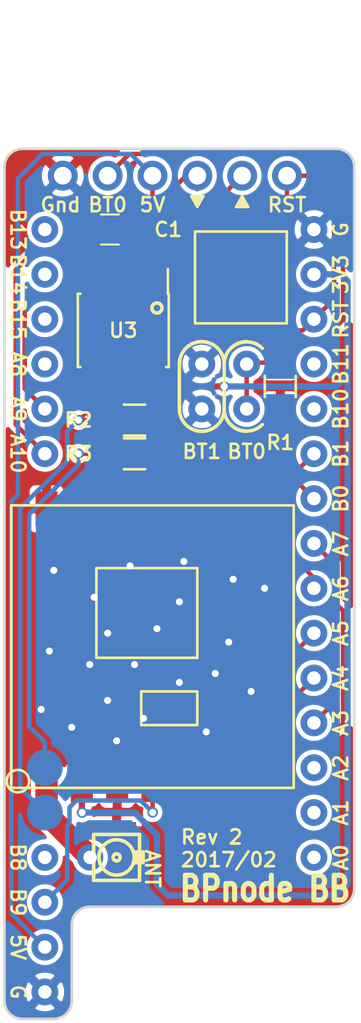
<source format=kicad_pcb>
(kicad_pcb (version 4) (host pcbnew 4.0.5)

  (general
    (links 42)
    (no_connects 2)
    (area 138.608999 79.172999 158.571001 128.599001)
    (thickness 1.6)
    (drawings 59)
    (tracks 249)
    (zones 0)
    (modules 10)
    (nets 19)
  )

  (page A4)
  (layers
    (0 F.Cu signal)
    (31 B.Cu signal)
    (32 B.Adhes user)
    (33 F.Adhes user)
    (34 B.Paste user)
    (35 F.Paste user)
    (36 B.SilkS user)
    (37 F.SilkS user)
    (38 B.Mask user)
    (39 F.Mask user)
    (40 Dwgs.User user)
    (41 Cmts.User user)
    (42 Eco1.User user)
    (43 Eco2.User user)
    (44 Edge.Cuts user)
    (45 Margin user)
    (46 B.CrtYd user)
    (47 F.CrtYd user)
    (48 B.Fab user)
    (49 F.Fab user)
  )

  (setup
    (last_trace_width 0.254)
    (trace_clearance 0.254)
    (zone_clearance 0)
    (zone_45_only no)
    (trace_min 0.2)
    (segment_width 0.2)
    (edge_width 0.15)
    (via_size 0.6)
    (via_drill 0.4)
    (via_min_size 0.4)
    (via_min_drill 0.3)
    (uvia_size 0.3)
    (uvia_drill 0.1)
    (uvias_allowed no)
    (uvia_min_size 0.2)
    (uvia_min_drill 0.1)
    (pcb_text_width 0.3)
    (pcb_text_size 1.5 1.5)
    (mod_edge_width 0.15)
    (mod_text_size 1 1)
    (mod_text_width 0.15)
    (pad_size 2.032 2.032)
    (pad_drill 0)
    (pad_to_mask_clearance 0.2)
    (aux_axis_origin 0 0)
    (visible_elements FFFFFF7F)
    (pcbplotparams
      (layerselection 0x010f0_80000001)
      (usegerberextensions true)
      (excludeedgelayer true)
      (linewidth 0.200000)
      (plotframeref false)
      (viasonmask false)
      (mode 1)
      (useauxorigin false)
      (hpglpennumber 1)
      (hpglpenspeed 20)
      (hpglpendiameter 15)
      (hpglpenoverlay 2)
      (psnegative false)
      (psa4output false)
      (plotreference true)
      (plotvalue true)
      (plotinvisibletext false)
      (padsonsilk false)
      (subtractmaskfromsilk false)
      (outputformat 1)
      (mirror false)
      (drillshape 0)
      (scaleselection 1)
      (outputdirectory gerber/))
  )

  (net 0 "")
  (net 1 GND)
  (net 2 RTS)
  (net 3 DTR)
  (net 4 +3V3)
  (net 5 TX)
  (net 6 RX)
  (net 7 Vin)
  (net 8 SSEL)
  (net 9 SCLK)
  (net 10 MISO)
  (net 11 MOSI)
  (net 12 DIO0)
  (net 13 DIO1)
  (net 14 DIO2)
  (net 15 DIO3)
  (net 16 "Net-(AE1-Pad1)")
  (net 17 SDA)
  (net 18 SCL)

  (net_class Default "This is the default net class."
    (clearance 0.254)
    (trace_width 0.254)
    (via_dia 0.6)
    (via_drill 0.4)
    (uvia_dia 0.3)
    (uvia_drill 0.1)
    (add_net DIO0)
    (add_net DIO1)
    (add_net DIO2)
    (add_net DIO3)
    (add_net DTR)
    (add_net MISO)
    (add_net MOSI)
    (add_net RTS)
    (add_net RX)
    (add_net SCL)
    (add_net SCLK)
    (add_net SDA)
    (add_net SSEL)
    (add_net TX)
    (add_net Vin)
  )

  (net_class Ant ""
    (clearance 0.254)
    (trace_width 1.27)
    (via_dia 0.6)
    (via_drill 0.4)
    (uvia_dia 0.3)
    (uvia_drill 0.1)
    (add_net "Net-(AE1-Pad1)")
  )

  (net_class Power ""
    (clearance 0.254)
    (trace_width 0.3556)
    (via_dia 0.6)
    (via_drill 0.4)
    (uvia_dia 0.3)
    (uvia_drill 0.1)
    (add_net +3V3)
    (add_net GND)
  )

  (module Housings_SOIC:SOIC-8_3.9x4.9mm_Pitch1.27mm (layer F.Cu) (tedit 58A83408) (tstamp 58A82CB2)
    (at 145.415 89.535 270)
    (descr "8-Lead Plastic Small Outline (SN) - Narrow, 3.90 mm Body [SOIC] (see Microchip Packaging Specification 00000049BS.pdf)")
    (tags "SOIC 1.27")
    (path /58A82BD6)
    (attr smd)
    (fp_text reference U3 (at 0 0 360) (layer F.SilkS)
      (effects (font (size 0.8 0.8) (thickness 0.15)))
    )
    (fp_text value M24M02-DR (at -0.635 0 360) (layer F.Fab) hide
      (effects (font (size 0.8128 0.8128) (thickness 0.15)))
    )
    (fp_line (start -0.95 -2.45) (end 1.95 -2.45) (layer F.Fab) (width 0.15))
    (fp_line (start 1.95 -2.45) (end 1.95 2.45) (layer F.Fab) (width 0.15))
    (fp_line (start 1.95 2.45) (end -1.95 2.45) (layer F.Fab) (width 0.15))
    (fp_line (start -1.95 2.45) (end -1.95 -1.45) (layer F.Fab) (width 0.15))
    (fp_line (start -1.95 -1.45) (end -0.95 -2.45) (layer F.Fab) (width 0.15))
    (fp_line (start -3.75 -2.75) (end -3.75 2.75) (layer F.CrtYd) (width 0.05))
    (fp_line (start 3.75 -2.75) (end 3.75 2.75) (layer F.CrtYd) (width 0.05))
    (fp_line (start -3.75 -2.75) (end 3.75 -2.75) (layer F.CrtYd) (width 0.05))
    (fp_line (start -3.75 2.75) (end 3.75 2.75) (layer F.CrtYd) (width 0.05))
    (fp_line (start -2.075 -2.575) (end -2.075 -2.525) (layer F.SilkS) (width 0.15))
    (fp_line (start 2.075 -2.575) (end 2.075 -2.43) (layer F.SilkS) (width 0.15))
    (fp_line (start 2.075 2.575) (end 2.075 2.43) (layer F.SilkS) (width 0.15))
    (fp_line (start -2.075 2.575) (end -2.075 2.43) (layer F.SilkS) (width 0.15))
    (fp_line (start -2.075 -2.575) (end 2.075 -2.575) (layer F.SilkS) (width 0.15))
    (fp_line (start -2.075 2.575) (end 2.075 2.575) (layer F.SilkS) (width 0.15))
    (fp_line (start -2.075 -2.525) (end -3.475 -2.525) (layer F.SilkS) (width 0.15))
    (pad 1 smd rect (at -2.7 -1.905 270) (size 1.55 0.6) (layers F.Cu F.Paste F.Mask))
    (pad 2 smd rect (at -2.7 -0.635 270) (size 1.55 0.6) (layers F.Cu F.Paste F.Mask))
    (pad 3 smd rect (at -2.7 0.635 270) (size 1.55 0.6) (layers F.Cu F.Paste F.Mask)
      (net 1 GND))
    (pad 4 smd rect (at -2.7 1.905 270) (size 1.55 0.6) (layers F.Cu F.Paste F.Mask)
      (net 1 GND))
    (pad 5 smd rect (at 2.7 1.905 270) (size 1.55 0.6) (layers F.Cu F.Paste F.Mask)
      (net 17 SDA))
    (pad 6 smd rect (at 2.7 0.635 270) (size 1.55 0.6) (layers F.Cu F.Paste F.Mask)
      (net 18 SCL))
    (pad 7 smd rect (at 2.7 -0.635 270) (size 1.55 0.6) (layers F.Cu F.Paste F.Mask)
      (net 1 GND))
    (pad 8 smd rect (at 2.7 -1.905 270) (size 1.55 0.6) (layers F.Cu F.Paste F.Mask)
      (net 4 +3V3))
    (model Housings_SOIC.3dshapes/SOIC-8_3.9x4.9mm_Pitch1.27mm.wrl
      (at (xyz 0 0 0))
      (scale (xyz 1 1 1))
      (rotate (xyz 0 0 0))
    )
  )

  (module RFM69:RFM69CW (layer F.Cu) (tedit 5872A5AE) (tstamp 5871739A)
    (at 147.066 107.442 270)
    (path /58716C00)
    (fp_text reference U2 (at 7.366 -9.144 360) (layer F.SilkS) hide
      (effects (font (size 1 1) (thickness 0.15)))
    )
    (fp_text value RFM69 (at 0 -8.89 270) (layer F.Fab)
      (effects (font (size 1 1) (thickness 0.15)))
    )
    (fp_line (start 4.445 -2.54) (end 2.54 -2.54) (layer F.SilkS) (width 0.15))
    (fp_line (start 4.445 0.635) (end 4.445 -2.54) (layer F.SilkS) (width 0.15))
    (fp_line (start 2.54 0.635) (end 4.445 0.635) (layer F.SilkS) (width 0.15))
    (fp_line (start 2.54 -2.54) (end 2.54 0.635) (layer F.SilkS) (width 0.15))
    (fp_line (start 0.635 -2.54) (end -4.445 -2.54) (layer F.SilkS) (width 0.15))
    (fp_line (start 0.635 3.175) (end 0.635 -2.54) (layer F.SilkS) (width 0.15))
    (fp_line (start -4.445 3.175) (end 0.635 3.175) (layer F.SilkS) (width 0.15))
    (fp_line (start -4.445 -2.54) (end -4.445 3.175) (layer F.SilkS) (width 0.15))
    (fp_circle (center 7.62 7.62) (end 7.62 8.255) (layer F.SilkS) (width 0.15))
    (fp_line (start 8 -8) (end -8 -8) (layer F.SilkS) (width 0.15))
    (fp_line (start 8 8) (end 8 -8) (layer F.SilkS) (width 0.15))
    (fp_line (start -8 8) (end 8 8) (layer F.SilkS) (width 0.15))
    (fp_line (start -8 -8) (end -8 8) (layer F.SilkS) (width 0.15))
    (pad 1 smd rect (at 6.8 6 270) (size 2 1.25) (drill (offset 1 0)) (layers F.Cu F.Paste F.Mask)
      (net 16 "Net-(AE1-Pad1)"))
    (pad 2 smd rect (at 6.8 4 270) (size 2 1.25) (drill (offset 1 0)) (layers F.Cu F.Paste F.Mask)
      (net 4 +3V3))
    (pad 3 smd rect (at 6.8 2 270) (size 2 1.25) (drill (offset 1 0)) (layers F.Cu F.Paste F.Mask)
      (net 1 GND))
    (pad 4 smd rect (at 6.8 0 270) (size 2 1.25) (drill (offset 1 0)) (layers F.Cu F.Paste F.Mask)
      (net 15 DIO3))
    (pad 5 smd rect (at 6.8 -2 270) (size 2 1.25) (drill (offset 1 0)) (layers F.Cu F.Paste F.Mask)
      (net 11 MOSI))
    (pad 6 smd rect (at 6.8 -4 270) (size 2 1.25) (drill (offset 1 0)) (layers F.Cu F.Paste F.Mask)
      (net 9 SCLK))
    (pad 7 smd rect (at 6.8 -6 270) (size 2 1.25) (drill (offset 1 0)) (layers F.Cu F.Paste F.Mask)
      (net 8 SSEL))
    (pad 10 smd rect (at -6.8 -2 270) (size 2 1.25) (drill (offset -1 0)) (layers F.Cu F.Paste F.Mask)
      (net 14 DIO2))
    (pad 8 smd rect (at -6.8 -6 270) (size 2 1.25) (drill (offset -1 0)) (layers F.Cu F.Paste F.Mask)
      (net 10 MISO))
    (pad 12 smd rect (at -6.8 2 270) (size 2 1.25) (drill (offset -1 0)) (layers F.Cu F.Paste F.Mask))
    (pad 13 smd rect (at -6.8 4 270) (size 2 1.25) (drill (offset -1 0)) (layers F.Cu F.Paste F.Mask))
    (pad 11 smd rect (at -6.8 0 270) (size 2 1.25) (drill (offset -1 0)) (layers F.Cu F.Paste F.Mask)
      (net 13 DIO1))
    (pad 14 smd rect (at -6.8 6 270) (size 2 1.25) (drill (offset -1 0)) (layers F.Cu F.Paste F.Mask)
      (net 1 GND))
    (pad 9 smd rect (at -6.8 -4 270) (size 2 1.25) (drill (offset -1 0)) (layers F.Cu F.Paste F.Mask)
      (net 12 DIO0))
  )

  (module Capacitors_SMD:C_0805_HandSoldering (layer F.Cu) (tedit 58A8340F) (tstamp 589EF7F9)
    (at 144.653 83.82 180)
    (descr "Capacitor SMD 0805, hand soldering")
    (tags "capacitor 0805")
    (path /58728A59)
    (attr smd)
    (fp_text reference C1 (at -3.302 0 180) (layer F.SilkS)
      (effects (font (size 0.8 0.8) (thickness 0.15)))
    )
    (fp_text value 0.1u (at 0 1.27 180) (layer F.Fab) hide
      (effects (font (size 1 1) (thickness 0.15)))
    )
    (fp_line (start -1 0.625) (end -1 -0.625) (layer F.Fab) (width 0.1))
    (fp_line (start 1 0.625) (end -1 0.625) (layer F.Fab) (width 0.1))
    (fp_line (start 1 -0.625) (end 1 0.625) (layer F.Fab) (width 0.1))
    (fp_line (start -1 -0.625) (end 1 -0.625) (layer F.Fab) (width 0.1))
    (fp_line (start -2.3 -1) (end 2.3 -1) (layer F.CrtYd) (width 0.05))
    (fp_line (start -2.3 1) (end 2.3 1) (layer F.CrtYd) (width 0.05))
    (fp_line (start -2.3 -1) (end -2.3 1) (layer F.CrtYd) (width 0.05))
    (fp_line (start 2.3 -1) (end 2.3 1) (layer F.CrtYd) (width 0.05))
    (fp_line (start 0.5 -0.85) (end -0.5 -0.85) (layer F.SilkS) (width 0.12))
    (fp_line (start -0.5 0.85) (end 0.5 0.85) (layer F.SilkS) (width 0.12))
    (pad 1 smd rect (at -1.25 0 180) (size 1.5 1.25) (layers F.Cu F.Paste F.Mask)
      (net 7 Vin))
    (pad 2 smd rect (at 1.25 0 180) (size 1.5 1.25) (layers F.Cu F.Paste F.Mask)
      (net 1 GND))
    (model Capacitors_SMD.3dshapes/C_0805_HandSoldering.wrl
      (at (xyz 0 0 0))
      (scale (xyz 1 1 1))
      (rotate (xyz 0 0 0))
    )
  )

  (module Resistors_SMD:R_0805_HandSoldering (layer F.Cu) (tedit 58A833EF) (tstamp 589EF7FE)
    (at 154.305 92.71 90)
    (descr "Resistor SMD 0805, hand soldering")
    (tags "resistor 0805")
    (path /58713BBC)
    (attr smd)
    (fp_text reference R1 (at -3.175 0 180) (layer F.SilkS)
      (effects (font (size 0.8 0.8) (thickness 0.15)))
    )
    (fp_text value R (at 0 2.1 90) (layer F.Fab) hide
      (effects (font (size 1 1) (thickness 0.15)))
    )
    (fp_line (start -1 0.625) (end -1 -0.625) (layer F.Fab) (width 0.1))
    (fp_line (start 1 0.625) (end -1 0.625) (layer F.Fab) (width 0.1))
    (fp_line (start 1 -0.625) (end 1 0.625) (layer F.Fab) (width 0.1))
    (fp_line (start -1 -0.625) (end 1 -0.625) (layer F.Fab) (width 0.1))
    (fp_line (start -2.4 -1) (end 2.4 -1) (layer F.CrtYd) (width 0.05))
    (fp_line (start -2.4 1) (end 2.4 1) (layer F.CrtYd) (width 0.05))
    (fp_line (start -2.4 -1) (end -2.4 1) (layer F.CrtYd) (width 0.05))
    (fp_line (start 2.4 -1) (end 2.4 1) (layer F.CrtYd) (width 0.05))
    (fp_line (start 0.6 0.875) (end -0.6 0.875) (layer F.SilkS) (width 0.15))
    (fp_line (start -0.6 -0.875) (end 0.6 -0.875) (layer F.SilkS) (width 0.15))
    (pad 1 smd rect (at -1.35 0 90) (size 1.5 1.3) (layers F.Cu F.Paste F.Mask)
      (net 1 GND))
    (pad 2 smd rect (at 1.35 0 90) (size 1.5 1.3) (layers F.Cu F.Paste F.Mask)
      (net 2 RTS))
    (model Resistors_SMD.3dshapes/R_0805_HandSoldering.wrl
      (at (xyz 0 0 0))
      (scale (xyz 1 1 1))
      (rotate (xyz 0 0 0))
    )
  )

  (module BP:Pin_Header_Angled_1x06_Pitch2.54mm (layer F.Cu) (tedit 589F5A9F) (tstamp 589F786F)
    (at 141.986 80.772 90)
    (descr "Through hole angled pin header, 1x06, 2.54mm pitch, 6mm pin length, single row")
    (tags "Through hole angled pin header THT 1x06 2.54mm single row")
    (path /58713DA3)
    (fp_text reference P1 (at 4.315 -2.27 90) (layer F.SilkS) hide
      (effects (font (size 1 1) (thickness 0.15)))
    )
    (fp_text value CONN_01X06 (at 4.315 14.97 90) (layer F.Fab) hide
      (effects (font (size 1 1) (thickness 0.15)))
    )
    (fp_line (start 1.4 -1.27) (end 1.4 1.27) (layer F.Fab) (width 0.1))
    (fp_line (start 1.4 1.27) (end 3.9 1.27) (layer F.Fab) (width 0.1))
    (fp_line (start 3.9 1.27) (end 3.9 -1.27) (layer F.Fab) (width 0.1))
    (fp_line (start 3.9 -1.27) (end 1.4 -1.27) (layer F.Fab) (width 0.1))
    (fp_line (start 0 -0.32) (end 0 0.32) (layer F.Fab) (width 0.1))
    (fp_line (start 0 0.32) (end 9.9 0.32) (layer F.Fab) (width 0.1))
    (fp_line (start 9.9 0.32) (end 9.9 -0.32) (layer F.Fab) (width 0.1))
    (fp_line (start 9.9 -0.32) (end 0 -0.32) (layer F.Fab) (width 0.1))
    (fp_line (start 1.4 1.27) (end 1.4 3.81) (layer F.Fab) (width 0.1))
    (fp_line (start 1.4 3.81) (end 3.9 3.81) (layer F.Fab) (width 0.1))
    (fp_line (start 3.9 3.81) (end 3.9 1.27) (layer F.Fab) (width 0.1))
    (fp_line (start 3.9 1.27) (end 1.4 1.27) (layer F.Fab) (width 0.1))
    (fp_line (start 0 2.22) (end 0 2.86) (layer F.Fab) (width 0.1))
    (fp_line (start 0 2.86) (end 9.9 2.86) (layer F.Fab) (width 0.1))
    (fp_line (start 9.9 2.86) (end 9.9 2.22) (layer F.Fab) (width 0.1))
    (fp_line (start 9.9 2.22) (end 0 2.22) (layer F.Fab) (width 0.1))
    (fp_line (start 1.4 3.81) (end 1.4 6.35) (layer F.Fab) (width 0.1))
    (fp_line (start 1.4 6.35) (end 3.9 6.35) (layer F.Fab) (width 0.1))
    (fp_line (start 3.9 6.35) (end 3.9 3.81) (layer F.Fab) (width 0.1))
    (fp_line (start 3.9 3.81) (end 1.4 3.81) (layer F.Fab) (width 0.1))
    (fp_line (start 0 4.76) (end 0 5.4) (layer F.Fab) (width 0.1))
    (fp_line (start 0 5.4) (end 9.9 5.4) (layer F.Fab) (width 0.1))
    (fp_line (start 9.9 5.4) (end 9.9 4.76) (layer F.Fab) (width 0.1))
    (fp_line (start 9.9 4.76) (end 0 4.76) (layer F.Fab) (width 0.1))
    (fp_line (start 1.4 6.35) (end 1.4 8.89) (layer F.Fab) (width 0.1))
    (fp_line (start 1.4 8.89) (end 3.9 8.89) (layer F.Fab) (width 0.1))
    (fp_line (start 3.9 8.89) (end 3.9 6.35) (layer F.Fab) (width 0.1))
    (fp_line (start 3.9 6.35) (end 1.4 6.35) (layer F.Fab) (width 0.1))
    (fp_line (start 0 7.3) (end 0 7.94) (layer F.Fab) (width 0.1))
    (fp_line (start 0 7.94) (end 9.9 7.94) (layer F.Fab) (width 0.1))
    (fp_line (start 9.9 7.94) (end 9.9 7.3) (layer F.Fab) (width 0.1))
    (fp_line (start 9.9 7.3) (end 0 7.3) (layer F.Fab) (width 0.1))
    (fp_line (start 1.4 8.89) (end 1.4 11.43) (layer F.Fab) (width 0.1))
    (fp_line (start 1.4 11.43) (end 3.9 11.43) (layer F.Fab) (width 0.1))
    (fp_line (start 3.9 11.43) (end 3.9 8.89) (layer F.Fab) (width 0.1))
    (fp_line (start 3.9 8.89) (end 1.4 8.89) (layer F.Fab) (width 0.1))
    (fp_line (start 0 9.84) (end 0 10.48) (layer F.Fab) (width 0.1))
    (fp_line (start 0 10.48) (end 9.9 10.48) (layer F.Fab) (width 0.1))
    (fp_line (start 9.9 10.48) (end 9.9 9.84) (layer F.Fab) (width 0.1))
    (fp_line (start 9.9 9.84) (end 0 9.84) (layer F.Fab) (width 0.1))
    (fp_line (start 1.4 11.43) (end 1.4 13.97) (layer F.Fab) (width 0.1))
    (fp_line (start 1.4 13.97) (end 3.9 13.97) (layer F.Fab) (width 0.1))
    (fp_line (start 3.9 13.97) (end 3.9 11.43) (layer F.Fab) (width 0.1))
    (fp_line (start 3.9 11.43) (end 1.4 11.43) (layer F.Fab) (width 0.1))
    (fp_line (start 0 12.38) (end 0 13.02) (layer F.Fab) (width 0.1))
    (fp_line (start 0 13.02) (end 9.9 13.02) (layer F.Fab) (width 0.1))
    (fp_line (start 9.9 13.02) (end 9.9 12.38) (layer F.Fab) (width 0.1))
    (fp_line (start 9.9 12.38) (end 0 12.38) (layer F.Fab) (width 0.1))
    (pad 1 thru_hole circle (at 0 0 90) (size 1.7 1.7) (drill 1) (layers *.Cu *.Mask)
      (net 1 GND))
    (pad 2 thru_hole oval (at 0 2.54 90) (size 1.7 1.7) (drill 1) (layers *.Cu *.Mask)
      (net 2 RTS))
    (pad 3 thru_hole oval (at 0 5.08 90) (size 1.7 1.7) (drill 1) (layers *.Cu *.Mask)
      (net 7 Vin))
    (pad 4 thru_hole oval (at 0 7.62 90) (size 1.7 1.7) (drill 1) (layers *.Cu *.Mask)
      (net 5 TX))
    (pad 5 thru_hole oval (at 0 10.16 90) (size 1.7 1.7) (drill 1) (layers *.Cu *.Mask)
      (net 6 RX))
    (pad 6 thru_hole oval (at 0 12.7 90) (size 1.7 1.7) (drill 1) (layers *.Cu *.Mask)
      (net 3 DTR))
    (model Pin_Headers.3dshapes/Pin_Header_Angled_1x06_Pitch2.54mm.wrl
      (at (xyz 0 -0.25 0))
      (scale (xyz 1 1 1))
      (rotate (xyz 0 0 90))
    )
    (model "/Library/Application Support/kicad/packages3d/Pin_Headers.3dshapes/Pin_Header_Angled_1x06.wrl"
      (at (xyz 0 -0.25 -0.075))
      (scale (xyz 1 1 1))
      (rotate (xyz 0 180 90))
    )
  )

  (module BP:SMD_BUTTON (layer F.Cu) (tedit 589F67B0) (tstamp 589F7DE3)
    (at 152.074 86.535 270)
    (path /5872565A)
    (fp_text reference SW1 (at -1.397 0 360) (layer F.SilkS) hide
      (effects (font (size 1 1) (thickness 0.15)))
    )
    (fp_text value SW_Push (at 1.143 0 360) (layer F.Fab) hide
      (effects (font (size 1 1) (thickness 0.15)))
    )
    (fp_line (start -2.6 -2.6) (end -2.6 2.6) (layer F.SilkS) (width 0.15))
    (fp_line (start -2.6 2.6) (end 2.6 2.6) (layer F.SilkS) (width 0.15))
    (fp_line (start 2.6 2.6) (end 2.6 -2.6) (layer F.SilkS) (width 0.15))
    (fp_line (start 2.6 -2.6) (end -2.6 -2.6) (layer F.SilkS) (width 0.15))
    (pad 1 smd rect (at -3 -1.85 270) (size 1 1.2) (layers F.Cu F.Paste F.Mask)
      (net 3 DTR))
    (pad 2 smd rect (at -3 1.85 270) (size 1 1.2) (layers F.Cu F.Paste F.Mask)
      (net 1 GND))
    (pad 2 smd rect (at 3 1.85 270) (size 1 1.2) (layers F.Cu F.Paste F.Mask)
      (net 1 GND))
    (pad 1 smd rect (at 3 -1.85 270) (size 1 1.2) (layers F.Cu F.Paste F.Mask)
      (net 3 DTR))
  )

  (module BP:U.FL-COAX (layer F.Cu) (tedit 589F6DDF) (tstamp 589F8855)
    (at 145.034 119.38)
    (path /589F6A9F)
    (attr smd)
    (fp_text reference AE1 (at 0 2.54) (layer F.SilkS) hide
      (effects (font (size 0.762 0.762) (thickness 0.1524)))
    )
    (fp_text value Antenna_Shield (at 0 0) (layer F.SilkS) hide
      (effects (font (size 0.762 0.762) (thickness 0.1524)))
    )
    (fp_line (start 1.1 0.3) (end 1.1 -0.3) (layer F.SilkS) (width 0.2032))
    (fp_line (start 1.5 0.3) (end 1 0.3) (layer F.SilkS) (width 0.2032))
    (fp_line (start 1.5 0.3) (end 1.5 -0.3) (layer F.SilkS) (width 0.2032))
    (fp_line (start 1.5 -0.3) (end 1 -0.3) (layer F.SilkS) (width 0.2032))
    (fp_circle (center 0 0) (end 0.2 0) (layer F.SilkS) (width 0.2032))
    (fp_circle (center 0 0) (end 1 0) (layer F.SilkS) (width 0.2032))
    (fp_line (start -1.3 -1.3) (end -1.3 1.3) (layer F.SilkS) (width 0.2032))
    (fp_line (start -1.3 1.3) (end 1.3 1.3) (layer F.SilkS) (width 0.2032))
    (fp_line (start 1.3 1.3) (end 1.3 -1.3) (layer F.SilkS) (width 0.2032))
    (fp_line (start 1.3 -1.3) (end -1.3 -1.3) (layer F.SilkS) (width 0.2032))
    (pad 1 thru_hole circle (at -1.5 0) (size 1.5 1.5) (drill 0.762) (layers *.Cu *.Mask)
      (net 16 "Net-(AE1-Pad1)"))
    (pad 2 smd rect (at 0 -1.5) (size 2.2 1) (layers F.Cu F.Paste F.Mask)
      (net 1 GND))
    (pad 2 smd rect (at 0 1.5) (size 2.2 1) (layers F.Cu F.Paste F.Mask)
      (net 1 GND))
  )

  (module Resistors_SMD:R_0805_HandSoldering (layer F.Cu) (tedit 58A83402) (tstamp 58A82FB5)
    (at 146.05 94.615)
    (descr "Resistor SMD 0805, hand soldering")
    (tags "resistor 0805")
    (path /58A83AC9)
    (attr smd)
    (fp_text reference R2 (at -3.175 0) (layer F.SilkS)
      (effects (font (size 0.8 0.8) (thickness 0.15)))
    )
    (fp_text value R (at 3.175 0) (layer F.Fab) hide
      (effects (font (size 1 1) (thickness 0.15)))
    )
    (fp_line (start -1 0.625) (end -1 -0.625) (layer F.Fab) (width 0.1))
    (fp_line (start 1 0.625) (end -1 0.625) (layer F.Fab) (width 0.1))
    (fp_line (start 1 -0.625) (end 1 0.625) (layer F.Fab) (width 0.1))
    (fp_line (start -1 -0.625) (end 1 -0.625) (layer F.Fab) (width 0.1))
    (fp_line (start -2.4 -1) (end 2.4 -1) (layer F.CrtYd) (width 0.05))
    (fp_line (start -2.4 1) (end 2.4 1) (layer F.CrtYd) (width 0.05))
    (fp_line (start -2.4 -1) (end -2.4 1) (layer F.CrtYd) (width 0.05))
    (fp_line (start 2.4 -1) (end 2.4 1) (layer F.CrtYd) (width 0.05))
    (fp_line (start 0.6 0.875) (end -0.6 0.875) (layer F.SilkS) (width 0.15))
    (fp_line (start -0.6 -0.875) (end 0.6 -0.875) (layer F.SilkS) (width 0.15))
    (pad 1 smd rect (at -1.35 0) (size 1.5 1.3) (layers F.Cu F.Paste F.Mask)
      (net 17 SDA))
    (pad 2 smd rect (at 1.35 0) (size 1.5 1.3) (layers F.Cu F.Paste F.Mask)
      (net 4 +3V3))
    (model Resistors_SMD.3dshapes/R_0805_HandSoldering.wrl
      (at (xyz 0 0 0))
      (scale (xyz 1 1 1))
      (rotate (xyz 0 0 0))
    )
  )

  (module Resistors_SMD:R_0805_HandSoldering (layer F.Cu) (tedit 58A833FB) (tstamp 58A82FBB)
    (at 146.05 96.52)
    (descr "Resistor SMD 0805, hand soldering")
    (tags "resistor 0805")
    (path /58A83B54)
    (attr smd)
    (fp_text reference R3 (at -3.175 0) (layer F.SilkS)
      (effects (font (size 0.8 0.8) (thickness 0.15)))
    )
    (fp_text value R (at 0 2.1) (layer F.Fab) hide
      (effects (font (size 1 1) (thickness 0.15)))
    )
    (fp_line (start -1 0.625) (end -1 -0.625) (layer F.Fab) (width 0.1))
    (fp_line (start 1 0.625) (end -1 0.625) (layer F.Fab) (width 0.1))
    (fp_line (start 1 -0.625) (end 1 0.625) (layer F.Fab) (width 0.1))
    (fp_line (start -1 -0.625) (end 1 -0.625) (layer F.Fab) (width 0.1))
    (fp_line (start -2.4 -1) (end 2.4 -1) (layer F.CrtYd) (width 0.05))
    (fp_line (start -2.4 1) (end 2.4 1) (layer F.CrtYd) (width 0.05))
    (fp_line (start -2.4 -1) (end -2.4 1) (layer F.CrtYd) (width 0.05))
    (fp_line (start 2.4 -1) (end 2.4 1) (layer F.CrtYd) (width 0.05))
    (fp_line (start 0.6 0.875) (end -0.6 0.875) (layer F.SilkS) (width 0.15))
    (fp_line (start -0.6 -0.875) (end 0.6 -0.875) (layer F.SilkS) (width 0.15))
    (pad 1 smd rect (at -1.35 0) (size 1.5 1.3) (layers F.Cu F.Paste F.Mask)
      (net 18 SCL))
    (pad 2 smd rect (at 1.35 0) (size 1.5 1.3) (layers F.Cu F.Paste F.Mask)
      (net 4 +3V3))
    (model Resistors_SMD.3dshapes/R_0805_HandSoldering.wrl
      (at (xyz 0 0 0))
      (scale (xyz 1 1 1))
      (rotate (xyz 0 0 0))
    )
  )

  (module BP:BLUEPILL-EXTENSION locked (layer F.Cu) (tedit 58A83EF5) (tstamp 58723B26)
    (at 148.59 105.41)
    (path /58713B48)
    (fp_text reference U1 (at 0 25.4) (layer F.SilkS) hide
      (effects (font (size 1 1) (thickness 0.15)))
    )
    (fp_text value BP (at 0 -24.1) (layer F.Fab) hide
      (effects (font (size 1 1) (thickness 0.15)))
    )
    (pad PB13 thru_hole circle (at -7.62 -21.59) (size 1.524 1.524) (drill 0.762) (layers *.Cu *.Mask))
    (pad PB14 thru_hole circle (at -7.62 -19.05) (size 1.524 1.524) (drill 0.762) (layers *.Cu *.Mask))
    (pad PA9 thru_hole circle (at -7.62 -11.43) (size 1.524 1.524) (drill 0.762) (layers *.Cu *.Mask)
      (net 6 RX))
    (pad PA10 thru_hole circle (at -7.62 -8.89) (size 1.524 1.524) (drill 0.762) (layers *.Cu *.Mask)
      (net 5 TX))
    (pad PA4 thru_hole circle (at 7.62 3.81) (size 1.524 1.524) (drill 0.762) (layers *.Cu *.Mask)
      (net 8 SSEL))
    (pad PA5 thru_hole circle (at 7.62 1.27) (size 1.524 1.524) (drill 0.762) (layers *.Cu *.Mask)
      (net 9 SCLK))
    (pad PA6 thru_hole circle (at 7.62 -1.27) (size 1.524 1.524) (drill 0.762) (layers *.Cu *.Mask)
      (net 10 MISO))
    (pad PA7 thru_hole circle (at 7.62 -3.81) (size 1.524 1.524) (drill 0.762) (layers *.Cu *.Mask)
      (net 11 MOSI))
    (pad NRST thru_hole circle (at 7.62 -16.51) (size 1.524 1.524) (drill 0.762) (layers *.Cu *.Mask)
      (net 3 DTR))
    (pad 3V3 thru_hole circle (at 7.62 -19.05) (size 1.524 1.524) (drill 0.762) (layers *.Cu *.Mask)
      (net 4 +3V3))
    (pad G thru_hole circle (at 7.62 -21.59) (size 1.524 1.524) (drill 0.762) (layers *.Cu *.Mask)
      (net 1 GND))
    (pad BOOT thru_hole circle (at 3.81 -11.43) (size 1.524 1.524) (drill 0.762) (layers *.Cu *.Mask)
      (net 2 RTS))
    (pad PB2 thru_hole circle (at 1.27 -11.43) (size 1.524 1.524) (drill 0.762) (layers *.Cu *.Mask)
      (net 1 GND))
    (pad 5V thru_hole circle (at -7.62 19.05) (size 1.524 1.524) (drill 0.762) (layers *.Cu *.Mask)
      (net 7 Vin))
    (pad PB9 thru_hole circle (at -7.62 16.51) (size 1.524 1.524) (drill 0.762) (layers *.Cu *.Mask)
      (net 15 DIO3))
    (pad PB0 thru_hole circle (at 7.62 -6.35) (size 1.524 1.524) (drill 0.762) (layers *.Cu *.Mask)
      (net 12 DIO0))
    (pad PB1 thru_hole circle (at 7.62 -8.89) (size 1.524 1.524) (drill 0.762) (layers *.Cu *.Mask)
      (net 13 DIO1))
    (pad PA3 thru_hole circle (at 7.62 6.35) (size 1.524 1.524) (drill 0.762) (layers *.Cu *.Mask)
      (net 14 DIO2))
    (pad G thru_hole circle (at -7.62 21.59) (size 1.524 1.524) (drill 0.762) (layers *.Cu *.Mask)
      (net 1 GND))
    (pad PB15 thru_hole circle (at -7.62 -16.51) (size 1.524 1.524) (drill 0.762) (layers *.Cu *.Mask))
    (pad PB2 thru_hole circle (at 1.27 -13.97) (size 1.524 1.524) (drill 0.762) (layers *.Cu *.Mask)
      (net 1 GND))
    (pad BOOT thru_hole circle (at 3.81 -13.97) (size 1.524 1.524) (drill 0.762) (layers *.Cu *.Mask)
      (net 2 RTS))
    (pad PA8 thru_hole circle (at -7.62 -13.97) (size 1.524 1.524) (drill 0.762) (layers *.Cu *.Mask))
    (pad PB11 thru_hole circle (at 7.62 -13.97) (size 1.524 1.524) (drill 0.762) (layers *.Cu *.Mask))
    (pad PB10 thru_hole circle (at 7.62 -11.43) (size 1.524 1.524) (drill 0.762) (layers *.Cu *.Mask))
    (pad PA2 thru_hole circle (at 7.62 8.89) (size 1.524 1.524) (drill 0.762) (layers *.Cu *.Mask))
    (pad PB7 smd circle (at -7.62 11.43) (size 2.032 2.032) (layers B.Cu B.Mask)
      (net 17 SDA))
    (pad PB6 smd circle (at -7.62 8.89) (size 2.032 2.032) (layers B.Cu B.Mask)
      (net 18 SCL))
    (pad PB8 thru_hole circle (at -7.62 13.97) (size 1.524 1.524) (drill 0.762) (layers *.Cu *.Mask))
    (pad PA1 thru_hole circle (at 7.62 11.43) (size 1.524 1.524) (drill 0.762) (layers *.Cu *.Mask))
    (pad PA0 thru_hole circle (at 7.62 13.97) (size 1.524 1.524) (drill 0.762) (layers *.Cu *.Mask))
  )

  (gr_text A0 (at 157.734 119.38 90) (layer F.SilkS)
    (effects (font (size 0.8 0.8) (thickness 0.15)))
  )
  (gr_text A1 (at 157.734 116.84 90) (layer F.SilkS)
    (effects (font (size 0.8 0.8) (thickness 0.15)))
  )
  (gr_text B8 (at 139.446 119.38 270) (layer F.SilkS)
    (effects (font (size 0.8 0.8) (thickness 0.15)))
  )
  (gr_circle (center 147.32 88.265) (end 147.574 88.392) (layer F.SilkS) (width 0.2))
  (gr_text BT1 (at 149.86 96.393) (layer F.SilkS)
    (effects (font (size 0.8 0.8) (thickness 0.15)))
  )
  (gr_text BT0 (at 152.4 96.393) (layer F.SilkS)
    (effects (font (size 0.8 0.8) (thickness 0.15)))
  )
  (gr_arc (start 152.4 91.44) (end 151.511 90.551) (angle 90) (layer F.SilkS) (width 0.2))
  (gr_arc (start 152.4 93.98) (end 153.289 94.869) (angle 90) (layer F.SilkS) (width 0.2))
  (gr_line (start 151.13 91.44) (end 151.13 93.98) (angle 90) (layer F.SilkS) (width 0.2))
  (gr_line (start 148.59 93.98) (end 148.59 91.44) (angle 90) (layer F.SilkS) (width 0.2))
  (gr_arc (start 152.4 93.98) (end 152.4 95.25) (angle 90) (layer F.SilkS) (width 0.2))
  (gr_arc (start 152.4 91.44) (end 151.13 91.44) (angle 90) (layer F.SilkS) (width 0.2))
  (gr_arc (start 149.86 91.44) (end 149.86 90.17) (angle 90) (layer F.SilkS) (width 0.2))
  (gr_arc (start 149.86 93.98) (end 151.13 93.98) (angle 90) (layer F.SilkS) (width 0.2))
  (gr_arc (start 149.86 93.98) (end 149.86 95.25) (angle 90) (layer F.SilkS) (width 0.2))
  (gr_arc (start 149.86 91.44) (end 148.59 91.44) (angle 90) (layer F.SilkS) (width 0.2))
  (gr_text 5V (at 147.066 82.423) (layer F.SilkS)
    (effects (font (size 0.8 0.8) (thickness 0.15)))
  )
  (gr_text BT0 (at 144.526 82.423) (layer F.SilkS)
    (effects (font (size 0.8 0.8) (thickness 0.15)))
  )
  (gr_text RST (at 154.686 82.423) (layer F.SilkS)
    (effects (font (size 0.8 0.8) (thickness 0.15)))
  )
  (gr_text Gnd (at 141.859 82.423) (layer F.SilkS)
    (effects (font (size 0.8 0.8) (thickness 0.15)))
  )
  (gr_text ▼ (at 152.146 82.296 180) (layer F.SilkS)
    (effects (font (size 0.8 0.8) (thickness 0.15)))
  )
  (gr_text ▲ (at 149.606 82.296 180) (layer F.SilkS)
    (effects (font (size 0.8 0.8) (thickness 0.15)))
  )
  (gr_line (start 157.48 79.248) (end 139.7 79.248) (angle 90) (layer Edge.Cuts) (width 0.15))
  (gr_line (start 143.51 122.174) (end 157.48 122.174) (angle 90) (layer Edge.Cuts) (width 0.15))
  (gr_line (start 139.7 128.524) (end 141.478 128.524) (angle 90) (layer Edge.Cuts) (width 0.15))
  (gr_text A8 (at 139.446 91.44 270) (layer F.SilkS)
    (effects (font (size 0.8 0.8) (thickness 0.15)))
  )
  (gr_text A2 (at 157.734 114.3 90) (layer F.SilkS)
    (effects (font (size 0.8 0.8) (thickness 0.15)))
  )
  (gr_text B11 (at 157.734 91.44 90) (layer F.SilkS)
    (effects (font (size 0.8 0.8) (thickness 0.15)))
  )
  (gr_text B10 (at 157.734 93.98 90) (layer F.SilkS)
    (effects (font (size 0.8 0.8) (thickness 0.15)))
  )
  (gr_text B15 (at 139.446 88.9 270) (layer F.SilkS) (tstamp 5872A716)
    (effects (font (size 0.8 0.8) (thickness 0.15)))
  )
  (gr_text G (at 139.446 127 270) (layer F.SilkS) (tstamp 58728C86)
    (effects (font (size 0.8 0.8) (thickness 0.15)))
  )
  (gr_line (start 138.684 127.508) (end 138.684 80.264) (angle 90) (layer Edge.Cuts) (width 0.15))
  (gr_line (start 142.494 123.19) (end 142.494 127.508) (angle 90) (layer Edge.Cuts) (width 0.15))
  (gr_text A3 (at 157.734 111.76 90) (layer F.SilkS) (tstamp 58728423)
    (effects (font (size 0.8 0.8) (thickness 0.15)))
  )
  (gr_text B1 (at 157.734 96.52 90) (layer F.SilkS) (tstamp 587283F6)
    (effects (font (size 0.8 0.8) (thickness 0.15)))
  )
  (gr_text B0 (at 157.734 99.06 90) (layer F.SilkS) (tstamp 587281D8)
    (effects (font (size 0.8 0.8) (thickness 0.15)))
  )
  (gr_text ANT (at 147.066 120.015 270) (layer F.SilkS) (tstamp 587278FB)
    (effects (font (size 0.8 0.8) (thickness 0.15)))
  )
  (gr_text A4 (at 157.734 109.22 90) (layer F.SilkS) (tstamp 587278AB)
    (effects (font (size 0.8 0.8) (thickness 0.15)))
  )
  (gr_text A5 (at 157.734 106.68 90) (layer F.SilkS) (tstamp 587278A7)
    (effects (font (size 0.8 0.8) (thickness 0.15)))
  )
  (gr_text A6 (at 157.734 104.14 90) (layer F.SilkS) (tstamp 587278A3)
    (effects (font (size 0.8 0.8) (thickness 0.15)))
  )
  (gr_text A7 (at 157.734 101.6 90) (layer F.SilkS) (tstamp 5872789A)
    (effects (font (size 0.8 0.8) (thickness 0.15)))
  )
  (gr_text RST (at 157.734 88.9 90) (layer F.SilkS) (tstamp 58727859)
    (effects (font (size 0.8 0.8) (thickness 0.15)))
  )
  (gr_text 3V3 (at 157.734 86.36 90) (layer F.SilkS) (tstamp 5872784A)
    (effects (font (size 0.8 0.8) (thickness 0.15)))
  )
  (gr_text G (at 157.734 83.82 90) (layer F.SilkS) (tstamp 58727839)
    (effects (font (size 0.8 0.8) (thickness 0.15)))
  )
  (gr_text B13 (at 139.446 83.82 270) (layer F.SilkS) (tstamp 58727759)
    (effects (font (size 0.8 0.8) (thickness 0.15)))
  )
  (gr_text B14 (at 139.446 86.36 270) (layer F.SilkS) (tstamp 58727747)
    (effects (font (size 0.8 0.8) (thickness 0.15)))
  )
  (gr_text A9 (at 139.446 93.98 270) (layer F.SilkS) (tstamp 587276E6)
    (effects (font (size 0.8 0.8) (thickness 0.15)))
  )
  (gr_text A10 (at 139.446 96.52 270) (layer F.SilkS) (tstamp 587276DC)
    (effects (font (size 0.8 0.8) (thickness 0.15)))
  )
  (gr_text 5V (at 139.446 124.46 270) (layer F.SilkS) (tstamp 587276B9)
    (effects (font (size 0.8 0.8) (thickness 0.15)))
  )
  (gr_text B9 (at 139.446 121.92 270) (layer F.SilkS)
    (effects (font (size 0.8 0.8) (thickness 0.15)))
  )
  (gr_line (start 158.496 121.158) (end 158.496 80.264) (layer Edge.Cuts) (width 0.15))
  (gr_text "Rev 2\n2017/02" (at 148.59 118.872) (layer F.SilkS) (tstamp 58725360)
    (effects (font (size 0.8 0.8) (thickness 0.15)) (justify left))
  )
  (gr_text "BPnode BB" (at 148.463 121.158) (layer F.SilkS)
    (effects (font (size 1.4 1.15) (thickness 0.2875)) (justify left))
  )
  (gr_arc (start 143.51 123.19) (end 142.494 123.19) (angle 90) (layer Edge.Cuts) (width 0.15))
  (gr_arc (start 157.48 121.158) (end 158.496 121.158) (angle 90) (layer Edge.Cuts) (width 0.15) (tstamp 58725299))
  (gr_arc (start 141.478 127.508) (end 142.494 127.508) (angle 90) (layer Edge.Cuts) (width 0.15))
  (gr_arc (start 139.7 127.508) (end 139.7 128.524) (angle 90) (layer Edge.Cuts) (width 0.15))
  (gr_arc (start 157.48 80.264) (end 157.48 79.248) (angle 90) (layer Edge.Cuts) (width 0.15))
  (gr_arc (start 139.7 80.264) (end 138.684 80.264) (angle 90) (layer Edge.Cuts) (width 0.15))

  (segment (start 140.97 110.998) (end 140.762021 110.998) (width 0.254) (layer B.Cu) (net 1))
  (segment (start 143.51 108.458) (end 140.97 110.998) (width 0.254) (layer B.Cu) (net 1))
  (segment (start 144.018 110.998) (end 141.186285 110.998) (width 0.254) (layer F.Cu) (net 1))
  (segment (start 144.526 110.49) (end 144.018 110.998) (width 0.254) (layer F.Cu) (net 1))
  (segment (start 141.186285 110.998) (end 140.762021 110.998) (width 0.254) (layer F.Cu) (net 1))
  (via (at 140.762021 110.998) (size 0.6) (drill 0.4) (layers F.Cu B.Cu) (net 1))
  (segment (start 145.034 112.776) (end 145.034 114.21) (width 0.254) (layer F.Cu) (net 1))
  (segment (start 145.034 114.21) (end 145.066 114.242) (width 0.254) (layer F.Cu) (net 1))
  (segment (start 142.494 112.014) (end 144.272 112.014) (width 0.254) (layer B.Cu) (net 1))
  (segment (start 144.272 112.014) (end 145.034 112.776) (width 0.254) (layer B.Cu) (net 1))
  (via (at 145.034 112.776) (size 0.6) (drill 0.4) (layers F.Cu B.Cu) (net 1))
  (segment (start 146.558 111.506) (end 143.002 111.506) (width 0.254) (layer F.Cu) (net 1))
  (segment (start 143.002 111.506) (end 142.494 112.014) (width 0.254) (layer F.Cu) (net 1))
  (via (at 142.494 112.014) (size 0.6) (drill 0.4) (layers F.Cu B.Cu) (net 1))
  (segment (start 150.114 112.268) (end 147.32 112.268) (width 0.254) (layer B.Cu) (net 1))
  (segment (start 147.32 112.268) (end 146.558 111.506) (width 0.254) (layer B.Cu) (net 1))
  (via (at 146.558 111.506) (size 0.6) (drill 0.4) (layers F.Cu B.Cu) (net 1))
  (segment (start 152.654 109.982) (end 150.368 112.268) (width 0.254) (layer F.Cu) (net 1))
  (segment (start 150.368 112.268) (end 150.114 112.268) (width 0.254) (layer F.Cu) (net 1))
  (via (at 150.114 112.268) (size 0.6) (drill 0.4) (layers F.Cu B.Cu) (net 1))
  (segment (start 150.622 108.966) (end 151.638 108.966) (width 0.254) (layer B.Cu) (net 1))
  (segment (start 151.638 108.966) (end 152.654 109.982) (width 0.254) (layer B.Cu) (net 1))
  (via (at 152.654 109.982) (size 0.6) (drill 0.4) (layers F.Cu B.Cu) (net 1))
  (segment (start 148.59 109.474) (end 150.114 109.474) (width 0.254) (layer F.Cu) (net 1))
  (segment (start 150.114 109.474) (end 150.622 108.966) (width 0.254) (layer F.Cu) (net 1))
  (via (at 150.622 108.966) (size 0.6) (drill 0.4) (layers F.Cu B.Cu) (net 1))
  (segment (start 144.526 110.49) (end 145.542 109.474) (width 0.254) (layer B.Cu) (net 1))
  (segment (start 145.542 109.474) (end 148.59 109.474) (width 0.254) (layer B.Cu) (net 1))
  (via (at 148.59 109.474) (size 0.6) (drill 0.4) (layers F.Cu B.Cu) (net 1))
  (via (at 144.526 110.49) (size 0.6) (drill 0.4) (layers F.Cu B.Cu) (net 1))
  (segment (start 146.05 108.458) (end 143.51 108.458) (width 0.254) (layer F.Cu) (net 1))
  (via (at 143.51 108.458) (size 0.6) (drill 0.4) (layers F.Cu B.Cu) (net 1))
  (segment (start 147.32 106.426) (end 147.32 107.188) (width 0.254) (layer B.Cu) (net 1))
  (segment (start 147.32 107.188) (end 146.05 108.458) (width 0.254) (layer B.Cu) (net 1))
  (via (at 146.05 108.458) (size 0.6) (drill 0.4) (layers F.Cu B.Cu) (net 1))
  (segment (start 151.384 107.188) (end 148.082 107.188) (width 0.254) (layer F.Cu) (net 1))
  (segment (start 148.082 107.188) (end 147.32 106.426) (width 0.254) (layer F.Cu) (net 1))
  (via (at 147.32 106.426) (size 0.6) (drill 0.4) (layers F.Cu B.Cu) (net 1))
  (segment (start 153.416 104.14) (end 153.416 105.156) (width 0.254) (layer B.Cu) (net 1))
  (segment (start 153.416 105.156) (end 151.384 107.188) (width 0.254) (layer B.Cu) (net 1))
  (via (at 151.384 107.188) (size 0.6) (drill 0.4) (layers F.Cu B.Cu) (net 1))
  (segment (start 151.638 103.632) (end 152.908 103.632) (width 0.254) (layer F.Cu) (net 1))
  (via (at 153.416 104.14) (size 0.6) (drill 0.4) (layers F.Cu B.Cu) (net 1))
  (segment (start 152.908 103.632) (end 153.416 104.14) (width 0.254) (layer F.Cu) (net 1))
  (segment (start 148.59 104.902) (end 149.86 103.632) (width 0.254) (layer B.Cu) (net 1))
  (segment (start 149.86 103.632) (end 151.638 103.632) (width 0.254) (layer B.Cu) (net 1))
  (via (at 151.638 103.632) (size 0.6) (drill 0.4) (layers F.Cu B.Cu) (net 1))
  (segment (start 148.844 102.616) (end 148.844 104.648) (width 0.254) (layer F.Cu) (net 1))
  (segment (start 148.844 104.648) (end 148.59 104.902) (width 0.254) (layer F.Cu) (net 1))
  (via (at 148.59 104.902) (size 0.6) (drill 0.4) (layers F.Cu B.Cu) (net 1))
  (segment (start 144.526 106.68) (end 148.59 102.616) (width 0.254) (layer B.Cu) (net 1))
  (via (at 148.844 102.616) (size 0.6) (drill 0.4) (layers F.Cu B.Cu) (net 1))
  (segment (start 148.59 102.616) (end 148.844 102.616) (width 0.254) (layer B.Cu) (net 1))
  (segment (start 141.224 107.696) (end 143.51 107.696) (width 0.254) (layer F.Cu) (net 1))
  (segment (start 143.51 107.696) (end 144.526 106.68) (width 0.254) (layer F.Cu) (net 1))
  (via (at 144.526 106.68) (size 0.6) (drill 0.4) (layers F.Cu B.Cu) (net 1))
  (segment (start 143.764 104.648) (end 143.764 105.156) (width 0.254) (layer B.Cu) (net 1))
  (segment (start 143.764 105.156) (end 141.224 107.696) (width 0.254) (layer B.Cu) (net 1))
  (via (at 141.224 107.696) (size 0.6) (drill 0.4) (layers F.Cu B.Cu) (net 1))
  (segment (start 145.796 102.87) (end 144.018 104.648) (width 0.254) (layer F.Cu) (net 1))
  (segment (start 144.018 104.648) (end 143.764 104.648) (width 0.254) (layer F.Cu) (net 1))
  (via (at 143.764 104.648) (size 0.6) (drill 0.4) (layers F.Cu B.Cu) (net 1))
  (segment (start 141.478 103.124) (end 145.542 103.124) (width 0.254) (layer B.Cu) (net 1))
  (segment (start 145.542 103.124) (end 145.796 102.87) (width 0.254) (layer B.Cu) (net 1))
  (via (at 145.796 102.87) (size 0.6) (drill 0.4) (layers F.Cu B.Cu) (net 1))
  (segment (start 141.066 100.642) (end 141.066 102.712) (width 0.254) (layer F.Cu) (net 1))
  (segment (start 141.066 102.712) (end 141.478 103.124) (width 0.254) (layer F.Cu) (net 1))
  (via (at 141.478 103.124) (size 0.6) (drill 0.4) (layers F.Cu B.Cu) (net 1))
  (segment (start 144.526 80.772) (end 145.757001 79.540999) (width 0.254) (layer F.Cu) (net 2))
  (segment (start 145.757001 79.540999) (end 155.276881 79.540999) (width 0.254) (layer F.Cu) (net 2))
  (segment (start 154.305 91.26) (end 154.305 91.36) (width 0.254) (layer F.Cu) (net 2))
  (segment (start 155.276881 79.540999) (end 155.999872 80.26399) (width 0.254) (layer F.Cu) (net 2))
  (segment (start 155.999872 80.26399) (end 157.055425 80.26399) (width 0.254) (layer F.Cu) (net 2))
  (segment (start 157.055425 80.26399) (end 157.861011 81.069576) (width 0.254) (layer F.Cu) (net 2))
  (segment (start 157.861011 81.069576) (end 157.861011 88.940631) (width 0.254) (layer F.Cu) (net 2))
  (segment (start 155.395 90.17) (end 154.305 91.26) (width 0.254) (layer F.Cu) (net 2))
  (segment (start 157.861011 88.940631) (end 156.631642 90.17) (width 0.254) (layer F.Cu) (net 2))
  (segment (start 156.631642 90.17) (end 155.395 90.17) (width 0.254) (layer F.Cu) (net 2))
  (segment (start 154.305 91.36) (end 152.48 91.36) (width 0.254) (layer F.Cu) (net 2))
  (segment (start 152.48 91.36) (end 152.4 91.44) (width 0.254) (layer F.Cu) (net 2))
  (segment (start 152.4 93.98) (end 152.4 91.44) (width 0.254) (layer F.Cu) (net 2))
  (segment (start 157.353001 81.28) (end 157.353001 82.423001) (width 0.254) (layer F.Cu) (net 3))
  (segment (start 154.686 80.772) (end 156.845001 80.772) (width 0.254) (layer F.Cu) (net 3))
  (segment (start 156.845001 80.772) (end 157.353001 81.28) (width 0.254) (layer F.Cu) (net 3))
  (segment (start 153.924 89.535) (end 155.575 89.535) (width 0.254) (layer F.Cu) (net 3))
  (segment (start 155.575 89.535) (end 156.21 88.9) (width 0.254) (layer F.Cu) (net 3))
  (segment (start 154.686 80.772) (end 154.686 82.773) (width 0.254) (layer F.Cu) (net 3))
  (segment (start 154.686 82.773) (end 153.924 83.535) (width 0.254) (layer F.Cu) (net 3))
  (segment (start 156.21 88.9) (end 156.21 88.646) (width 0.254) (layer F.Cu) (net 3))
  (segment (start 157.353001 87.756999) (end 157.353001 82.423001) (width 0.254) (layer F.Cu) (net 3))
  (segment (start 156.21 88.9) (end 157.353001 87.756999) (width 0.254) (layer F.Cu) (net 3))
  (segment (start 157.353001 87.756999) (end 156.971999 88.138001) (width 0.254) (layer F.Cu) (net 3))
  (segment (start 156.971999 88.138001) (end 156.21 88.9) (width 0.254) (layer F.Cu) (net 3))
  (segment (start 143.0782 116.84) (end 146.05 116.84) (width 0.3556) (layer B.Cu) (net 4))
  (segment (start 146.05 116.84) (end 147.32 118.11) (width 0.3556) (layer B.Cu) (net 4))
  (segment (start 147.32 118.11) (end 147.32 120.904) (width 0.3556) (layer B.Cu) (net 4))
  (segment (start 147.32 120.904) (end 147.955 121.539) (width 0.3556) (layer B.Cu) (net 4))
  (segment (start 147.955 121.539) (end 157.48 121.539) (width 0.3556) (layer B.Cu) (net 4))
  (segment (start 157.48 121.539) (end 158.115 120.904) (width 0.3556) (layer B.Cu) (net 4))
  (segment (start 158.115 120.904) (end 158.115 92.075) (width 0.3556) (layer B.Cu) (net 4))
  (segment (start 143.066 114.242) (end 143.066 116.8278) (width 0.3556) (layer F.Cu) (net 4))
  (segment (start 143.066 116.8278) (end 143.0782 116.84) (width 0.3556) (layer F.Cu) (net 4))
  (via (at 143.0782 116.84) (size 0.6) (drill 0.4) (layers F.Cu B.Cu) (net 4))
  (segment (start 147.32 92.235) (end 147.9756 92.235) (width 0.3556) (layer F.Cu) (net 4))
  (segment (start 147.9756 92.235) (end 148.4506 92.71) (width 0.3556) (layer F.Cu) (net 4))
  (segment (start 148.4506 92.71) (end 150.705736 92.71) (width 0.3556) (layer F.Cu) (net 4))
  (segment (start 150.705736 92.71) (end 151.13 92.71) (width 0.3556) (layer F.Cu) (net 4))
  (segment (start 158.115 92.075) (end 157.48 92.71) (width 0.3556) (layer B.Cu) (net 4))
  (segment (start 157.48 92.71) (end 151.13 92.71) (width 0.3556) (layer B.Cu) (net 4))
  (segment (start 158.115 86.741) (end 157.734 86.36) (width 0.3556) (layer B.Cu) (net 4))
  (segment (start 157.734 86.36) (end 156.21 86.36) (width 0.3556) (layer B.Cu) (net 4))
  (segment (start 158.115 92.075) (end 158.115 86.741) (width 0.3556) (layer B.Cu) (net 4))
  (segment (start 143.129 114.305) (end 143.066 114.242) (width 0.3556) (layer F.Cu) (net 4))
  (segment (start 147.32 92.235) (end 147.32 94.535) (width 0.254) (layer F.Cu) (net 4))
  (segment (start 147.32 94.535) (end 147.4 94.615) (width 0.254) (layer F.Cu) (net 4))
  (segment (start 147.4 96.52) (end 147.4 94.615) (width 0.254) (layer F.Cu) (net 4))
  (segment (start 147.4 94.06) (end 147.32 94.06) (width 0.254) (layer F.Cu) (net 4))
  (segment (start 147.32 94.06) (end 146.765 94.615) (width 0.254) (layer F.Cu) (net 4))
  (via (at 151.13 92.71) (size 0.6) (drill 0.4) (layers F.Cu B.Cu) (net 4))
  (segment (start 143.066 114.242) (end 143.002 114.306) (width 0.254) (layer F.Cu) (net 4))
  (segment (start 149.606 80.772) (end 148.971 80.772) (width 0.254) (layer F.Cu) (net 5))
  (segment (start 148.971 80.772) (end 147.574 82.169) (width 0.254) (layer F.Cu) (net 5))
  (segment (start 139.318989 94.868989) (end 140.335 95.885) (width 0.254) (layer F.Cu) (net 5))
  (segment (start 147.574 82.169) (end 147.574 84.209802) (width 0.254) (layer F.Cu) (net 5))
  (segment (start 147.574 84.209802) (end 146.693802 85.09) (width 0.254) (layer F.Cu) (net 5))
  (segment (start 146.693802 85.09) (end 140.335 85.09) (width 0.254) (layer F.Cu) (net 5))
  (segment (start 140.335 85.09) (end 139.318989 86.106011) (width 0.254) (layer F.Cu) (net 5))
  (segment (start 139.318989 86.106011) (end 139.318989 94.868989) (width 0.254) (layer F.Cu) (net 5))
  (segment (start 140.335 95.885) (end 140.97 96.52) (width 0.254) (layer F.Cu) (net 5))
  (segment (start 149.606 80.772) (end 149.606 81.534) (width 0.254) (layer F.Cu) (net 5))
  (segment (start 140.97 93.98) (end 139.826999 92.836999) (width 0.254) (layer F.Cu) (net 6))
  (segment (start 139.826999 92.836999) (end 139.826999 88.351359) (width 0.254) (layer F.Cu) (net 6))
  (segment (start 139.826999 88.351359) (end 140.548358 87.63) (width 0.254) (layer F.Cu) (net 6))
  (segment (start 141.391642 87.63) (end 142.24 86.781642) (width 0.254) (layer F.Cu) (net 6))
  (segment (start 142.24 86.233011) (end 142.875 85.598011) (width 0.254) (layer F.Cu) (net 6))
  (segment (start 140.548358 87.63) (end 141.391642 87.63) (width 0.254) (layer F.Cu) (net 6))
  (segment (start 142.24 86.781642) (end 142.24 86.233011) (width 0.254) (layer F.Cu) (net 6))
  (segment (start 142.875 85.598011) (end 146.685 85.598011) (width 0.254) (layer F.Cu) (net 6))
  (segment (start 151.638 80.772) (end 152.146 80.772) (width 0.254) (layer F.Cu) (net 6))
  (segment (start 146.685 85.598011) (end 146.939 85.598008) (width 0.254) (layer F.Cu) (net 6))
  (segment (start 146.939 85.598008) (end 146.939 85.563238) (width 0.254) (layer F.Cu) (net 6))
  (segment (start 146.939 85.563238) (end 148.209 84.293238) (width 0.254) (layer F.Cu) (net 6))
  (segment (start 148.209 84.293238) (end 148.209 82.423) (width 0.254) (layer F.Cu) (net 6))
  (segment (start 148.209 82.423) (end 148.59 82.042) (width 0.254) (layer F.Cu) (net 6))
  (segment (start 150.87599 82.04201) (end 152.146 80.772) (width 0.254) (layer F.Cu) (net 6))
  (segment (start 148.59 82.042) (end 148.59001 82.04201) (width 0.254) (layer F.Cu) (net 6))
  (segment (start 148.59001 82.04201) (end 150.87599 82.04201) (width 0.254) (layer F.Cu) (net 6))
  (segment (start 146.685 85.598011) (end 146.811989 85.598011) (width 0.254) (layer F.Cu) (net 6))
  (segment (start 152.146 80.772) (end 152.146 81.174198) (width 0.254) (layer F.Cu) (net 6))
  (segment (start 140.97 93.98) (end 141.224 93.98) (width 0.254) (layer F.Cu) (net 6))
  (segment (start 140.97 93.98) (end 140.97 93.850076) (width 0.254) (layer F.Cu) (net 6))
  (segment (start 145.903 83.82) (end 146.907 83.82) (width 0.254) (layer F.Cu) (net 7))
  (segment (start 146.907 83.82) (end 147.066 83.661) (width 0.254) (layer F.Cu) (net 7))
  (segment (start 147.066 83.661) (end 147.066 81.974081) (width 0.254) (layer F.Cu) (net 7))
  (segment (start 147.066 81.974081) (end 147.066 80.772) (width 0.254) (layer F.Cu) (net 7))
  (segment (start 146.216001 79.922001) (end 147.066 80.772) (width 0.254) (layer B.Cu) (net 7))
  (segment (start 145.834999 79.540999) (end 146.216001 79.922001) (width 0.254) (layer B.Cu) (net 7))
  (segment (start 139.446 80.926198) (end 140.831199 79.540999) (width 0.254) (layer B.Cu) (net 7))
  (segment (start 139.446 98.849564) (end 139.446 80.926198) (width 0.254) (layer B.Cu) (net 7))
  (segment (start 139.06499 122.55499) (end 139.06499 99.230574) (width 0.254) (layer B.Cu) (net 7))
  (segment (start 140.97 124.46) (end 139.06499 122.55499) (width 0.254) (layer B.Cu) (net 7))
  (segment (start 140.831199 79.540999) (end 145.834999 79.540999) (width 0.254) (layer B.Cu) (net 7))
  (segment (start 139.06499 99.230574) (end 139.446 98.849564) (width 0.254) (layer B.Cu) (net 7))
  (segment (start 156.21 109.22) (end 154.94 110.49) (width 0.254) (layer F.Cu) (net 8))
  (segment (start 154.94 110.49) (end 154.94 112.522) (width 0.254) (layer F.Cu) (net 8))
  (segment (start 154.94 112.522) (end 153.22 114.242) (width 0.254) (layer F.Cu) (net 8))
  (segment (start 154.431998 110.236) (end 154.431998 112.014002) (width 0.254) (layer F.Cu) (net 9))
  (segment (start 154.94 107.95) (end 154.94 109.727998) (width 0.254) (layer F.Cu) (net 9))
  (segment (start 154.94 109.727998) (end 154.431998 110.236) (width 0.254) (layer F.Cu) (net 9))
  (segment (start 156.21 106.68) (end 154.94 107.95) (width 0.254) (layer F.Cu) (net 9))
  (segment (start 151.77 113.538) (end 151.066 114.242) (width 0.254) (layer F.Cu) (net 9) (tstamp 58728911))
  (segment (start 152.908 113.538) (end 151.77 113.538) (width 0.254) (layer F.Cu) (net 9) (tstamp 58728910))
  (segment (start 154.431998 112.014002) (end 152.908 113.538) (width 0.254) (layer F.Cu) (net 9) (tstamp 5872890C))
  (segment (start 156.21 106.68) (end 156.21 106.934) (width 0.254) (layer F.Cu) (net 9))
  (segment (start 155.066999 102.405574) (end 155.066999 101.218999) (width 0.254) (layer F.Cu) (net 10))
  (segment (start 156.21 103.548575) (end 155.066999 102.405574) (width 0.254) (layer F.Cu) (net 10))
  (segment (start 155.066999 101.218999) (end 153.67 99.822) (width 0.254) (layer F.Cu) (net 10))
  (segment (start 156.21 104.14) (end 156.21 103.548575) (width 0.254) (layer F.Cu) (net 10))
  (segment (start 157.861014 111.800628) (end 157.861014 105.41) (width 0.254) (layer F.Cu) (net 11))
  (segment (start 156.21 101.6) (end 157.353001 102.743001) (width 0.254) (layer F.Cu) (net 11))
  (segment (start 157.353001 104.901987) (end 157.861014 105.41) (width 0.254) (layer F.Cu) (net 11))
  (segment (start 157.353001 102.743001) (end 157.353001 104.901987) (width 0.254) (layer F.Cu) (net 11))
  (segment (start 149.066 115.552802) (end 150.136199 116.623001) (width 0.254) (layer F.Cu) (net 11))
  (segment (start 156.718 112.943642) (end 157.861014 111.800628) (width 0.254) (layer F.Cu) (net 11))
  (segment (start 150.136199 116.623001) (end 153.995801 116.623001) (width 0.254) (layer F.Cu) (net 11))
  (segment (start 154.178 116.440802) (end 154.178 114.3) (width 0.254) (layer F.Cu) (net 11))
  (segment (start 153.995801 116.623001) (end 154.178 116.440802) (width 0.254) (layer F.Cu) (net 11))
  (segment (start 154.178 114.3) (end 155.534358 112.943642) (width 0.254) (layer F.Cu) (net 11))
  (segment (start 155.534358 112.943642) (end 156.718 112.943642) (width 0.254) (layer F.Cu) (net 11))
  (segment (start 156.21 101.6) (end 156.21 101.854) (width 0.254) (layer F.Cu) (net 11))
  (segment (start 151.196239 99.331198) (end 151.066 99.331198) (width 0.254) (layer F.Cu) (net 12))
  (segment (start 152.266438 98.260999) (end 151.196239 99.331198) (width 0.254) (layer F.Cu) (net 12))
  (segment (start 156.21 99.06) (end 155.410999 98.260999) (width 0.254) (layer F.Cu) (net 12))
  (segment (start 155.410999 98.260999) (end 152.266438 98.260999) (width 0.254) (layer F.Cu) (net 12))
  (segment (start 156.21 96.52) (end 155.066999 97.663001) (width 0.254) (layer F.Cu) (net 13))
  (segment (start 155.066999 97.663001) (end 152.146 97.663001) (width 0.254) (layer F.Cu) (net 13))
  (segment (start 152.146 97.663001) (end 151.548002 98.260999) (width 0.254) (layer F.Cu) (net 13))
  (segment (start 147.066 100.642) (end 147.066 99.331198) (width 0.254) (layer F.Cu) (net 13))
  (segment (start 147.066 99.331198) (end 148.136199 98.260999) (width 0.254) (layer F.Cu) (net 13))
  (segment (start 148.136199 98.260999) (end 151.548002 98.260999) (width 0.254) (layer F.Cu) (net 13))
  (segment (start 154.558989 101.726989) (end 154.558989 102.616) (width 0.254) (layer F.Cu) (net 14))
  (segment (start 155.448 105.41) (end 155.066999 105.028999) (width 0.254) (layer F.Cu) (net 14))
  (segment (start 155.066999 105.028999) (end 155.066999 103.12401) (width 0.254) (layer F.Cu) (net 14))
  (segment (start 155.066999 103.12401) (end 154.558989 102.616) (width 0.254) (layer F.Cu) (net 14))
  (segment (start 149.066 100.642) (end 149.516 101.092) (width 0.254) (layer F.Cu) (net 14))
  (segment (start 149.516 101.092) (end 153.924 101.092) (width 0.254) (layer F.Cu) (net 14))
  (segment (start 153.924 101.092) (end 154.558989 101.726989) (width 0.254) (layer F.Cu) (net 14))
  (segment (start 157.353012 110.616988) (end 156.21 111.76) (width 0.254) (layer F.Cu) (net 14))
  (segment (start 155.448 105.41) (end 156.972 105.41) (width 0.254) (layer F.Cu) (net 14))
  (segment (start 156.972 105.41) (end 157.353012 105.791012) (width 0.254) (layer F.Cu) (net 14))
  (segment (start 157.353012 105.791012) (end 157.353012 110.616988) (width 0.254) (layer F.Cu) (net 14))
  (segment (start 140.97 121.92) (end 142.24 120.65) (width 0.254) (layer B.Cu) (net 15))
  (segment (start 142.24 120.65) (end 142.24 117.602) (width 0.254) (layer B.Cu) (net 15))
  (segment (start 142.24 117.602) (end 142.367 117.475) (width 0.254) (layer B.Cu) (net 15))
  (segment (start 142.367 117.475) (end 142.367 116.543318) (width 0.254) (layer B.Cu) (net 15))
  (segment (start 142.367 116.543318) (end 142.751319 116.158999) (width 0.254) (layer B.Cu) (net 15))
  (segment (start 142.751319 116.158999) (end 146.403935 116.158999) (width 0.254) (layer B.Cu) (net 15))
  (segment (start 146.403935 116.158999) (end 146.775469 116.530533) (width 0.254) (layer B.Cu) (net 15))
  (segment (start 146.775469 116.530533) (end 147.075468 116.830532) (width 0.254) (layer B.Cu) (net 15))
  (segment (start 147.066 114.242) (end 147.075468 114.251468) (width 0.254) (layer F.Cu) (net 15))
  (segment (start 147.075468 116.406268) (end 147.075468 116.830532) (width 0.254) (layer F.Cu) (net 15))
  (segment (start 147.075468 114.251468) (end 147.075468 116.406268) (width 0.254) (layer F.Cu) (net 15))
  (via (at 147.075468 116.830532) (size 0.6) (drill 0.4) (layers F.Cu B.Cu) (net 15))
  (segment (start 143.534 119.38) (end 141.066 116.912) (width 1.27) (layer F.Cu) (net 16))
  (segment (start 141.066 116.912) (end 141.066 114.242) (width 1.27) (layer F.Cu) (net 16))
  (segment (start 141.001 115.285) (end 141.097 115.189) (width 0.254) (layer F.Cu) (net 16) (tstamp 5872849D))
  (segment (start 142.24 95.25) (end 142.875 94.615) (width 0.254) (layer B.Cu) (net 17))
  (segment (start 142.875 94.615) (end 144.7 94.615) (width 0.254) (layer F.Cu) (net 17))
  (segment (start 142.875 94.615) (end 143.51 93.98) (width 0.254) (layer F.Cu) (net 17))
  (segment (start 143.51 93.98) (end 143.51 92.235) (width 0.254) (layer F.Cu) (net 17))
  (segment (start 142.24 96.941642) (end 142.24 95.25) (width 0.254) (layer B.Cu) (net 17))
  (segment (start 139.573 99.608642) (end 142.24 96.941642) (width 0.254) (layer B.Cu) (net 17))
  (segment (start 139.573 115.443) (end 139.573 99.608642) (width 0.254) (layer B.Cu) (net 17))
  (segment (start 140.97 116.84) (end 139.573 115.443) (width 0.254) (layer B.Cu) (net 17))
  (via (at 142.875 94.615) (size 0.6) (drill 0.4) (layers F.Cu B.Cu) (net 17))
  (segment (start 140.97 114.3) (end 140.97 112.86316) (width 0.254) (layer B.Cu) (net 18))
  (segment (start 140.97 112.86316) (end 140.081011 111.974171) (width 0.254) (layer B.Cu) (net 18))
  (segment (start 140.081011 111.974171) (end 140.081011 99.948989) (width 0.254) (layer B.Cu) (net 18))
  (segment (start 142.875 97.155) (end 142.875 96.52) (width 0.254) (layer B.Cu) (net 18))
  (segment (start 140.081011 99.948989) (end 142.875 97.155) (width 0.254) (layer B.Cu) (net 18))
  (segment (start 143.51 96.52) (end 142.875 96.52) (width 0.254) (layer F.Cu) (net 18))
  (segment (start 144.7 96.52) (end 143.51 96.52) (width 0.254) (layer F.Cu) (net 18))
  (segment (start 144.7 96.52) (end 144.8 96.52) (width 0.254) (layer F.Cu) (net 18))
  (segment (start 144.8 96.52) (end 145.831001 95.488999) (width 0.254) (layer F.Cu) (net 18))
  (segment (start 145.831001 95.488999) (end 145.831001 93.761001) (width 0.254) (layer F.Cu) (net 18))
  (segment (start 145.831001 93.761001) (end 144.78 92.71) (width 0.254) (layer F.Cu) (net 18))
  (segment (start 144.78 92.71) (end 144.78 92.235) (width 0.254) (layer F.Cu) (net 18))
  (via (at 142.875 96.52) (size 0.6) (drill 0.4) (layers F.Cu B.Cu) (net 18))
  (segment (start 144.165 96.52) (end 144.065 96.52) (width 0.254) (layer F.Cu) (net 18))

  (zone (net 1) (net_name GND) (layer F.Cu) (tstamp 0) (hatch full 0.508)
    (connect_pads (clearance 0))
    (min_thickness 0.254)
    (fill yes (arc_segments 32) (thermal_gap 0.3302) (thermal_bridge_width 0.508) (smoothing fillet))
    (polygon
      (pts
        (xy 138.43 79.248) (xy 158.75 79.248) (xy 158.877 128.778) (xy 138.557 128.778)
      )
    )
    (filled_polygon
      (pts
        (xy 153.670285 80.07057) (xy 153.554544 80.281102) (xy 153.4819 80.510105) (xy 153.45512 80.748857) (xy 153.455 80.766044)
        (xy 153.455 80.777956) (xy 153.478444 81.017058) (xy 153.547884 81.247054) (xy 153.660674 81.459181) (xy 153.812518 81.645361)
        (xy 153.997634 81.798501) (xy 154.178 81.896025) (xy 154.178 82.56258) (xy 154.088423 82.652157) (xy 153.324 82.652157)
        (xy 153.263327 82.656995) (xy 153.16042 82.688864) (xy 153.070465 82.74814) (xy 153.000585 82.83013) (xy 152.956314 82.928342)
        (xy 152.941157 83.035) (xy 152.941157 84.035) (xy 152.945995 84.095673) (xy 152.977864 84.19858) (xy 153.03714 84.288535)
        (xy 153.11913 84.358415) (xy 153.217342 84.402686) (xy 153.324 84.417843) (xy 154.524 84.417843) (xy 154.584673 84.413005)
        (xy 154.68758 84.381136) (xy 154.777535 84.32186) (xy 154.847415 84.23987) (xy 154.891686 84.141658) (xy 154.906843 84.035)
        (xy 154.906843 83.899064) (xy 154.987456 83.899064) (xy 155.026372 84.136052) (xy 155.110774 84.360894) (xy 155.149565 84.43347)
        (xy 155.339894 84.5105) (xy 156.030395 83.82) (xy 155.339894 83.1295) (xy 155.149565 83.20653) (xy 155.050259 83.425199)
        (xy 154.995522 83.659039) (xy 154.987456 83.899064) (xy 154.906843 83.899064) (xy 154.906843 83.270577) (xy 155.04521 83.13221)
        (xy 155.074976 83.095972) (xy 155.105158 83.060003) (xy 155.106446 83.057661) (xy 155.10814 83.055598) (xy 155.1303 83.014269)
        (xy 155.152921 82.973122) (xy 155.153729 82.970574) (xy 155.154991 82.968221) (xy 155.168711 82.923344) (xy 155.182899 82.878619)
        (xy 155.183197 82.875966) (xy 155.183978 82.87341) (xy 155.188724 82.826687) (xy 155.19395 82.780093) (xy 155.193987 82.774873)
        (xy 155.193997 82.774773) (xy 155.193988 82.774679) (xy 155.194 82.773) (xy 155.194 81.894822) (xy 155.36005 81.808013)
        (xy 155.547286 81.657472) (xy 155.701715 81.47343) (xy 155.808054 81.28) (xy 156.634581 81.28) (xy 156.845001 81.490421)
        (xy 156.845001 82.812765) (xy 156.82347 82.759565) (xy 156.604801 82.660259) (xy 156.370961 82.605522) (xy 156.130936 82.597456)
        (xy 155.893948 82.636372) (xy 155.669106 82.720774) (xy 155.59653 82.759565) (xy 155.5195 82.949894) (xy 156.21 83.640395)
        (xy 156.224142 83.626252) (xy 156.403748 83.805858) (xy 156.389605 83.82) (xy 156.403748 83.834142) (xy 156.224142 84.013748)
        (xy 156.21 83.999605) (xy 155.5195 84.690106) (xy 155.59653 84.880435) (xy 155.815199 84.979741) (xy 156.049039 85.034478)
        (xy 156.289064 85.042544) (xy 156.526052 85.003628) (xy 156.750894 84.919226) (xy 156.82347 84.880435) (xy 156.845001 84.827235)
        (xy 156.845001 85.409547) (xy 156.756269 85.349697) (xy 156.54963 85.262834) (xy 156.330054 85.217762) (xy 156.105906 85.216197)
        (xy 155.885722 85.258199) (xy 155.677891 85.342169) (xy 155.490327 85.464907) (xy 155.330175 85.621739) (xy 155.203535 85.806691)
        (xy 155.115232 86.012719) (xy 155.068628 86.231975) (xy 155.065498 86.456107) (xy 155.105962 86.676578) (xy 155.188479 86.884991)
        (xy 155.309905 87.073407) (xy 155.465615 87.23465) (xy 155.649679 87.362577) (xy 155.855085 87.452317) (xy 156.074009 87.500451)
        (xy 156.298114 87.505145) (xy 156.518862 87.466221) (xy 156.727846 87.385162) (xy 156.845001 87.310813) (xy 156.845001 87.546578)
        (xy 156.577169 87.81441) (xy 156.54963 87.802834) (xy 156.330054 87.757762) (xy 156.105906 87.756197) (xy 155.885722 87.798199)
        (xy 155.677891 87.882169) (xy 155.490327 88.004907) (xy 155.330175 88.161739) (xy 155.203535 88.346691) (xy 155.115232 88.552719)
        (xy 155.068628 88.771975) (xy 155.065498 88.996107) (xy 155.071168 89.027) (xy 154.906205 89.027) (xy 154.902005 88.974327)
        (xy 154.870136 88.87142) (xy 154.81086 88.781465) (xy 154.72887 88.711585) (xy 154.630658 88.667314) (xy 154.524 88.652157)
        (xy 153.324 88.652157) (xy 153.263327 88.656995) (xy 153.16042 88.688864) (xy 153.070465 88.74814) (xy 153.000585 88.83013)
        (xy 152.956314 88.928342) (xy 152.941157 89.035) (xy 152.941157 90.035) (xy 152.945995 90.095673) (xy 152.977864 90.19858)
        (xy 153.03714 90.288535) (xy 153.11913 90.358415) (xy 153.217342 90.402686) (xy 153.324 90.417843) (xy 153.325854 90.417843)
        (xy 153.287314 90.503342) (xy 153.272157 90.61) (xy 153.272157 90.69608) (xy 153.132101 90.555042) (xy 152.946269 90.429697)
        (xy 152.73963 90.342834) (xy 152.520054 90.297762) (xy 152.295906 90.296197) (xy 152.075722 90.338199) (xy 151.867891 90.422169)
        (xy 151.680327 90.544907) (xy 151.520175 90.701739) (xy 151.393535 90.886691) (xy 151.305232 91.092719) (xy 151.258628 91.311975)
        (xy 151.255498 91.536107) (xy 151.295962 91.756578) (xy 151.378479 91.964991) (xy 151.482381 92.126214) (xy 151.455467 92.108061)
        (xy 151.332352 92.056308) (xy 151.201528 92.029454) (xy 151.067981 92.028521) (xy 150.936795 92.053546) (xy 150.812969 92.103575)
        (xy 150.746608 92.147) (xy 150.730107 92.130499) (xy 150.920435 92.05347) (xy 151.019741 91.834801) (xy 151.074478 91.600961)
        (xy 151.082544 91.360936) (xy 151.043628 91.123948) (xy 150.959226 90.899106) (xy 150.920435 90.82653) (xy 150.730106 90.7495)
        (xy 150.039605 91.44) (xy 150.053748 91.454142) (xy 149.874142 91.633748) (xy 149.86 91.619605) (xy 149.845858 91.633748)
        (xy 149.666252 91.454142) (xy 149.680395 91.44) (xy 148.989894 90.7495) (xy 148.799565 90.82653) (xy 148.700259 91.045199)
        (xy 148.645522 91.279039) (xy 148.637456 91.519064) (xy 148.676372 91.756052) (xy 148.760774 91.980894) (xy 148.799565 92.05347)
        (xy 148.989893 92.130499) (xy 148.969192 92.1512) (xy 148.682063 92.1512) (xy 148.370731 91.839869) (xy 148.330857 91.807116)
        (xy 148.291304 91.773927) (xy 148.288729 91.772511) (xy 148.286458 91.770646) (xy 148.240978 91.74626) (xy 148.195735 91.721387)
        (xy 148.192933 91.720498) (xy 148.190344 91.71911) (xy 148.141016 91.704029) (xy 148.091781 91.688411) (xy 148.088858 91.688083)
        (xy 148.086051 91.687225) (xy 148.034737 91.682012) (xy 148.002843 91.678435) (xy 148.002843 91.46) (xy 147.998005 91.399327)
        (xy 147.966136 91.29642) (xy 147.90686 91.206465) (xy 147.82487 91.136585) (xy 147.726658 91.092314) (xy 147.62 91.077157)
        (xy 147.02 91.077157) (xy 146.959327 91.081995) (xy 146.85642 91.113864) (xy 146.766465 91.17314) (xy 146.733802 91.211463)
        (xy 146.705131 91.168552) (xy 146.641448 91.10487) (xy 146.566566 91.054835) (xy 146.483361 91.02037) (xy 146.395031 91.0028)
        (xy 146.2913 91.0028) (xy 146.177 91.1171) (xy 146.177 92.108) (xy 146.197 92.108) (xy 146.197 92.362)
        (xy 146.177 92.362) (xy 146.177 92.382) (xy 145.923 92.382) (xy 145.923 92.362) (xy 145.903 92.362)
        (xy 145.903 92.108) (xy 145.923 92.108) (xy 145.923 91.1171) (xy 145.8087 91.0028) (xy 145.704969 91.0028)
        (xy 145.616639 91.02037) (xy 145.533434 91.054835) (xy 145.458552 91.10487) (xy 145.394869 91.168552) (xy 145.368189 91.208482)
        (xy 145.36686 91.206465) (xy 145.28487 91.136585) (xy 145.186658 91.092314) (xy 145.08 91.077157) (xy 144.48 91.077157)
        (xy 144.419327 91.081995) (xy 144.31642 91.113864) (xy 144.226465 91.17314) (xy 144.156585 91.25513) (xy 144.145351 91.280053)
        (xy 144.09686 91.206465) (xy 144.01487 91.136585) (xy 143.916658 91.092314) (xy 143.81 91.077157) (xy 143.21 91.077157)
        (xy 143.149327 91.081995) (xy 143.04642 91.113864) (xy 142.956465 91.17314) (xy 142.886585 91.25513) (xy 142.842314 91.353342)
        (xy 142.827157 91.46) (xy 142.827157 93.01) (xy 142.831995 93.070673) (xy 142.863864 93.17358) (xy 142.92314 93.263535)
        (xy 143.002 93.330747) (xy 143.002 93.769579) (xy 142.837885 93.933695) (xy 142.812981 93.933521) (xy 142.681795 93.958546)
        (xy 142.557969 94.008575) (xy 142.446218 94.081703) (xy 142.3508 94.175144) (xy 142.275348 94.285338) (xy 142.222736 94.40809)
        (xy 142.19497 94.538722) (xy 142.193105 94.67226) (xy 142.217213 94.803617) (xy 142.266377 94.92779) (xy 142.338722 95.040048)
        (xy 142.431495 95.136117) (xy 142.54116 95.212336) (xy 142.663541 95.265803) (xy 142.793977 95.294481) (xy 142.927498 95.297278)
        (xy 143.05902 95.274087) (xy 143.183533 95.225792) (xy 143.296294 95.154232) (xy 143.329091 95.123) (xy 143.567157 95.123)
        (xy 143.567157 95.265) (xy 143.571995 95.325673) (xy 143.603864 95.42858) (xy 143.66314 95.518535) (xy 143.72042 95.567355)
        (xy 143.696465 95.58314) (xy 143.626585 95.66513) (xy 143.582314 95.763342) (xy 143.567157 95.87) (xy 143.567157 96.012)
        (xy 143.33031 96.012) (xy 143.311186 95.992742) (xy 143.200467 95.918061) (xy 143.077352 95.866308) (xy 142.946528 95.839454)
        (xy 142.812981 95.838521) (xy 142.681795 95.863546) (xy 142.557969 95.913575) (xy 142.446218 95.986703) (xy 142.3508 96.080144)
        (xy 142.275348 96.190338) (xy 142.222736 96.31309) (xy 142.19497 96.443722) (xy 142.193105 96.57726) (xy 142.217213 96.708617)
        (xy 142.266377 96.83279) (xy 142.338722 96.945048) (xy 142.431495 97.041117) (xy 142.54116 97.117336) (xy 142.663541 97.170803)
        (xy 142.793977 97.199481) (xy 142.927498 97.202278) (xy 143.05902 97.179087) (xy 143.183533 97.130792) (xy 143.296294 97.059232)
        (xy 143.329091 97.028) (xy 143.567157 97.028) (xy 143.567157 97.17) (xy 143.571995 97.230673) (xy 143.603864 97.33358)
        (xy 143.66314 97.423535) (xy 143.74513 97.493415) (xy 143.843342 97.537686) (xy 143.95 97.552843) (xy 145.45 97.552843)
        (xy 145.510673 97.548005) (xy 145.61358 97.516136) (xy 145.703535 97.45686) (xy 145.773415 97.37487) (xy 145.817686 97.276658)
        (xy 145.832843 97.17) (xy 145.832843 96.205578) (xy 146.190212 95.848209) (xy 146.220002 95.811941) (xy 146.250159 95.776002)
        (xy 146.251447 95.77366) (xy 146.253141 95.771597) (xy 146.275301 95.730268) (xy 146.297922 95.689121) (xy 146.29873 95.686573)
        (xy 146.299992 95.68422) (xy 146.313712 95.639343) (xy 146.3279 95.594618) (xy 146.328198 95.591965) (xy 146.328979 95.589409)
        (xy 146.333725 95.542686) (xy 146.338951 95.496092) (xy 146.338988 95.490872) (xy 146.338998 95.490772) (xy 146.338989 95.490678)
        (xy 146.339001 95.488999) (xy 146.339001 95.481903) (xy 146.36314 95.518535) (xy 146.42042 95.567355) (xy 146.396465 95.58314)
        (xy 146.326585 95.66513) (xy 146.282314 95.763342) (xy 146.267157 95.87) (xy 146.267157 97.17) (xy 146.271995 97.230673)
        (xy 146.303864 97.33358) (xy 146.36314 97.423535) (xy 146.44513 97.493415) (xy 146.543342 97.537686) (xy 146.65 97.552843)
        (xy 148.15 97.552843) (xy 148.210673 97.548005) (xy 148.31358 97.516136) (xy 148.403535 97.45686) (xy 148.473415 97.37487)
        (xy 148.517686 97.276658) (xy 148.532843 97.17) (xy 148.532843 95.87) (xy 148.528005 95.809327) (xy 148.496136 95.70642)
        (xy 148.43686 95.616465) (xy 148.37958 95.567645) (xy 148.403535 95.55186) (xy 148.473415 95.46987) (xy 148.517686 95.371658)
        (xy 148.532843 95.265) (xy 148.532843 94.850106) (xy 149.1695 94.850106) (xy 149.24653 95.040435) (xy 149.465199 95.139741)
        (xy 149.699039 95.194478) (xy 149.939064 95.202544) (xy 150.176052 95.163628) (xy 150.400894 95.079226) (xy 150.47347 95.040435)
        (xy 150.5505 94.850106) (xy 149.86 94.159605) (xy 149.1695 94.850106) (xy 148.532843 94.850106) (xy 148.532843 93.965)
        (xy 148.528005 93.904327) (xy 148.496136 93.80142) (xy 148.43686 93.711465) (xy 148.35487 93.641585) (xy 148.256658 93.597314)
        (xy 148.15 93.582157) (xy 147.828 93.582157) (xy 147.828 93.326865) (xy 147.873535 93.29686) (xy 147.943415 93.21487)
        (xy 147.987686 93.116658) (xy 147.997554 93.047217) (xy 148.055468 93.105131) (xy 148.09539 93.137923) (xy 148.134896 93.171073)
        (xy 148.137468 93.172487) (xy 148.139741 93.174354) (xy 148.185208 93.198733) (xy 148.230465 93.223613) (xy 148.233272 93.224503)
        (xy 148.235856 93.225889) (xy 148.285138 93.240956) (xy 148.334419 93.256589) (xy 148.337342 93.256917) (xy 148.340149 93.257775)
        (xy 148.391423 93.262983) (xy 148.442798 93.268746) (xy 148.448549 93.268786) (xy 148.448649 93.268796) (xy 148.448743 93.268787)
        (xy 148.4506 93.2688) (xy 148.969192 93.2688) (xy 148.989893 93.289501) (xy 148.799565 93.36653) (xy 148.700259 93.585199)
        (xy 148.645522 93.819039) (xy 148.637456 94.059064) (xy 148.676372 94.296052) (xy 148.760774 94.520894) (xy 148.799565 94.59347)
        (xy 148.989894 94.6705) (xy 149.680395 93.98) (xy 149.666252 93.965858) (xy 149.845858 93.786252) (xy 149.86 93.800395)
        (xy 149.874142 93.786252) (xy 150.053748 93.965858) (xy 150.039605 93.98) (xy 150.730106 94.6705) (xy 150.920435 94.59347)
        (xy 151.019741 94.374801) (xy 151.074478 94.140961) (xy 151.082544 93.900936) (xy 151.043628 93.663948) (xy 150.959226 93.439106)
        (xy 150.920435 93.36653) (xy 150.730107 93.289501) (xy 150.746669 93.272939) (xy 150.79616 93.307336) (xy 150.918541 93.360803)
        (xy 151.048977 93.389481) (xy 151.182498 93.392278) (xy 151.31402 93.369087) (xy 151.438533 93.320792) (xy 151.487188 93.289915)
        (xy 151.393535 93.426691) (xy 151.305232 93.632719) (xy 151.258628 93.851975) (xy 151.255498 94.076107) (xy 151.295962 94.296578)
        (xy 151.378479 94.504991) (xy 151.499905 94.693407) (xy 151.655615 94.85465) (xy 151.839679 94.982577) (xy 152.045085 95.072317)
        (xy 152.264009 95.120451) (xy 152.488114 95.125145) (xy 152.708862 95.086221) (xy 152.917846 95.005162) (xy 153.107106 94.885054)
        (xy 153.1978 94.798687) (xy 153.1978 94.85503) (xy 153.21537 94.94336) (xy 153.249835 95.026565) (xy 153.299869 95.101448)
        (xy 153.363552 95.16513) (xy 153.438434 95.215165) (xy 153.521639 95.24963) (xy 153.609969 95.2672) (xy 154.0637 95.2672)
        (xy 154.178 95.1529) (xy 154.178 94.187) (xy 154.158 94.187) (xy 154.158 93.933) (xy 154.178 93.933)
        (xy 154.178 92.9671) (xy 154.432 92.9671) (xy 154.432 93.933) (xy 154.452 93.933) (xy 154.452 94.187)
        (xy 154.432 94.187) (xy 154.432 95.1529) (xy 154.5463 95.2672) (xy 155.000031 95.2672) (xy 155.088361 95.24963)
        (xy 155.171566 95.215165) (xy 155.246448 95.16513) (xy 155.310131 95.101448) (xy 155.360165 95.026565) (xy 155.39463 94.94336)
        (xy 155.4122 94.85503) (xy 155.4122 94.799337) (xy 155.465615 94.85465) (xy 155.649679 94.982577) (xy 155.855085 95.072317)
        (xy 156.074009 95.120451) (xy 156.298114 95.125145) (xy 156.518862 95.086221) (xy 156.727846 95.005162) (xy 156.917106 94.885054)
        (xy 157.079432 94.730473) (xy 157.208641 94.547307) (xy 157.299813 94.342532) (xy 157.349473 94.123949) (xy 157.353049 93.867923)
        (xy 157.30951 93.648038) (xy 157.224092 93.440798) (xy 157.100047 93.254095) (xy 156.942101 93.095042) (xy 156.756269 92.969697)
        (xy 156.54963 92.882834) (xy 156.330054 92.837762) (xy 156.105906 92.836197) (xy 155.885722 92.878199) (xy 155.677891 92.962169)
        (xy 155.490327 93.084907) (xy 155.39496 93.178297) (xy 155.39463 93.17664) (xy 155.360165 93.093435) (xy 155.310131 93.018552)
        (xy 155.246448 92.95487) (xy 155.171566 92.904835) (xy 155.088361 92.87037) (xy 155.000031 92.8528) (xy 154.5463 92.8528)
        (xy 154.432 92.9671) (xy 154.178 92.9671) (xy 154.0637 92.8528) (xy 153.609969 92.8528) (xy 153.521639 92.87037)
        (xy 153.438434 92.904835) (xy 153.363552 92.95487) (xy 153.299869 93.018552) (xy 153.249835 93.093435) (xy 153.21537 93.17664)
        (xy 153.214996 93.178518) (xy 153.132101 93.095042) (xy 152.946269 92.969697) (xy 152.908 92.95361) (xy 152.908 92.468981)
        (xy 152.917846 92.465162) (xy 153.107106 92.345054) (xy 153.269432 92.190473) (xy 153.278949 92.176982) (xy 153.308864 92.27358)
        (xy 153.36814 92.363535) (xy 153.45013 92.433415) (xy 153.548342 92.477686) (xy 153.655 92.492843) (xy 154.955 92.492843)
        (xy 155.015673 92.488005) (xy 155.11858 92.456136) (xy 155.208535 92.39686) (xy 155.278415 92.31487) (xy 155.322686 92.216658)
        (xy 155.328882 92.173058) (xy 155.465615 92.31465) (xy 155.649679 92.442577) (xy 155.855085 92.532317) (xy 156.074009 92.580451)
        (xy 156.298114 92.585145) (xy 156.518862 92.546221) (xy 156.727846 92.465162) (xy 156.917106 92.345054) (xy 157.079432 92.190473)
        (xy 157.208641 92.007307) (xy 157.299813 91.802532) (xy 157.349473 91.583949) (xy 157.353049 91.327923) (xy 157.30951 91.108038)
        (xy 157.224092 90.900798) (xy 157.100047 90.714095) (xy 156.949875 90.56287) (xy 156.985801 90.53419) (xy 156.989516 90.530527)
        (xy 156.989596 90.530462) (xy 156.989657 90.530388) (xy 156.990852 90.52921) (xy 158.220221 89.299841) (xy 158.249987 89.263603)
        (xy 158.280169 89.227634) (xy 158.281457 89.225292) (xy 158.283151 89.223229) (xy 158.294 89.202995) (xy 158.294 105.146714)
        (xy 158.287059 105.133323) (xy 158.285391 105.131234) (xy 158.284138 105.128877) (xy 158.254462 105.092491) (xy 158.225204 105.055841)
        (xy 158.221541 105.052126) (xy 158.221476 105.052046) (xy 158.221402 105.051985) (xy 158.220224 105.05079) (xy 157.861001 104.691567)
        (xy 157.861001 102.743001) (xy 157.856426 102.696343) (xy 157.852333 102.649554) (xy 157.851586 102.646983) (xy 157.851326 102.64433)
        (xy 157.837783 102.599474) (xy 157.824672 102.554346) (xy 157.823441 102.551972) (xy 157.82267 102.549417) (xy 157.80065 102.508004)
        (xy 157.779046 102.466325) (xy 157.77738 102.464237) (xy 157.776125 102.461878) (xy 157.746456 102.425501) (xy 157.717192 102.388842)
        (xy 157.713524 102.385121) (xy 157.713463 102.385047) (xy 157.713394 102.38499) (xy 157.712212 102.383791) (xy 157.297083 101.968663)
        (xy 157.299813 101.962532) (xy 157.349473 101.743949) (xy 157.353049 101.487923) (xy 157.30951 101.268038) (xy 157.224092 101.060798)
        (xy 157.100047 100.874095) (xy 156.942101 100.715042) (xy 156.756269 100.589697) (xy 156.54963 100.502834) (xy 156.330054 100.457762)
        (xy 156.105906 100.456197) (xy 155.885722 100.498199) (xy 155.677891 100.582169) (xy 155.490327 100.704907) (xy 155.37968 100.81326)
        (xy 154.073843 99.507423) (xy 154.073843 98.768999) (xy 155.103269 98.768999) (xy 155.068628 98.931975) (xy 155.065498 99.156107)
        (xy 155.105962 99.376578) (xy 155.188479 99.584991) (xy 155.309905 99.773407) (xy 155.465615 99.93465) (xy 155.649679 100.062577)
        (xy 155.855085 100.152317) (xy 156.074009 100.200451) (xy 156.298114 100.205145) (xy 156.518862 100.166221) (xy 156.727846 100.085162)
        (xy 156.917106 99.965054) (xy 157.079432 99.810473) (xy 157.208641 99.627307) (xy 157.299813 99.422532) (xy 157.349473 99.203949)
        (xy 157.353049 98.947923) (xy 157.30951 98.728038) (xy 157.224092 98.520798) (xy 157.100047 98.334095) (xy 156.942101 98.175042)
        (xy 156.756269 98.049697) (xy 156.54963 97.962834) (xy 156.330054 97.917762) (xy 156.105906 97.916197) (xy 155.885722 97.958199)
        (xy 155.843627 97.975207) (xy 155.770209 97.901789) (xy 155.733971 97.872023) (xy 155.698002 97.841841) (xy 155.69566 97.840553)
        (xy 155.693597 97.838859) (xy 155.65225 97.816689) (xy 155.63901 97.80941) (xy 155.841875 97.606546) (xy 155.855085 97.612317)
        (xy 156.074009 97.660451) (xy 156.298114 97.665145) (xy 156.518862 97.626221) (xy 156.727846 97.545162) (xy 156.917106 97.425054)
        (xy 157.079432 97.270473) (xy 157.208641 97.087307) (xy 157.299813 96.882532) (xy 157.349473 96.663949) (xy 157.353049 96.407923)
        (xy 157.30951 96.188038) (xy 157.224092 95.980798) (xy 157.100047 95.794095) (xy 156.942101 95.635042) (xy 156.756269 95.509697)
        (xy 156.54963 95.422834) (xy 156.330054 95.377762) (xy 156.105906 95.376197) (xy 155.885722 95.418199) (xy 155.677891 95.502169)
        (xy 155.490327 95.624907) (xy 155.330175 95.781739) (xy 155.203535 95.966691) (xy 155.115232 96.172719) (xy 155.068628 96.391975)
        (xy 155.065498 96.616107) (xy 155.105962 96.836578) (xy 155.125544 96.886036) (xy 154.856579 97.155001) (xy 152.146 97.155001)
        (xy 152.099296 97.15958) (xy 152.052552 97.16367) (xy 152.049986 97.164415) (xy 152.047329 97.164676) (xy 152.002444 97.178228)
        (xy 151.957345 97.19133) (xy 151.954971 97.192561) (xy 151.952416 97.193332) (xy 151.911023 97.215341) (xy 151.869323 97.236956)
        (xy 151.867234 97.238624) (xy 151.864877 97.239877) (xy 151.828491 97.269553) (xy 151.791841 97.298811) (xy 151.788126 97.302474)
        (xy 151.788046 97.302539) (xy 151.787985 97.302613) (xy 151.78679 97.303791) (xy 151.337582 97.752999) (xy 148.136199 97.752999)
        (xy 148.089495 97.757578) (xy 148.042751 97.761668) (xy 148.040185 97.762413) (xy 148.037528 97.762674) (xy 147.992643 97.776226)
        (xy 147.947544 97.789328) (xy 147.94517 97.790559) (xy 147.942615 97.79133) (xy 147.901222 97.813339) (xy 147.859522 97.834954)
        (xy 147.857433 97.836622) (xy 147.855076 97.837875) (xy 147.81869 97.867551) (xy 147.78204 97.896809) (xy 147.778325 97.900472)
        (xy 147.778245 97.900537) (xy 147.778184 97.900611) (xy 147.776989 97.901789) (xy 147.419621 98.259157) (xy 146.441 98.259157)
        (xy 146.380327 98.263995) (xy 146.27742 98.295864) (xy 146.187465 98.35514) (xy 146.117585 98.43713) (xy 146.073314 98.535342)
        (xy 146.067479 98.5764) (xy 146.037136 98.47842) (xy 145.97786 98.388465) (xy 145.89587 98.318585) (xy 145.797658 98.274314)
        (xy 145.691 98.259157) (xy 144.441 98.259157) (xy 144.380327 98.263995) (xy 144.27742 98.295864) (xy 144.187465 98.35514)
        (xy 144.117585 98.43713) (xy 144.073314 98.535342) (xy 144.067479 98.5764) (xy 144.037136 98.47842) (xy 143.97786 98.388465)
        (xy 143.89587 98.318585) (xy 143.797658 98.274314) (xy 143.691 98.259157) (xy 142.441 98.259157) (xy 142.380327 98.263995)
        (xy 142.27742 98.295864) (xy 142.187465 98.35514) (xy 142.117585 98.43713) (xy 142.108947 98.456293) (xy 142.096165 98.425435)
        (xy 142.046131 98.350552) (xy 141.982448 98.28687) (xy 141.907566 98.236835) (xy 141.824361 98.20237) (xy 141.736031 98.1848)
        (xy 141.3073 98.1848) (xy 141.193 98.2991) (xy 141.193 99.515) (xy 141.213 99.515) (xy 141.213 99.769)
        (xy 141.193 99.769) (xy 141.193 100.9849) (xy 141.3073 101.0992) (xy 141.736031 101.0992) (xy 141.824361 101.08163)
        (xy 141.907566 101.047165) (xy 141.982448 100.99713) (xy 142.046131 100.933448) (xy 142.096165 100.858565) (xy 142.109139 100.827243)
        (xy 142.15414 100.895535) (xy 142.23613 100.965415) (xy 142.334342 101.009686) (xy 142.441 101.024843) (xy 143.691 101.024843)
        (xy 143.751673 101.020005) (xy 143.85458 100.988136) (xy 143.944535 100.92886) (xy 144.014415 100.84687) (xy 144.058686 100.748658)
        (xy 144.064521 100.7076) (xy 144.094864 100.80558) (xy 144.15414 100.895535) (xy 144.23613 100.965415) (xy 144.334342 101.009686)
        (xy 144.441 101.024843) (xy 145.691 101.024843) (xy 145.751673 101.020005) (xy 145.85458 100.988136) (xy 145.944535 100.92886)
        (xy 146.014415 100.84687) (xy 146.058686 100.748658) (xy 146.064521 100.7076) (xy 146.094864 100.80558) (xy 146.15414 100.895535)
        (xy 146.23613 100.965415) (xy 146.334342 101.009686) (xy 146.441 101.024843) (xy 146.735624 101.024843) (xy 146.78193 101.063151)
        (xy 146.869142 101.110306) (xy 146.963852 101.139624) (xy 147.062454 101.149988) (xy 147.16119 101.141002) (xy 147.2563 101.113009)
        (xy 147.344162 101.067076) (xy 147.396689 101.024843) (xy 147.691 101.024843) (xy 147.751673 101.020005) (xy 147.85458 100.988136)
        (xy 147.944535 100.92886) (xy 148.014415 100.84687) (xy 148.058686 100.748658) (xy 148.064521 100.7076) (xy 148.094864 100.80558)
        (xy 148.15414 100.895535) (xy 148.23613 100.965415) (xy 148.334342 101.009686) (xy 148.441 101.024843) (xy 148.730423 101.024843)
        (xy 149.15679 101.45121) (xy 149.193028 101.480976) (xy 149.228997 101.511158) (xy 149.231339 101.512446) (xy 149.233402 101.51414)
        (xy 149.274749 101.53631) (xy 149.315878 101.558921) (xy 149.318423 101.559728) (xy 149.320778 101.560991) (xy 149.36567 101.574716)
        (xy 149.410381 101.588899) (xy 149.413034 101.589197) (xy 149.41559 101.589978) (xy 149.462313 101.594724) (xy 149.508907 101.59995)
        (xy 149.514127 101.599987) (xy 149.514227 101.599997) (xy 149.514321 101.599988) (xy 149.516 101.6) (xy 153.71358 101.6)
        (xy 154.050989 101.937409) (xy 154.050989 102.616) (xy 154.055568 102.662704) (xy 154.059658 102.709448) (xy 154.060403 102.712014)
        (xy 154.060664 102.714671) (xy 154.074216 102.759556) (xy 154.087318 102.804655) (xy 154.088549 102.807029) (xy 154.08932 102.809584)
        (xy 154.111329 102.850977) (xy 154.132944 102.892677) (xy 154.134612 102.894766) (xy 154.135865 102.897123) (xy 154.165541 102.933509)
        (xy 154.194799 102.970159) (xy 154.198462 102.973874) (xy 154.198527 102.973954) (xy 154.198601 102.974015) (xy 154.199779 102.97521)
        (xy 154.558999 103.334431) (xy 154.558999 105.028999) (xy 154.563578 105.075703) (xy 154.567668 105.122447) (xy 154.568413 105.125013)
        (xy 154.568674 105.12767) (xy 154.582226 105.172555) (xy 154.595328 105.217654) (xy 154.596559 105.220028) (xy 154.59733 105.222583)
        (xy 154.619339 105.263976) (xy 154.640954 105.305676) (xy 154.642622 105.307765) (xy 154.643875 105.310122) (xy 154.673551 105.346508)
        (xy 154.702809 105.383158) (xy 154.706472 105.386873) (xy 154.706537 105.386953) (xy 154.706611 105.387014) (xy 154.707789 105.388209)
        (xy 155.08879 105.76921) (xy 155.125028 105.798976) (xy 155.160997 105.829158) (xy 155.163339 105.830446) (xy 155.165402 105.83214)
        (xy 155.206731 105.8543) (xy 155.247878 105.876921) (xy 155.250426 105.877729) (xy 155.252779 105.878991) (xy 155.297656 105.892711)
        (xy 155.342381 105.906899) (xy 155.345034 105.907197) (xy 155.34759 105.907978) (xy 155.363047 105.909548) (xy 155.330175 105.941739)
        (xy 155.203535 106.126691) (xy 155.115232 106.332719) (xy 155.068628 106.551975) (xy 155.065498 106.776107) (xy 155.105962 106.996578)
        (xy 155.125544 107.046036) (xy 154.58079 107.59079) (xy 154.551024 107.627028) (xy 154.520842 107.662997) (xy 154.519554 107.665339)
        (xy 154.51786 107.667402) (xy 154.49569 107.708749) (xy 154.473079 107.749878) (xy 154.472272 107.752423) (xy 154.471009 107.754778)
        (xy 154.457284 107.79967) (xy 154.443101 107.844381) (xy 154.442803 107.847034) (xy 154.442022 107.84959) (xy 154.437276 107.896313)
        (xy 154.43205 107.942907) (xy 154.432013 107.948127) (xy 154.432003 107.948227) (xy 154.432012 107.948321) (xy 154.432 107.95)
        (xy 154.432 109.517578) (xy 154.072788 109.87679) (xy 154.043022 109.913028) (xy 154.01284 109.948997) (xy 154.011552 109.951339)
        (xy 154.009858 109.953402) (xy 153.987688 109.994749) (xy 153.965077 110.035878) (xy 153.96427 110.038423) (xy 153.963007 110.040778)
        (xy 153.949282 110.08567) (xy 153.935099 110.130381) (xy 153.934801 110.133034) (xy 153.93402 110.13559) (xy 153.929274 110.182313)
        (xy 153.924048 110.228907) (xy 153.924011 110.234127) (xy 153.924001 110.234227) (xy 153.92401 110.234321) (xy 153.923998 110.236)
        (xy 153.923998 111.803582) (xy 152.69758 113.03) (xy 151.77 113.03) (xy 151.7233 113.034579) (xy 151.676552 113.038669)
        (xy 151.673986 113.039414) (xy 151.671329 113.039675) (xy 151.626411 113.053237) (xy 151.581344 113.06633) (xy 151.578973 113.067559)
        (xy 151.576416 113.068331) (xy 151.534966 113.09037) (xy 151.493323 113.111956) (xy 151.491237 113.113621) (xy 151.488877 113.114876)
        (xy 151.452488 113.144554) (xy 151.41584 113.17381) (xy 151.412125 113.177474) (xy 151.412046 113.177538) (xy 151.411986 113.177611)
        (xy 151.41079 113.17879) (xy 150.730423 113.859157) (xy 150.441 113.859157) (xy 150.380327 113.863995) (xy 150.27742 113.895864)
        (xy 150.187465 113.95514) (xy 150.117585 114.03713) (xy 150.073314 114.135342) (xy 150.067479 114.1764) (xy 150.037136 114.07842)
        (xy 149.97786 113.988465) (xy 149.89587 113.918585) (xy 149.797658 113.874314) (xy 149.691 113.859157) (xy 148.441 113.859157)
        (xy 148.380327 113.863995) (xy 148.27742 113.895864) (xy 148.187465 113.95514) (xy 148.117585 114.03713) (xy 148.073314 114.135342)
        (xy 148.067479 114.1764) (xy 148.037136 114.07842) (xy 147.97786 113.988465) (xy 147.89587 113.918585) (xy 147.797658 113.874314)
        (xy 147.691 113.859157) (xy 147.396439 113.859157) (xy 147.348598 113.81986) (xy 147.261222 113.773009) (xy 147.16641 113.744022)
        (xy 147.067773 113.734003) (xy 146.969069 113.743333) (xy 146.874057 113.771658) (xy 146.786356 113.817897) (xy 146.735404 113.859157)
        (xy 146.441 113.859157) (xy 146.380327 113.863995) (xy 146.27742 113.895864) (xy 146.187465 113.95514) (xy 146.117585 114.03713)
        (xy 146.108947 114.056293) (xy 146.096165 114.025435) (xy 146.046131 113.950552) (xy 145.982448 113.88687) (xy 145.907566 113.836835)
        (xy 145.824361 113.80237) (xy 145.736031 113.7848) (xy 145.3073 113.7848) (xy 145.193 113.8991) (xy 145.193 115.115)
        (xy 145.213 115.115) (xy 145.213 115.369) (xy 145.193 115.369) (xy 145.193 116.5849) (xy 145.3073 116.6992)
        (xy 145.736031 116.6992) (xy 145.824361 116.68163) (xy 145.907566 116.647165) (xy 145.982448 116.59713) (xy 146.046131 116.533448)
        (xy 146.096165 116.458565) (xy 146.109139 116.427243) (xy 146.15414 116.495535) (xy 146.23613 116.565415) (xy 146.334342 116.609686)
        (xy 146.423732 116.622389) (xy 146.423204 116.623622) (xy 146.395438 116.754254) (xy 146.393573 116.887792) (xy 146.417681 117.019149)
        (xy 146.417967 117.01987) (xy 146.350565 116.974835) (xy 146.26736 116.94037) (xy 146.17903 116.9228) (xy 145.2753 116.9228)
        (xy 145.161 117.0371) (xy 145.161 117.753) (xy 146.4769 117.753) (xy 146.5912 117.6387) (xy 146.5912 117.334969)
        (xy 146.584804 117.302815) (xy 146.631963 117.351649) (xy 146.741628 117.427868) (xy 146.864009 117.481335) (xy 146.994445 117.510013)
        (xy 147.127966 117.51281) (xy 147.259488 117.489619) (xy 147.384001 117.441324) (xy 147.496762 117.369764) (xy 147.593476 117.277664)
        (xy 147.670459 117.168534) (xy 147.724779 117.046529) (xy 147.754367 116.916297) (xy 147.756497 116.763757) (xy 147.730557 116.632749)
        (xy 147.726143 116.622041) (xy 147.751673 116.620005) (xy 147.85458 116.588136) (xy 147.944535 116.52886) (xy 148.014415 116.44687)
        (xy 148.058686 116.348658) (xy 148.064521 116.3076) (xy 148.094864 116.40558) (xy 148.15414 116.495535) (xy 148.23613 116.565415)
        (xy 148.334342 116.609686) (xy 148.441 116.624843) (xy 149.419621 116.624843) (xy 149.776989 116.982211) (xy 149.813227 117.011977)
        (xy 149.849196 117.042159) (xy 149.851538 117.043447) (xy 149.853601 117.045141) (xy 149.894948 117.067311) (xy 149.936077 117.089922)
        (xy 149.938622 117.090729) (xy 149.940977 117.091992) (xy 149.985869 117.105717) (xy 150.03058 117.1199) (xy 150.033233 117.120198)
        (xy 150.035789 117.120979) (xy 150.082512 117.125725) (xy 150.129106 117.130951) (xy 150.134326 117.130988) (xy 150.134426 117.130998)
        (xy 150.13452 117.130989) (xy 150.136199 117.131001) (xy 153.995801 117.131001) (xy 154.042505 117.126422) (xy 154.089249 117.122332)
        (xy 154.091815 117.121587) (xy 154.094472 117.121326) (xy 154.139357 117.107774) (xy 154.184456 117.094672) (xy 154.18683 117.093441)
        (xy 154.189385 117.09267) (xy 154.230778 117.070661) (xy 154.272478 117.049046) (xy 154.274567 117.047378) (xy 154.276924 117.046125)
        (xy 154.31331 117.016449) (xy 154.34996 116.987191) (xy 154.353675 116.983528) (xy 154.353755 116.983463) (xy 154.353816 116.983389)
        (xy 154.355011 116.982211) (xy 154.401115 116.936107) (xy 155.065498 116.936107) (xy 155.105962 117.156578) (xy 155.188479 117.364991)
        (xy 155.309905 117.553407) (xy 155.465615 117.71465) (xy 155.649679 117.842577) (xy 155.855085 117.932317) (xy 156.074009 117.980451)
        (xy 156.298114 117.985145) (xy 156.518862 117.946221) (xy 156.727846 117.865162) (xy 156.917106 117.745054) (xy 157.079432 117.590473)
        (xy 157.208641 117.407307) (xy 157.299813 117.202532) (xy 157.349473 116.983949) (xy 157.353049 116.727923) (xy 157.30951 116.508038)
        (xy 157.224092 116.300798) (xy 157.100047 116.114095) (xy 156.942101 115.955042) (xy 156.756269 115.829697) (xy 156.54963 115.742834)
        (xy 156.330054 115.697762) (xy 156.105906 115.696197) (xy 155.885722 115.738199) (xy 155.677891 115.822169) (xy 155.490327 115.944907)
        (xy 155.330175 116.101739) (xy 155.203535 116.286691) (xy 155.115232 116.492719) (xy 155.068628 116.711975) (xy 155.065498 116.936107)
        (xy 154.401115 116.936107) (xy 154.53721 116.800012) (xy 154.566976 116.763774) (xy 154.597158 116.727805) (xy 154.598446 116.725463)
        (xy 154.60014 116.7234) (xy 154.622291 116.682088) (xy 154.644921 116.640924) (xy 154.64573 116.638374) (xy 154.64699 116.636024)
        (xy 154.660701 116.591178) (xy 154.674899 116.546421) (xy 154.675197 116.543768) (xy 154.675978 116.541212) (xy 154.680724 116.494484)
        (xy 154.68595 116.447895) (xy 154.685987 116.442677) (xy 154.685997 116.442576) (xy 154.685988 116.442482) (xy 154.686 116.440802)
        (xy 154.686 114.51042) (xy 155.080554 114.115866) (xy 155.068628 114.171975) (xy 155.065498 114.396107) (xy 155.105962 114.616578)
        (xy 155.188479 114.824991) (xy 155.309905 115.013407) (xy 155.465615 115.17465) (xy 155.649679 115.302577) (xy 155.855085 115.392317)
        (xy 156.074009 115.440451) (xy 156.298114 115.445145) (xy 156.518862 115.406221) (xy 156.727846 115.325162) (xy 156.917106 115.205054)
        (xy 157.079432 115.050473) (xy 157.208641 114.867307) (xy 157.299813 114.662532) (xy 157.349473 114.443949) (xy 157.353049 114.187923)
        (xy 157.30951 113.968038) (xy 157.224092 113.760798) (xy 157.100047 113.574095) (xy 156.942101 113.415042) (xy 156.927214 113.405001)
        (xy 156.952977 113.391302) (xy 156.994677 113.369687) (xy 156.996766 113.368019) (xy 156.999123 113.366766) (xy 157.035509 113.33709)
        (xy 157.072159 113.307832) (xy 157.075874 113.304169) (xy 157.075954 113.304104) (xy 157.076015 113.30403) (xy 157.07721 113.302852)
        (xy 158.220224 112.159838) (xy 158.24999 112.1236) (xy 158.280172 112.087631) (xy 158.28146 112.085289) (xy 158.283154 112.083226)
        (xy 158.294 112.062998) (xy 158.294 121.148119) (xy 158.277547 121.315918) (xy 158.231684 121.467826) (xy 158.157192 121.607923)
        (xy 158.056902 121.73089) (xy 157.934641 121.832033) (xy 157.795064 121.907503) (xy 157.643483 121.954425) (xy 157.476272 121.972)
        (xy 143.51 121.972) (xy 143.509965 121.972003) (xy 143.509288 121.972001) (xy 143.502195 121.972026) (xy 143.493415 121.972918)
        (xy 143.484598 121.972857) (xy 143.481792 121.973132) (xy 143.28459 121.993859) (xy 143.266661 121.997539) (xy 143.248673 122.000971)
        (xy 143.245973 122.001785) (xy 143.056552 122.060421) (xy 143.039687 122.06751) (xy 143.022697 122.074375) (xy 143.020207 122.075698)
        (xy 142.845784 122.170009) (xy 142.830588 122.180258) (xy 142.815286 122.190272) (xy 142.813106 122.19205) (xy 142.8131 122.192054)
        (xy 142.813095 122.192059) (xy 142.660316 122.318448) (xy 142.647392 122.331463) (xy 142.634335 122.344249) (xy 142.632537 122.346422)
        (xy 142.507213 122.500084) (xy 142.497073 122.515346) (xy 142.486738 122.53044) (xy 142.4854 122.532916) (xy 142.485397 122.53292)
        (xy 142.485397 122.532921) (xy 142.392306 122.707998) (xy 142.385347 122.724881) (xy 142.378116 122.741754) (xy 142.377282 122.744448)
        (xy 142.319971 122.934274) (xy 142.316414 122.952237) (xy 142.312609 122.970142) (xy 142.312314 122.972946) (xy 142.292964 123.170288)
        (xy 142.292964 123.178763) (xy 142.29202 123.18718) (xy 142.292 123.19) (xy 142.292 127.498119) (xy 142.275547 127.665918)
        (xy 142.229684 127.817826) (xy 142.155192 127.957923) (xy 142.054902 128.08089) (xy 141.932641 128.182033) (xy 141.793064 128.257503)
        (xy 141.641483 128.304425) (xy 141.474272 128.322) (xy 139.709881 128.322) (xy 139.542082 128.305547) (xy 139.390174 128.259684)
        (xy 139.250077 128.185192) (xy 139.12711 128.084902) (xy 139.025967 127.962641) (xy 138.975933 127.870106) (xy 140.2795 127.870106)
        (xy 140.35653 128.060435) (xy 140.575199 128.159741) (xy 140.809039 128.214478) (xy 141.049064 128.222544) (xy 141.286052 128.183628)
        (xy 141.510894 128.099226) (xy 141.58347 128.060435) (xy 141.6605 127.870106) (xy 140.97 127.179605) (xy 140.2795 127.870106)
        (xy 138.975933 127.870106) (xy 138.950497 127.823064) (xy 138.903575 127.671483) (xy 138.886 127.504272) (xy 138.886 127.079064)
        (xy 139.747456 127.079064) (xy 139.786372 127.316052) (xy 139.870774 127.540894) (xy 139.909565 127.61347) (xy 140.099894 127.6905)
        (xy 140.790395 127) (xy 141.149605 127) (xy 141.840106 127.6905) (xy 142.030435 127.61347) (xy 142.129741 127.394801)
        (xy 142.184478 127.160961) (xy 142.192544 126.920936) (xy 142.153628 126.683948) (xy 142.069226 126.459106) (xy 142.030435 126.38653)
        (xy 141.840106 126.3095) (xy 141.149605 127) (xy 140.790395 127) (xy 140.099894 126.3095) (xy 139.909565 126.38653)
        (xy 139.810259 126.605199) (xy 139.755522 126.839039) (xy 139.747456 127.079064) (xy 138.886 127.079064) (xy 138.886 126.129894)
        (xy 140.2795 126.129894) (xy 140.97 126.820395) (xy 141.6605 126.129894) (xy 141.58347 125.939565) (xy 141.364801 125.840259)
        (xy 141.130961 125.785522) (xy 140.890936 125.777456) (xy 140.653948 125.816372) (xy 140.429106 125.900774) (xy 140.35653 125.939565)
        (xy 140.2795 126.129894) (xy 138.886 126.129894) (xy 138.886 124.556107) (xy 139.825498 124.556107) (xy 139.865962 124.776578)
        (xy 139.948479 124.984991) (xy 140.069905 125.173407) (xy 140.225615 125.33465) (xy 140.409679 125.462577) (xy 140.615085 125.552317)
        (xy 140.834009 125.600451) (xy 141.058114 125.605145) (xy 141.278862 125.566221) (xy 141.487846 125.485162) (xy 141.677106 125.365054)
        (xy 141.839432 125.210473) (xy 141.968641 125.027307) (xy 142.059813 124.822532) (xy 142.109473 124.603949) (xy 142.113049 124.347923)
        (xy 142.06951 124.128038) (xy 141.984092 123.920798) (xy 141.860047 123.734095) (xy 141.702101 123.575042) (xy 141.516269 123.449697)
        (xy 141.30963 123.362834) (xy 141.090054 123.317762) (xy 140.865906 123.316197) (xy 140.645722 123.358199) (xy 140.437891 123.442169)
        (xy 140.250327 123.564907) (xy 140.090175 123.721739) (xy 139.963535 123.906691) (xy 139.875232 124.112719) (xy 139.828628 124.331975)
        (xy 139.825498 124.556107) (xy 138.886 124.556107) (xy 138.886 122.016107) (xy 139.825498 122.016107) (xy 139.865962 122.236578)
        (xy 139.948479 122.444991) (xy 140.069905 122.633407) (xy 140.225615 122.79465) (xy 140.409679 122.922577) (xy 140.615085 123.012317)
        (xy 140.834009 123.060451) (xy 141.058114 123.065145) (xy 141.278862 123.026221) (xy 141.487846 122.945162) (xy 141.677106 122.825054)
        (xy 141.839432 122.670473) (xy 141.968641 122.487307) (xy 142.059813 122.282532) (xy 142.109473 122.063949) (xy 142.113049 121.807923)
        (xy 142.06951 121.588038) (xy 141.984092 121.380798) (xy 141.860047 121.194095) (xy 141.787759 121.1213) (xy 143.4768 121.1213)
        (xy 143.4768 121.425031) (xy 143.49437 121.513361) (xy 143.528835 121.596566) (xy 143.57887 121.671448) (xy 143.642552 121.735131)
        (xy 143.717435 121.785165) (xy 143.80064 121.81963) (xy 143.88897 121.8372) (xy 144.7927 121.8372) (xy 144.907 121.7229)
        (xy 144.907 121.007) (xy 145.161 121.007) (xy 145.161 121.7229) (xy 145.2753 121.8372) (xy 146.17903 121.8372)
        (xy 146.26736 121.81963) (xy 146.350565 121.785165) (xy 146.425448 121.735131) (xy 146.48913 121.671448) (xy 146.539165 121.596566)
        (xy 146.57363 121.513361) (xy 146.5912 121.425031) (xy 146.5912 121.1213) (xy 146.4769 121.007) (xy 145.161 121.007)
        (xy 144.907 121.007) (xy 143.5911 121.007) (xy 143.4768 121.1213) (xy 141.787759 121.1213) (xy 141.702101 121.035042)
        (xy 141.516269 120.909697) (xy 141.30963 120.822834) (xy 141.090054 120.777762) (xy 140.865906 120.776197) (xy 140.645722 120.818199)
        (xy 140.437891 120.902169) (xy 140.250327 121.024907) (xy 140.090175 121.181739) (xy 139.963535 121.366691) (xy 139.875232 121.572719)
        (xy 139.828628 121.791975) (xy 139.825498 122.016107) (xy 138.886 122.016107) (xy 138.886 119.476107) (xy 139.825498 119.476107)
        (xy 139.865962 119.696578) (xy 139.948479 119.904991) (xy 140.069905 120.093407) (xy 140.225615 120.25465) (xy 140.409679 120.382577)
        (xy 140.615085 120.472317) (xy 140.834009 120.520451) (xy 141.058114 120.525145) (xy 141.278862 120.486221) (xy 141.487846 120.405162)
        (xy 141.677106 120.285054) (xy 141.839432 120.130473) (xy 141.968641 119.947307) (xy 142.059813 119.742532) (xy 142.109473 119.523949)
        (xy 142.111286 119.394127) (xy 142.461963 119.744804) (xy 142.523203 119.899479) (xy 142.643354 120.085917) (xy 142.79743 120.245467)
        (xy 142.979561 120.372051) (xy 143.182811 120.460849) (xy 143.399437 120.508477) (xy 143.4768 120.510098) (xy 143.4768 120.6387)
        (xy 143.5911 120.753) (xy 144.907 120.753) (xy 144.907 120.0371) (xy 145.161 120.0371) (xy 145.161 120.753)
        (xy 146.4769 120.753) (xy 146.5912 120.6387) (xy 146.5912 120.334969) (xy 146.57363 120.246639) (xy 146.539165 120.163434)
        (xy 146.48913 120.088552) (xy 146.425448 120.024869) (xy 146.350565 119.974835) (xy 146.26736 119.94037) (xy 146.17903 119.9228)
        (xy 145.2753 119.9228) (xy 145.161 120.0371) (xy 144.907 120.0371) (xy 144.7927 119.9228) (xy 144.530416 119.9228)
        (xy 144.612371 119.738726) (xy 144.661511 119.522438) (xy 144.662157 119.476107) (xy 155.065498 119.476107) (xy 155.105962 119.696578)
        (xy 155.188479 119.904991) (xy 155.309905 120.093407) (xy 155.465615 120.25465) (xy 155.649679 120.382577) (xy 155.855085 120.472317)
        (xy 156.074009 120.520451) (xy 156.298114 120.525145) (xy 156.518862 120.486221) (xy 156.727846 120.405162) (xy 156.917106 120.285054)
        (xy 157.079432 120.130473) (xy 157.208641 119.947307) (xy 157.299813 119.742532) (xy 157.349473 119.523949) (xy 157.353049 119.267923)
        (xy 157.30951 119.048038) (xy 157.224092 118.840798) (xy 157.100047 118.654095) (xy 156.942101 118.495042) (xy 156.756269 118.369697)
        (xy 156.54963 118.282834) (xy 156.330054 118.237762) (xy 156.105906 118.236197) (xy 155.885722 118.278199) (xy 155.677891 118.362169)
        (xy 155.490327 118.484907) (xy 155.330175 118.641739) (xy 155.203535 118.826691) (xy 155.115232 119.032719) (xy 155.068628 119.251975)
        (xy 155.065498 119.476107) (xy 144.662157 119.476107) (xy 144.665048 119.2691) (xy 144.621967 119.051523) (xy 144.537445 118.846459)
        (xy 144.531293 118.8372) (xy 144.7927 118.8372) (xy 144.907 118.7229) (xy 144.907 118.007) (xy 145.161 118.007)
        (xy 145.161 118.7229) (xy 145.2753 118.8372) (xy 146.17903 118.8372) (xy 146.26736 118.81963) (xy 146.350565 118.785165)
        (xy 146.425448 118.735131) (xy 146.48913 118.671448) (xy 146.539165 118.596566) (xy 146.57363 118.513361) (xy 146.5912 118.425031)
        (xy 146.5912 118.1213) (xy 146.4769 118.007) (xy 145.161 118.007) (xy 144.907 118.007) (xy 143.597841 118.007)
        (xy 143.112742 117.521902) (xy 143.130698 117.522278) (xy 143.26222 117.499087) (xy 143.386733 117.450792) (xy 143.4768 117.393634)
        (xy 143.4768 117.6387) (xy 143.5911 117.753) (xy 144.907 117.753) (xy 144.907 117.0371) (xy 144.7927 116.9228)
        (xy 143.88897 116.9228) (xy 143.80064 116.94037) (xy 143.748913 116.961796) (xy 143.757099 116.925765) (xy 143.759229 116.773225)
        (xy 143.733289 116.642217) (xy 143.72501 116.622131) (xy 143.751673 116.620005) (xy 143.85458 116.588136) (xy 143.944535 116.52886)
        (xy 144.014415 116.44687) (xy 144.023053 116.427707) (xy 144.035835 116.458565) (xy 144.085869 116.533448) (xy 144.149552 116.59713)
        (xy 144.224434 116.647165) (xy 144.307639 116.68163) (xy 144.395969 116.6992) (xy 144.8247 116.6992) (xy 144.939 116.5849)
        (xy 144.939 115.369) (xy 144.919 115.369) (xy 144.919 115.115) (xy 144.939 115.115) (xy 144.939 113.8991)
        (xy 144.8247 113.7848) (xy 144.395969 113.7848) (xy 144.307639 113.80237) (xy 144.224434 113.836835) (xy 144.149552 113.88687)
        (xy 144.085869 113.950552) (xy 144.035835 114.025435) (xy 144.022861 114.056757) (xy 143.97786 113.988465) (xy 143.89587 113.918585)
        (xy 143.797658 113.874314) (xy 143.691 113.859157) (xy 143.473419 113.859157) (xy 143.461131 113.846869) (xy 143.419805 113.812923)
        (xy 143.378477 113.778734) (xy 143.377615 113.778268) (xy 143.376858 113.777646) (xy 143.329651 113.752334) (xy 143.282544 113.726863)
        (xy 143.281608 113.726573) (xy 143.280744 113.72611) (xy 143.22961 113.710477) (xy 143.178362 113.694613) (xy 143.177384 113.69451)
        (xy 143.176451 113.694225) (xy 143.123181 113.688814) (xy 143.069901 113.683214) (xy 143.068929 113.683302) (xy 143.06795 113.683203)
        (xy 143.014538 113.688252) (xy 142.961291 113.693098) (xy 142.96035 113.693375) (xy 142.959376 113.693467) (xy 142.907983 113.708787)
        (xy 142.85667 113.72389) (xy 142.855805 113.724342) (xy 142.854863 113.724623) (xy 142.807375 113.749661) (xy 142.760022 113.774416)
        (xy 142.759259 113.775029) (xy 142.758391 113.775487) (xy 142.716729 113.809225) (xy 142.675028 113.842753) (xy 142.674398 113.843504)
        (xy 142.673637 113.84412) (xy 142.661109 113.859157) (xy 142.441 113.859157) (xy 142.380327 113.863995) (xy 142.27742 113.895864)
        (xy 142.187465 113.95514) (xy 142.117585 114.03713) (xy 142.073314 114.135342) (xy 142.072265 114.142721) (xy 142.06265 114.044658)
        (xy 142.005339 113.854832) (xy 141.912248 113.679754) (xy 141.786924 113.526092) (xy 141.63414 113.399698) (xy 141.459716 113.305387)
        (xy 141.270295 113.246752) (xy 141.073093 113.226025) (xy 140.875621 113.243996) (xy 140.6854 113.299981) (xy 140.509676 113.391847)
        (xy 140.355142 113.516096) (xy 140.227685 113.667994) (xy 140.132158 113.841755) (xy 140.072202 114.030762) (xy 140.050099 114.227814)
        (xy 140.05 114.242) (xy 140.05 116.912) (xy 140.059159 117.005407) (xy 140.067338 117.098895) (xy 140.068829 117.104026)
        (xy 140.06935 117.109342) (xy 140.096469 117.199166) (xy 140.122658 117.28931) (xy 140.125117 117.294054) (xy 140.126661 117.299168)
        (xy 140.170732 117.382053) (xy 140.213911 117.465353) (xy 140.217242 117.469526) (xy 140.219752 117.474246) (xy 140.279074 117.546982)
        (xy 140.337618 117.620319) (xy 140.344949 117.627752) (xy 140.345076 117.627908) (xy 140.34522 117.628027) (xy 140.34758 117.63042)
        (xy 140.953972 118.236812) (xy 140.865906 118.236197) (xy 140.645722 118.278199) (xy 140.437891 118.362169) (xy 140.250327 118.484907)
        (xy 140.090175 118.641739) (xy 139.963535 118.826691) (xy 139.875232 119.032719) (xy 139.828628 119.251975) (xy 139.825498 119.476107)
        (xy 138.886 119.476107) (xy 138.886 99.8833) (xy 139.9838 99.8833) (xy 139.9838 100.68703) (xy 140.00137 100.77536)
        (xy 140.035835 100.858565) (xy 140.085869 100.933448) (xy 140.149552 100.99713) (xy 140.224434 101.047165) (xy 140.307639 101.08163)
        (xy 140.395969 101.0992) (xy 140.8247 101.0992) (xy 140.939 100.9849) (xy 140.939 99.769) (xy 140.0981 99.769)
        (xy 139.9838 99.8833) (xy 138.886 99.8833) (xy 138.886 98.59697) (xy 139.9838 98.59697) (xy 139.9838 99.4007)
        (xy 140.0981 99.515) (xy 140.939 99.515) (xy 140.939 98.2991) (xy 140.8247 98.1848) (xy 140.395969 98.1848)
        (xy 140.307639 98.20237) (xy 140.224434 98.236835) (xy 140.149552 98.28687) (xy 140.085869 98.350552) (xy 140.035835 98.425435)
        (xy 140.00137 98.50864) (xy 139.9838 98.59697) (xy 138.886 98.59697) (xy 138.886 95.13227) (xy 138.892944 95.145666)
        (xy 138.894612 95.147755) (xy 138.895865 95.150112) (xy 138.925541 95.186498) (xy 138.954799 95.223148) (xy 138.958462 95.226863)
        (xy 138.958527 95.226943) (xy 138.958601 95.227004) (xy 138.959779 95.228199) (xy 139.883952 96.152373) (xy 139.875232 96.172719)
        (xy 139.828628 96.391975) (xy 139.825498 96.616107) (xy 139.865962 96.836578) (xy 139.948479 97.044991) (xy 140.069905 97.233407)
        (xy 140.225615 97.39465) (xy 140.409679 97.522577) (xy 140.615085 97.612317) (xy 140.834009 97.660451) (xy 141.058114 97.665145)
        (xy 141.278862 97.626221) (xy 141.487846 97.545162) (xy 141.677106 97.425054) (xy 141.839432 97.270473) (xy 141.968641 97.087307)
        (xy 142.059813 96.882532) (xy 142.109473 96.663949) (xy 142.113049 96.407923) (xy 142.06951 96.188038) (xy 141.984092 95.980798)
        (xy 141.860047 95.794095) (xy 141.702101 95.635042) (xy 141.516269 95.509697) (xy 141.30963 95.422834) (xy 141.090054 95.377762)
        (xy 140.865906 95.376197) (xy 140.645722 95.418199) (xy 140.603627 95.435206) (xy 139.826989 94.658569) (xy 139.826989 94.084231)
        (xy 139.865962 94.296578) (xy 139.948479 94.504991) (xy 140.069905 94.693407) (xy 140.225615 94.85465) (xy 140.409679 94.982577)
        (xy 140.615085 95.072317) (xy 140.834009 95.120451) (xy 141.058114 95.125145) (xy 141.278862 95.086221) (xy 141.487846 95.005162)
        (xy 141.677106 94.885054) (xy 141.839432 94.730473) (xy 141.968641 94.547307) (xy 142.059813 94.342532) (xy 142.109473 94.123949)
        (xy 142.113049 93.867923) (xy 142.06951 93.648038) (xy 141.984092 93.440798) (xy 141.860047 93.254095) (xy 141.702101 93.095042)
        (xy 141.516269 92.969697) (xy 141.30963 92.882834) (xy 141.090054 92.837762) (xy 140.865906 92.836197) (xy 140.645722 92.878199)
        (xy 140.603627 92.895207) (xy 140.334999 92.626579) (xy 140.334999 92.390673) (xy 140.409679 92.442577) (xy 140.615085 92.532317)
        (xy 140.834009 92.580451) (xy 141.058114 92.585145) (xy 141.278862 92.546221) (xy 141.487846 92.465162) (xy 141.677106 92.345054)
        (xy 141.839432 92.190473) (xy 141.968641 92.007307) (xy 142.059813 91.802532) (xy 142.109473 91.583949) (xy 142.113049 91.327923)
        (xy 142.06951 91.108038) (xy 141.984092 90.900798) (xy 141.860047 90.714095) (xy 141.702101 90.555042) (xy 141.516269 90.429697)
        (xy 141.30963 90.342834) (xy 141.090054 90.297762) (xy 140.865906 90.296197) (xy 140.645722 90.338199) (xy 140.437891 90.422169)
        (xy 140.334999 90.489499) (xy 140.334999 89.850673) (xy 140.409679 89.902577) (xy 140.615085 89.992317) (xy 140.834009 90.040451)
        (xy 141.058114 90.045145) (xy 141.278862 90.006221) (xy 141.487846 89.925162) (xy 141.677106 89.805054) (xy 141.7073 89.7763)
        (xy 149.1668 89.7763) (xy 149.1668 90.08003) (xy 149.18437 90.16836) (xy 149.218835 90.251565) (xy 149.268869 90.326448)
        (xy 149.295704 90.353282) (xy 149.24653 90.379565) (xy 149.1695 90.569894) (xy 149.86 91.260395) (xy 150.5505 90.569894)
        (xy 150.519056 90.4922) (xy 150.869031 90.4922) (xy 150.957361 90.47463) (xy 151.040566 90.440165) (xy 151.115448 90.39013)
        (xy 151.179131 90.326448) (xy 151.229165 90.251565) (xy 151.26363 90.16836) (xy 151.2812 90.08003) (xy 151.2812 89.7763)
        (xy 151.1669 89.662) (xy 150.351 89.662) (xy 150.351 89.682) (xy 150.097 89.682) (xy 150.097 89.662)
        (xy 149.2811 89.662) (xy 149.1668 89.7763) (xy 141.7073 89.7763) (xy 141.839432 89.650473) (xy 141.968641 89.467307)
        (xy 142.059813 89.262532) (xy 142.109473 89.043949) (xy 142.110226 88.98997) (xy 149.1668 88.98997) (xy 149.1668 89.2937)
        (xy 149.2811 89.408) (xy 150.097 89.408) (xy 150.097 88.6921) (xy 150.351 88.6921) (xy 150.351 89.408)
        (xy 151.1669 89.408) (xy 151.2812 89.2937) (xy 151.2812 88.98997) (xy 151.26363 88.90164) (xy 151.229165 88.818435)
        (xy 151.179131 88.743552) (xy 151.115448 88.67987) (xy 151.040566 88.629835) (xy 150.957361 88.59537) (xy 150.869031 88.5778)
        (xy 150.4653 88.5778) (xy 150.351 88.6921) (xy 150.097 88.6921) (xy 149.9827 88.5778) (xy 149.578969 88.5778)
        (xy 149.490639 88.59537) (xy 149.407434 88.629835) (xy 149.332552 88.67987) (xy 149.268869 88.743552) (xy 149.218835 88.818435)
        (xy 149.18437 88.90164) (xy 149.1668 88.98997) (xy 142.110226 88.98997) (xy 142.113049 88.787923) (xy 142.06951 88.568038)
        (xy 141.984092 88.360798) (xy 141.860047 88.174095) (xy 141.709875 88.02287) (xy 141.745801 87.99419) (xy 141.749516 87.990527)
        (xy 141.749596 87.990462) (xy 141.749657 87.990388) (xy 141.750852 87.98921) (xy 142.59921 87.140853) (xy 142.628997 87.10459)
        (xy 142.652734 87.0763) (xy 142.7528 87.0763) (xy 142.7528 87.65503) (xy 142.77037 87.74336) (xy 142.804835 87.826565)
        (xy 142.854869 87.901448) (xy 142.918552 87.96513) (xy 142.993434 88.015165) (xy 143.076639 88.04963) (xy 143.164969 88.0672)
        (xy 143.2687 88.0672) (xy 143.383 87.9529) (xy 143.383 86.962) (xy 143.637 86.962) (xy 143.637 87.9529)
        (xy 143.7513 88.0672) (xy 143.855031 88.0672) (xy 143.943361 88.04963) (xy 144.026566 88.015165) (xy 144.101448 87.96513)
        (xy 144.145 87.921579) (xy 144.188552 87.96513) (xy 144.263434 88.015165) (xy 144.346639 88.04963) (xy 144.434969 88.0672)
        (xy 144.5387 88.0672) (xy 144.653 87.9529) (xy 144.653 86.962) (xy 143.637 86.962) (xy 143.383 86.962)
        (xy 142.8671 86.962) (xy 142.7528 87.0763) (xy 142.652734 87.0763) (xy 142.659158 87.068645) (xy 142.660446 87.066303)
        (xy 142.66214 87.06424) (xy 142.684291 87.022928) (xy 142.706921 86.981764) (xy 142.70773 86.979214) (xy 142.70899 86.976864)
        (xy 142.722701 86.932018) (xy 142.736899 86.887261) (xy 142.737197 86.884608) (xy 142.737978 86.882052) (xy 142.742724 86.835324)
        (xy 142.74795 86.788735) (xy 142.747987 86.783517) (xy 142.747997 86.783416) (xy 142.747988 86.783322) (xy 142.748 86.781642)
        (xy 142.748 86.443431) (xy 142.7528 86.438631) (xy 142.7528 86.5937) (xy 142.8671 86.708) (xy 143.383 86.708)
        (xy 143.383 86.688) (xy 143.637 86.688) (xy 143.637 86.708) (xy 144.653 86.708) (xy 144.653 86.688)
        (xy 144.907 86.688) (xy 144.907 86.708) (xy 144.927 86.708) (xy 144.927 86.962) (xy 144.907 86.962)
        (xy 144.907 87.9529) (xy 145.0213 88.0672) (xy 145.125031 88.0672) (xy 145.213361 88.04963) (xy 145.296566 88.015165)
        (xy 145.371448 87.96513) (xy 145.435131 87.901448) (xy 145.461811 87.861518) (xy 145.46314 87.863535) (xy 145.54513 87.933415)
        (xy 145.643342 87.977686) (xy 145.75 87.992843) (xy 146.35 87.992843) (xy 146.410673 87.988005) (xy 146.51358 87.956136)
        (xy 146.603535 87.89686) (xy 146.673415 87.81487) (xy 146.684649 87.789947) (xy 146.73314 87.863535) (xy 146.81513 87.933415)
        (xy 146.913342 87.977686) (xy 147.02 87.992843) (xy 147.62 87.992843) (xy 147.680673 87.988005) (xy 147.78358 87.956136)
        (xy 147.873535 87.89686) (xy 147.943415 87.81487) (xy 147.987686 87.716658) (xy 148.002843 87.61) (xy 148.002843 86.06)
        (xy 147.998005 85.999327) (xy 147.966136 85.89642) (xy 147.90686 85.806465) (xy 147.82487 85.736585) (xy 147.726658 85.692314)
        (xy 147.62 85.677157) (xy 147.543501 85.677157) (xy 148.56821 84.652448) (xy 148.597976 84.61621) (xy 148.628158 84.580241)
        (xy 148.629446 84.577899) (xy 148.63114 84.575836) (xy 148.65331 84.534489) (xy 148.675921 84.49336) (xy 148.676728 84.490815)
        (xy 148.677991 84.48846) (xy 148.691716 84.443568) (xy 148.705899 84.398857) (xy 148.706197 84.396204) (xy 148.706978 84.393648)
        (xy 148.711724 84.34692) (xy 148.71695 84.300331) (xy 148.716987 84.295113) (xy 148.716997 84.295012) (xy 148.716988 84.294918)
        (xy 148.717 84.293238) (xy 148.717 83.7763) (xy 149.1668 83.7763) (xy 149.1668 84.08003) (xy 149.18437 84.16836)
        (xy 149.218835 84.251565) (xy 149.268869 84.326448) (xy 149.332552 84.39013) (xy 149.407434 84.440165) (xy 149.490639 84.47463)
        (xy 149.578969 84.4922) (xy 149.9827 84.4922) (xy 150.097 84.3779) (xy 150.097 83.662) (xy 150.351 83.662)
        (xy 150.351 84.3779) (xy 150.4653 84.4922) (xy 150.869031 84.4922) (xy 150.957361 84.47463) (xy 151.040566 84.440165)
        (xy 151.115448 84.39013) (xy 151.179131 84.326448) (xy 151.229165 84.251565) (xy 151.26363 84.16836) (xy 151.2812 84.08003)
        (xy 151.2812 83.7763) (xy 151.1669 83.662) (xy 150.351 83.662) (xy 150.097 83.662) (xy 149.2811 83.662)
        (xy 149.1668 83.7763) (xy 148.717 83.7763) (xy 148.717 82.98997) (xy 149.1668 82.98997) (xy 149.1668 83.2937)
        (xy 149.2811 83.408) (xy 150.097 83.408) (xy 150.097 82.6921) (xy 150.351 82.6921) (xy 150.351 83.408)
        (xy 151.1669 83.408) (xy 151.2812 83.2937) (xy 151.2812 82.98997) (xy 151.26363 82.90164) (xy 151.229165 82.818435)
        (xy 151.179131 82.743552) (xy 151.115448 82.67987) (xy 151.040566 82.629835) (xy 150.957361 82.59537) (xy 150.869031 82.5778)
        (xy 150.4653 82.5778) (xy 150.351 82.6921) (xy 150.097 82.6921) (xy 149.9827 82.5778) (xy 149.578969 82.5778)
        (xy 149.490639 82.59537) (xy 149.407434 82.629835) (xy 149.332552 82.67987) (xy 149.268869 82.743552) (xy 149.218835 82.818435)
        (xy 149.18437 82.90164) (xy 149.1668 82.98997) (xy 148.717 82.98997) (xy 148.717 82.63342) (xy 148.800411 82.55001)
        (xy 150.87599 82.55001) (xy 150.922694 82.545431) (xy 150.969438 82.541341) (xy 150.972004 82.540596) (xy 150.974661 82.540335)
        (xy 151.019546 82.526783) (xy 151.064645 82.513681) (xy 151.067019 82.51245) (xy 151.069574 82.511679) (xy 151.110967 82.48967)
        (xy 151.152667 82.468055) (xy 151.154756 82.466387) (xy 151.157113 82.465134) (xy 151.193499 82.435458) (xy 151.230149 82.4062)
        (xy 151.233864 82.402537) (xy 151.233944 82.402472) (xy 151.234005 82.402398) (xy 151.2352 82.40122) (xy 151.710725 81.925696)
        (xy 151.898473 81.983813) (xy 152.137406 82.008926) (xy 152.376666 81.987152) (xy 152.607141 81.919319) (xy 152.82005 81.808013)
        (xy 153.007286 81.657472) (xy 153.161715 81.47343) (xy 153.277456 81.262898) (xy 153.3501 81.033895) (xy 153.37688 80.795143)
        (xy 153.377 80.777956) (xy 153.377 80.766044) (xy 153.353556 80.526942) (xy 153.284116 80.296946) (xy 153.171326 80.084819)
        (xy 153.142112 80.048999) (xy 153.688385 80.048999)
      )
    )
    (filled_polygon
      (pts
        (xy 144.961276 79.618304) (xy 144.773527 79.560187) (xy 144.534594 79.535074) (xy 144.295334 79.556848) (xy 144.064859 79.624681)
        (xy 143.85195 79.735987) (xy 143.664714 79.886528) (xy 143.510285 80.07057) (xy 143.394544 80.281102) (xy 143.3219 80.510105)
        (xy 143.295275 80.747479) (xy 143.297349 80.696426) (xy 143.257408 80.442046) (xy 143.168608 80.200347) (xy 143.118334 80.106291)
        (xy 142.919014 80.018591) (xy 142.165605 80.772) (xy 142.919014 81.525409) (xy 143.118334 81.437709) (xy 143.226449 81.20401)
        (xy 143.286895 80.953709) (xy 143.2951 80.751787) (xy 143.295 80.766044) (xy 143.295 80.777956) (xy 143.318444 81.017058)
        (xy 143.387884 81.247054) (xy 143.500674 81.459181) (xy 143.652518 81.645361) (xy 143.837634 81.798501) (xy 144.048968 81.91277)
        (xy 144.278473 81.983813) (xy 144.517406 82.008926) (xy 144.756666 81.987152) (xy 144.987141 81.919319) (xy 145.20005 81.808013)
        (xy 145.387286 81.657472) (xy 145.541715 81.47343) (xy 145.657456 81.262898) (xy 145.7301 81.033895) (xy 145.75688 80.795143)
        (xy 145.757 80.777956) (xy 145.757 80.766044) (xy 145.733556 80.526942) (xy 145.676954 80.339466) (xy 145.967421 80.048999)
        (xy 146.068385 80.048999) (xy 146.050285 80.07057) (xy 145.934544 80.281102) (xy 145.8619 80.510105) (xy 145.83512 80.748857)
        (xy 145.835 80.766044) (xy 145.835 80.777956) (xy 145.858444 81.017058) (xy 145.927884 81.247054) (xy 146.040674 81.459181)
        (xy 146.192518 81.645361) (xy 146.377634 81.798501) (xy 146.558 81.896025) (xy 146.558 82.812157) (xy 145.153 82.812157)
        (xy 145.092327 82.816995) (xy 144.98942 82.848864) (xy 144.899465 82.90814) (xy 144.829585 82.99013) (xy 144.785314 83.088342)
        (xy 144.770157 83.195) (xy 144.770157 84.445) (xy 144.774995 84.505673) (xy 144.798633 84.582) (xy 144.591123 84.582)
        (xy 144.59263 84.578361) (xy 144.6102 84.490031) (xy 144.6102 84.0613) (xy 144.4959 83.947) (xy 143.53 83.947)
        (xy 143.53 83.967) (xy 143.276 83.967) (xy 143.276 83.947) (xy 142.3101 83.947) (xy 142.1958 84.0613)
        (xy 142.1958 84.490031) (xy 142.21337 84.578361) (xy 142.214877 84.582) (xy 141.827327 84.582) (xy 141.839432 84.570473)
        (xy 141.968641 84.387307) (xy 142.059813 84.182532) (xy 142.109473 83.963949) (xy 142.113049 83.707923) (xy 142.06951 83.488038)
        (xy 141.984092 83.280798) (xy 141.89717 83.149969) (xy 142.1958 83.149969) (xy 142.1958 83.5787) (xy 142.3101 83.693)
        (xy 143.276 83.693) (xy 143.276 82.8521) (xy 143.53 82.8521) (xy 143.53 83.693) (xy 144.4959 83.693)
        (xy 144.6102 83.5787) (xy 144.6102 83.149969) (xy 144.59263 83.061639) (xy 144.558165 82.978434) (xy 144.50813 82.903552)
        (xy 144.444448 82.839869) (xy 144.369565 82.789835) (xy 144.28636 82.75537) (xy 144.19803 82.7378) (xy 143.6443 82.7378)
        (xy 143.53 82.8521) (xy 143.276 82.8521) (xy 143.1617 82.7378) (xy 142.60797 82.7378) (xy 142.51964 82.75537)
        (xy 142.436435 82.789835) (xy 142.361552 82.839869) (xy 142.29787 82.903552) (xy 142.247835 82.978434) (xy 142.21337 83.061639)
        (xy 142.1958 83.149969) (xy 141.89717 83.149969) (xy 141.860047 83.094095) (xy 141.702101 82.935042) (xy 141.516269 82.809697)
        (xy 141.30963 82.722834) (xy 141.090054 82.677762) (xy 140.865906 82.676197) (xy 140.645722 82.718199) (xy 140.437891 82.802169)
        (xy 140.250327 82.924907) (xy 140.090175 83.081739) (xy 139.963535 83.266691) (xy 139.875232 83.472719) (xy 139.828628 83.691975)
        (xy 139.825498 83.916107) (xy 139.865962 84.136578) (xy 139.948479 84.344991) (xy 140.069905 84.533407) (xy 140.150693 84.617066)
        (xy 140.146345 84.618329) (xy 140.143971 84.61956) (xy 140.141416 84.620331) (xy 140.100003 84.642351) (xy 140.058324 84.663955)
        (xy 140.056236 84.665621) (xy 140.053877 84.666876) (xy 140.0175 84.696545) (xy 139.980841 84.725809) (xy 139.97712 84.729477)
        (xy 139.977046 84.729538) (xy 139.976989 84.729607) (xy 139.97579 84.730789) (xy 138.959779 85.746801) (xy 138.930013 85.783039)
        (xy 138.899831 85.819008) (xy 138.898543 85.82135) (xy 138.896849 85.823413) (xy 138.886 85.843646) (xy 138.886 81.705014)
        (xy 141.232591 81.705014) (xy 141.320291 81.904334) (xy 141.55399 82.012449) (xy 141.804291 82.072895) (xy 142.061574 82.083349)
        (xy 142.315954 82.043408) (xy 142.557653 81.954608) (xy 142.651709 81.904334) (xy 142.739409 81.705014) (xy 141.986 80.951605)
        (xy 141.232591 81.705014) (xy 138.886 81.705014) (xy 138.886 80.847574) (xy 140.674651 80.847574) (xy 140.714592 81.101954)
        (xy 140.803392 81.343653) (xy 140.853666 81.437709) (xy 141.052986 81.525409) (xy 141.806395 80.772) (xy 141.052986 80.018591)
        (xy 140.853666 80.106291) (xy 140.745551 80.33999) (xy 140.685105 80.590291) (xy 140.674651 80.847574) (xy 138.886 80.847574)
        (xy 138.886 80.273881) (xy 138.902453 80.106082) (xy 138.948315 79.954177) (xy 139.009563 79.838986) (xy 141.232591 79.838986)
        (xy 141.986 80.592395) (xy 142.739409 79.838986) (xy 142.651709 79.639666) (xy 142.41801 79.531551) (xy 142.167709 79.471105)
        (xy 141.910426 79.460651) (xy 141.656046 79.500592) (xy 141.414347 79.589392) (xy 141.320291 79.639666) (xy 141.232591 79.838986)
        (xy 139.009563 79.838986) (xy 139.022808 79.814076) (xy 139.123096 79.691112) (xy 139.245358 79.589967) (xy 139.384939 79.514495)
        (xy 139.536518 79.467575) (xy 139.703728 79.45) (xy 145.12958 79.45)
      )
    )
  )
  (zone (net 1) (net_name GND) (layer B.Cu) (tstamp 58723D44) (hatch full 0.508)
    (connect_pads (clearance 0))
    (min_thickness 0.254)
    (fill yes (arc_segments 32) (thermal_gap 0.3302) (thermal_bridge_width 0.508) (smoothing fillet))
    (polygon
      (pts
        (xy 138.43 79.248) (xy 158.75 79.248) (xy 158.877 128.778) (xy 138.557 128.778)
      )
    )
    (filled_polygon
      (pts
        (xy 139.62062 117.226928) (xy 139.721474 117.481655) (xy 139.869883 117.711942) (xy 140.060196 117.909016) (xy 140.285163 118.065372)
        (xy 140.536215 118.175054) (xy 140.803789 118.233884) (xy 140.938344 118.236703) (xy 140.865906 118.236197) (xy 140.645722 118.278199)
        (xy 140.437891 118.362169) (xy 140.250327 118.484907) (xy 140.090175 118.641739) (xy 139.963535 118.826691) (xy 139.875232 119.032719)
        (xy 139.828628 119.251975) (xy 139.825498 119.476107) (xy 139.865962 119.696578) (xy 139.948479 119.904991) (xy 140.069905 120.093407)
        (xy 140.225615 120.25465) (xy 140.409679 120.382577) (xy 140.615085 120.472317) (xy 140.834009 120.520451) (xy 141.058114 120.525145)
        (xy 141.278862 120.486221) (xy 141.487846 120.405162) (xy 141.677106 120.285054) (xy 141.732 120.232779) (xy 141.732 120.43958)
        (xy 141.337169 120.834411) (xy 141.30963 120.822834) (xy 141.090054 120.777762) (xy 140.865906 120.776197) (xy 140.645722 120.818199)
        (xy 140.437891 120.902169) (xy 140.250327 121.024907) (xy 140.090175 121.181739) (xy 139.963535 121.366691) (xy 139.875232 121.572719)
        (xy 139.828628 121.791975) (xy 139.825498 122.016107) (xy 139.865962 122.236578) (xy 139.948479 122.444991) (xy 140.069905 122.633407)
        (xy 140.225615 122.79465) (xy 140.409679 122.922577) (xy 140.615085 123.012317) (xy 140.834009 123.060451) (xy 141.058114 123.065145)
        (xy 141.278862 123.026221) (xy 141.487846 122.945162) (xy 141.677106 122.825054) (xy 141.839432 122.670473) (xy 141.968641 122.487307)
        (xy 142.059813 122.282532) (xy 142.109473 122.063949) (xy 142.113049 121.807923) (xy 142.06951 121.588038) (xy 142.055171 121.553249)
        (xy 142.59921 121.00921) (xy 142.628976 120.972972) (xy 142.659158 120.937003) (xy 142.660446 120.934661) (xy 142.66214 120.932598)
        (xy 142.68431 120.891251) (xy 142.706921 120.850122) (xy 142.707728 120.847577) (xy 142.708991 120.845222) (xy 142.722716 120.80033)
        (xy 142.736899 120.755619) (xy 142.737197 120.752966) (xy 142.737978 120.75041) (xy 142.742724 120.703682) (xy 142.74795 120.657093)
        (xy 142.747987 120.651875) (xy 142.747997 120.651774) (xy 142.747988 120.65168) (xy 142.748 120.65) (xy 142.748 120.194281)
        (xy 142.79743 120.245467) (xy 142.979561 120.372051) (xy 143.182811 120.460849) (xy 143.399437 120.508477) (xy 143.621189 120.513123)
        (xy 143.83962 120.474607) (xy 144.04641 120.394399) (xy 144.233682 120.275552) (xy 144.394304 120.122594) (xy 144.522157 119.941351)
        (xy 144.612371 119.738726) (xy 144.661511 119.522438) (xy 144.665048 119.2691) (xy 144.621967 119.051523) (xy 144.537445 118.846459)
        (xy 144.414703 118.661716) (xy 144.258415 118.504333) (xy 144.074534 118.380304) (xy 143.870064 118.294353) (xy 143.652794 118.249754)
        (xy 143.430999 118.248205) (xy 143.213127 118.289767) (xy 143.007477 118.372854) (xy 142.821882 118.494304) (xy 142.748 118.566655)
        (xy 142.748 117.807683) (xy 142.755976 117.797972) (xy 142.786158 117.762003) (xy 142.787446 117.759661) (xy 142.78914 117.757598)
        (xy 142.811311 117.71625) (xy 142.833921 117.675122) (xy 142.834728 117.672577) (xy 142.835991 117.670222) (xy 142.849716 117.62533)
        (xy 142.863899 117.580619) (xy 142.864197 117.577966) (xy 142.864978 117.57541) (xy 142.869724 117.528682) (xy 142.873799 117.492355)
        (xy 142.997177 117.519481) (xy 143.130698 117.522278) (xy 143.26222 117.499087) (xy 143.386733 117.450792) (xy 143.46866 117.3988)
        (xy 145.818538 117.3988) (xy 146.7612 118.341462) (xy 146.7612 120.904) (xy 146.766241 120.955414) (xy 146.770736 121.006791)
        (xy 146.771555 121.00961) (xy 146.771842 121.012538) (xy 146.786767 121.06197) (xy 146.801162 121.11152) (xy 146.802515 121.11413)
        (xy 146.803364 121.116942) (xy 146.827586 121.162497) (xy 146.851351 121.208344) (xy 146.853185 121.210641) (xy 146.854564 121.213235)
        (xy 146.887175 121.25322) (xy 146.91939 121.293576) (xy 146.923421 121.297663) (xy 146.923492 121.29775) (xy 146.923573 121.297817)
        (xy 146.924869 121.299131) (xy 147.559869 121.934132) (xy 147.599773 121.966909) (xy 147.60584 121.972) (xy 143.51 121.972)
        (xy 143.509965 121.972003) (xy 143.509288 121.972001) (xy 143.502195 121.972026) (xy 143.493415 121.972918) (xy 143.484598 121.972857)
        (xy 143.481792 121.973132) (xy 143.28459 121.993859) (xy 143.266661 121.997539) (xy 143.248673 122.000971) (xy 143.245973 122.001785)
        (xy 143.056552 122.060421) (xy 143.039687 122.06751) (xy 143.022697 122.074375) (xy 143.020207 122.075698) (xy 142.845784 122.170009)
        (xy 142.830588 122.180258) (xy 142.815286 122.190272) (xy 142.813106 122.19205) (xy 142.8131 122.192054) (xy 142.813095 122.192059)
        (xy 142.660316 122.318448) (xy 142.647392 122.331463) (xy 142.634335 122.344249) (xy 142.632537 122.346422) (xy 142.507213 122.500084)
        (xy 142.497073 122.515346) (xy 142.486738 122.53044) (xy 142.4854 122.532916) (xy 142.485397 122.53292) (xy 142.485397 122.532921)
        (xy 142.392306 122.707998) (xy 142.385347 122.724881) (xy 142.378116 122.741754) (xy 142.377282 122.744448) (xy 142.319971 122.934274)
        (xy 142.316414 122.952237) (xy 142.312609 122.970142) (xy 142.312314 122.972946) (xy 142.292964 123.170288) (xy 142.292964 123.178763)
        (xy 142.29202 123.18718) (xy 142.292 123.19) (xy 142.292 127.498119) (xy 142.275547 127.665918) (xy 142.229684 127.817826)
        (xy 142.155192 127.957923) (xy 142.054902 128.08089) (xy 141.932641 128.182033) (xy 141.793064 128.257503) (xy 141.641483 128.304425)
        (xy 141.474272 128.322) (xy 139.709881 128.322) (xy 139.542082 128.305547) (xy 139.390174 128.259684) (xy 139.250077 128.185192)
        (xy 139.12711 128.084902) (xy 139.025967 127.962641) (xy 138.975933 127.870106) (xy 140.2795 127.870106) (xy 140.35653 128.060435)
        (xy 140.575199 128.159741) (xy 140.809039 128.214478) (xy 141.049064 128.222544) (xy 141.286052 128.183628) (xy 141.510894 128.099226)
        (xy 141.58347 128.060435) (xy 141.6605 127.870106) (xy 140.97 127.179605) (xy 140.2795 127.870106) (xy 138.975933 127.870106)
        (xy 138.950497 127.823064) (xy 138.903575 127.671483) (xy 138.886 127.504272) (xy 138.886 127.079064) (xy 139.747456 127.079064)
        (xy 139.786372 127.316052) (xy 139.870774 127.540894) (xy 139.909565 127.61347) (xy 140.099894 127.6905) (xy 140.790395 127)
        (xy 141.149605 127) (xy 141.840106 127.6905) (xy 142.030435 127.61347) (xy 142.129741 127.394801) (xy 142.184478 127.160961)
        (xy 142.192544 126.920936) (xy 142.153628 126.683948) (xy 142.069226 126.459106) (xy 142.030435 126.38653) (xy 141.840106 126.3095)
        (xy 141.149605 127) (xy 140.790395 127) (xy 140.099894 126.3095) (xy 139.909565 126.38653) (xy 139.810259 126.605199)
        (xy 139.755522 126.839039) (xy 139.747456 127.079064) (xy 138.886 127.079064) (xy 138.886 126.129894) (xy 140.2795 126.129894)
        (xy 140.97 126.820395) (xy 141.6605 126.129894) (xy 141.58347 125.939565) (xy 141.364801 125.840259) (xy 141.130961 125.785522)
        (xy 140.890936 125.777456) (xy 140.653948 125.816372) (xy 140.429106 125.900774) (xy 140.35653 125.939565) (xy 140.2795 126.129894)
        (xy 138.886 126.129894) (xy 138.886 123.09442) (xy 139.883952 124.092372) (xy 139.875232 124.112719) (xy 139.828628 124.331975)
        (xy 139.825498 124.556107) (xy 139.865962 124.776578) (xy 139.948479 124.984991) (xy 140.069905 125.173407) (xy 140.225615 125.33465)
        (xy 140.409679 125.462577) (xy 140.615085 125.552317) (xy 140.834009 125.600451) (xy 141.058114 125.605145) (xy 141.278862 125.566221)
        (xy 141.487846 125.485162) (xy 141.677106 125.365054) (xy 141.839432 125.210473) (xy 141.968641 125.027307) (xy 142.059813 124.822532)
        (xy 142.109473 124.603949) (xy 142.113049 124.347923) (xy 142.06951 124.128038) (xy 141.984092 123.920798) (xy 141.860047 123.734095)
        (xy 141.702101 123.575042) (xy 141.516269 123.449697) (xy 141.30963 123.362834) (xy 141.090054 123.317762) (xy 140.865906 123.316197)
        (xy 140.645722 123.358199) (xy 140.603627 123.375207) (xy 139.57299 122.34457) (xy 139.57299 116.967413)
      )
    )
    (filled_polygon
      (pts
        (xy 157.637918 79.466453) (xy 157.789823 79.512315) (xy 157.929924 79.586808) (xy 158.052888 79.687096) (xy 158.154033 79.809358)
        (xy 158.229505 79.948939) (xy 158.276425 80.100518) (xy 158.294 80.267728) (xy 158.294 86.129738) (xy 158.129131 85.964869)
        (xy 158.089257 85.932116) (xy 158.049704 85.898927) (xy 158.047129 85.897511) (xy 158.044858 85.895646) (xy 157.999378 85.87126)
        (xy 157.954135 85.846387) (xy 157.951333 85.845498) (xy 157.948744 85.84411) (xy 157.899416 85.829029) (xy 157.850181 85.813411)
        (xy 157.847258 85.813083) (xy 157.844451 85.812225) (xy 157.793137 85.807012) (xy 157.741802 85.801254) (xy 157.736061 85.801214)
        (xy 157.73595 85.801203) (xy 157.735847 85.801213) (xy 157.734 85.8012) (xy 157.211071 85.8012) (xy 157.100047 85.634095)
        (xy 156.942101 85.475042) (xy 156.756269 85.349697) (xy 156.54963 85.262834) (xy 156.330054 85.217762) (xy 156.105906 85.216197)
        (xy 155.885722 85.258199) (xy 155.677891 85.342169) (xy 155.490327 85.464907) (xy 155.330175 85.621739) (xy 155.203535 85.806691)
        (xy 155.115232 86.012719) (xy 155.068628 86.231975) (xy 155.065498 86.456107) (xy 155.105962 86.676578) (xy 155.188479 86.884991)
        (xy 155.309905 87.073407) (xy 155.465615 87.23465) (xy 155.649679 87.362577) (xy 155.855085 87.452317) (xy 156.074009 87.500451)
        (xy 156.298114 87.505145) (xy 156.518862 87.466221) (xy 156.727846 87.385162) (xy 156.917106 87.265054) (xy 157.079432 87.110473)
        (xy 157.208641 86.927307) (xy 157.212429 86.9188) (xy 157.502538 86.9188) (xy 157.5562 86.972463) (xy 157.5562 91.843537)
        (xy 157.248538 92.1512) (xy 157.107136 92.1512) (xy 157.208641 92.007307) (xy 157.299813 91.802532) (xy 157.349473 91.583949)
        (xy 157.353049 91.327923) (xy 157.30951 91.108038) (xy 157.224092 90.900798) (xy 157.100047 90.714095) (xy 156.942101 90.555042)
        (xy 156.756269 90.429697) (xy 156.54963 90.342834) (xy 156.330054 90.297762) (xy 156.105906 90.296197) (xy 155.885722 90.338199)
        (xy 155.677891 90.422169) (xy 155.490327 90.544907) (xy 155.330175 90.701739) (xy 155.203535 90.886691) (xy 155.115232 91.092719)
        (xy 155.068628 91.311975) (xy 155.065498 91.536107) (xy 155.105962 91.756578) (xy 155.188479 91.964991) (xy 155.308483 92.1512)
        (xy 153.297136 92.1512) (xy 153.398641 92.007307) (xy 153.489813 91.802532) (xy 153.539473 91.583949) (xy 153.543049 91.327923)
        (xy 153.49951 91.108038) (xy 153.414092 90.900798) (xy 153.290047 90.714095) (xy 153.132101 90.555042) (xy 152.946269 90.429697)
        (xy 152.73963 90.342834) (xy 152.520054 90.297762) (xy 152.295906 90.296197) (xy 152.075722 90.338199) (xy 151.867891 90.422169)
        (xy 151.680327 90.544907) (xy 151.520175 90.701739) (xy 151.393535 90.886691) (xy 151.305232 91.092719) (xy 151.258628 91.311975)
        (xy 151.255498 91.536107) (xy 151.295962 91.756578) (xy 151.378479 91.964991) (xy 151.482381 92.126214) (xy 151.455467 92.108061)
        (xy 151.332352 92.056308) (xy 151.201528 92.029454) (xy 151.067981 92.028521) (xy 150.936795 92.053546) (xy 150.812969 92.103575)
        (xy 150.746608 92.147) (xy 150.730107 92.130499) (xy 150.920435 92.05347) (xy 151.019741 91.834801) (xy 151.074478 91.600961)
        (xy 151.082544 91.360936) (xy 151.043628 91.123948) (xy 150.959226 90.899106) (xy 150.920435 90.82653) (xy 150.730106 90.7495)
        (xy 150.039605 91.44) (xy 150.053748 91.454142) (xy 149.874142 91.633748) (xy 149.86 91.619605) (xy 149.1695 92.310106)
        (xy 149.24653 92.500435) (xy 149.465199 92.599741) (xy 149.699039 92.654478) (xy 149.939064 92.662544) (xy 150.176052 92.623628)
        (xy 150.400894 92.539226) (xy 150.47347 92.500435) (xy 150.550499 92.310107) (xy 150.567082 92.32669) (xy 150.530348 92.380338)
        (xy 150.477736 92.50309) (xy 150.44997 92.633722) (xy 150.448105 92.76726) (xy 150.472213 92.898617) (xy 150.521377 93.02279)
        (xy 150.566925 93.093467) (xy 150.550499 93.109893) (xy 150.47347 92.919565) (xy 150.254801 92.820259) (xy 150.020961 92.765522)
        (xy 149.780936 92.757456) (xy 149.543948 92.796372) (xy 149.319106 92.880774) (xy 149.24653 92.919565) (xy 149.1695 93.109894)
        (xy 149.86 93.800395) (xy 149.874142 93.786252) (xy 150.053748 93.965858) (xy 150.039605 93.98) (xy 150.730106 94.6705)
        (xy 150.920435 94.59347) (xy 151.019741 94.374801) (xy 151.074478 94.140961) (xy 151.082544 93.900936) (xy 151.043628 93.663948)
        (xy 150.959226 93.439106) (xy 150.920435 93.36653) (xy 150.730107 93.289501) (xy 150.746669 93.272939) (xy 150.79616 93.307336)
        (xy 150.918541 93.360803) (xy 151.048977 93.389481) (xy 151.182498 93.392278) (xy 151.31402 93.369087) (xy 151.438533 93.320792)
        (xy 151.487188 93.289915) (xy 151.393535 93.426691) (xy 151.305232 93.632719) (xy 151.258628 93.851975) (xy 151.255498 94.076107)
        (xy 151.295962 94.296578) (xy 151.378479 94.504991) (xy 151.499905 94.693407) (xy 151.655615 94.85465) (xy 151.839679 94.982577)
        (xy 152.045085 95.072317) (xy 152.264009 95.120451) (xy 152.488114 95.125145) (xy 152.708862 95.086221) (xy 152.917846 95.005162)
        (xy 153.107106 94.885054) (xy 153.269432 94.730473) (xy 153.398641 94.547307) (xy 153.489813 94.342532) (xy 153.539473 94.123949)
        (xy 153.543049 93.867923) (xy 153.49951 93.648038) (xy 153.414092 93.440798) (xy 153.299817 93.2688) (xy 155.311646 93.2688)
        (xy 155.203535 93.426691) (xy 155.115232 93.632719) (xy 155.068628 93.851975) (xy 155.065498 94.076107) (xy 155.105962 94.296578)
        (xy 155.188479 94.504991) (xy 155.309905 94.693407) (xy 155.465615 94.85465) (xy 155.649679 94.982577) (xy 155.855085 95.072317)
        (xy 156.074009 95.120451) (xy 156.298114 95.125145) (xy 156.518862 95.086221) (xy 156.727846 95.005162) (xy 156.917106 94.885054)
        (xy 157.079432 94.730473) (xy 157.208641 94.547307) (xy 157.299813 94.342532) (xy 157.349473 94.123949) (xy 157.353049 93.867923)
        (xy 157.30951 93.648038) (xy 157.224092 93.440798) (xy 157.109817 93.2688) (xy 157.48 93.2688) (xy 157.531414 93.263759)
        (xy 157.5562 93.26159) (xy 157.5562 120.672537) (xy 157.248538 120.9802) (xy 148.186463 120.9802) (xy 147.8788 120.672538)
        (xy 147.8788 119.476107) (xy 155.065498 119.476107) (xy 155.105962 119.696578) (xy 155.188479 119.904991) (xy 155.309905 120.093407)
        (xy 155.465615 120.25465) (xy 155.649679 120.382577) (xy 155.855085 120.472317) (xy 156.074009 120.520451) (xy 156.298114 120.525145)
        (xy 156.518862 120.486221) (xy 156.727846 120.405162) (xy 156.917106 120.285054) (xy 157.079432 120.130473) (xy 157.208641 119.947307)
        (xy 157.299813 119.742532) (xy 157.349473 119.523949) (xy 157.353049 119.267923) (xy 157.30951 119.048038) (xy 157.224092 118.840798)
        (xy 157.100047 118.654095) (xy 156.942101 118.495042) (xy 156.756269 118.369697) (xy 156.54963 118.282834) (xy 156.330054 118.237762)
        (xy 156.105906 118.236197) (xy 155.885722 118.278199) (xy 155.677891 118.362169) (xy 155.490327 118.484907) (xy 155.330175 118.641739)
        (xy 155.203535 118.826691) (xy 155.115232 119.032719) (xy 155.068628 119.251975) (xy 155.065498 119.476107) (xy 147.8788 119.476107)
        (xy 147.8788 118.11) (xy 147.873759 118.058591) (xy 147.869264 118.007208) (xy 147.868445 118.004389) (xy 147.868158 118.001462)
        (xy 147.853237 117.952042) (xy 147.838838 117.90248) (xy 147.837485 117.89987) (xy 147.836636 117.897058) (xy 147.812425 117.851523)
        (xy 147.788649 117.805655) (xy 147.786814 117.803356) (xy 147.785436 117.800765) (xy 147.752843 117.760802) (xy 147.72061 117.720424)
        (xy 147.716579 117.716337) (xy 147.716508 117.71625) (xy 147.716427 117.716183) (xy 147.715131 117.714869) (xy 147.419229 117.418967)
        (xy 147.496762 117.369764) (xy 147.593476 117.277664) (xy 147.670459 117.168534) (xy 147.724779 117.046529) (xy 147.749866 116.936107)
        (xy 155.065498 116.936107) (xy 155.105962 117.156578) (xy 155.188479 117.364991) (xy 155.309905 117.553407) (xy 155.465615 117.71465)
        (xy 155.649679 117.842577) (xy 155.855085 117.932317) (xy 156.074009 117.980451) (xy 156.298114 117.985145) (xy 156.518862 117.946221)
        (xy 156.727846 117.865162) (xy 156.917106 117.745054) (xy 157.079432 117.590473) (xy 157.208641 117.407307) (xy 157.299813 117.202532)
        (xy 157.349473 116.983949) (xy 157.353049 116.727923) (xy 157.30951 116.508038) (xy 157.224092 116.300798) (xy 157.100047 116.114095)
        (xy 156.942101 115.955042) (xy 156.756269 115.829697) (xy 156.54963 115.742834) (xy 156.330054 115.697762) (xy 156.105906 115.696197)
        (xy 155.885722 115.738199) (xy 155.677891 115.822169) (xy 155.490327 115.944907) (xy 155.330175 116.101739) (xy 155.203535 116.286691)
        (xy 155.115232 116.492719) (xy 155.068628 116.711975) (xy 155.065498 116.936107) (xy 147.749866 116.936107) (xy 147.754367 116.916297)
        (xy 147.756497 116.763757) (xy 147.730557 116.632749) (xy 147.679665 116.509275) (xy 147.605759 116.398038) (xy 147.511654 116.303274)
        (xy 147.400935 116.228593) (xy 147.27782 116.17684) (xy 147.146996 116.149986) (xy 147.113106 116.149749) (xy 146.763145 115.799789)
        (xy 146.726907 115.770023) (xy 146.690938 115.739841) (xy 146.688596 115.738553) (xy 146.686533 115.736859) (xy 146.645186 115.714689)
        (xy 146.604057 115.692078) (xy 146.601512 115.691271) (xy 146.599157 115.690008) (xy 146.554265 115.676283) (xy 146.509554 115.6621)
        (xy 146.506901 115.661802) (xy 146.504345 115.661021) (xy 146.457622 115.656275) (xy 146.411028 115.651049) (xy 146.405808 115.651012)
        (xy 146.405708 115.651002) (xy 146.405614 115.651011) (xy 146.403935 115.650999) (xy 142.751319 115.650999) (xy 142.704619 115.655578)
        (xy 142.657871 115.659668) (xy 142.655305 115.660413) (xy 142.652648 115.660674) (xy 142.607763 115.674226) (xy 142.562664 115.687328)
        (xy 142.56029 115.688559) (xy 142.557735 115.68933) (xy 142.516303 115.71136) (xy 142.474642 115.732955) (xy 142.472556 115.73462)
        (xy 142.470196 115.735875) (xy 142.433783 115.765573) (xy 142.39716 115.794809) (xy 142.393445 115.798472) (xy 142.393365 115.798537)
        (xy 142.393304 115.798611) (xy 142.392109 115.799789) (xy 142.130199 116.061699) (xy 142.057835 115.952783) (xy 141.86479 115.758385)
        (xy 141.637662 115.605185) (xy 141.556393 115.571023) (xy 141.602923 115.552975) (xy 141.83424 115.406177) (xy 142.032639 115.217245)
        (xy 142.190561 114.993375) (xy 142.301993 114.743095) (xy 142.36269 114.475938) (xy 142.363804 114.396107) (xy 155.065498 114.396107)
        (xy 155.105962 114.616578) (xy 155.188479 114.824991) (xy 155.309905 115.013407) (xy 155.465615 115.17465) (xy 155.649679 115.302577)
        (xy 155.855085 115.392317) (xy 156.074009 115.440451) (xy 156.298114 115.445145) (xy 156.518862 115.406221) (xy 156.727846 115.325162)
        (xy 156.917106 115.205054) (xy 157.079432 115.050473) (xy 157.208641 114.867307) (xy 157.299813 114.662532) (xy 157.349473 114.443949)
        (xy 157.353049 114.187923) (xy 157.30951 113.968038) (xy 157.224092 113.760798) (xy 157.100047 113.574095) (xy 156.942101 113.415042)
        (xy 156.756269 113.289697) (xy 156.54963 113.202834) (xy 156.330054 113.157762) (xy 156.105906 113.156197) (xy 155.885722 113.198199)
        (xy 155.677891 113.282169) (xy 155.490327 113.404907) (xy 155.330175 113.561739) (xy 155.203535 113.746691) (xy 155.115232 113.952719)
        (xy 155.068628 114.171975) (xy 155.065498 114.396107) (xy 142.363804 114.396107) (xy 142.367059 114.163017) (xy 142.313846 113.894269)
        (xy 142.209446 113.640975) (xy 142.057835 113.412783) (xy 141.86479 113.218385) (xy 141.637662 113.065185) (xy 141.478 112.998069)
        (xy 141.478 112.86316) (xy 141.473421 112.81646) (xy 141.469331 112.769712) (xy 141.468586 112.767146) (xy 141.468325 112.764489)
        (xy 141.454763 112.719571) (xy 141.44167 112.674504) (xy 141.440441 112.672133) (xy 141.439669 112.669576) (xy 141.41763 112.628126)
        (xy 141.396044 112.586483) (xy 141.394379 112.584397) (xy 141.393124 112.582037) (xy 141.363446 112.545648) (xy 141.33419 112.509)
        (xy 141.330526 112.505285) (xy 141.330462 112.505206) (xy 141.330389 112.505146) (xy 141.32921 112.50395) (xy 140.681367 111.856107)
        (xy 155.065498 111.856107) (xy 155.105962 112.076578) (xy 155.188479 112.284991) (xy 155.309905 112.473407) (xy 155.465615 112.63465)
        (xy 155.649679 112.762577) (xy 155.855085 112.852317) (xy 156.074009 112.900451) (xy 156.298114 112.905145) (xy 156.518862 112.866221)
        (xy 156.727846 112.785162) (xy 156.917106 112.665054) (xy 157.079432 112.510473) (xy 157.208641 112.327307) (xy 157.299813 112.122532)
        (xy 157.349473 111.903949) (xy 157.353049 111.647923) (xy 157.30951 111.428038) (xy 157.224092 111.220798) (xy 157.100047 111.034095)
        (xy 156.942101 110.875042) (xy 156.756269 110.749697) (xy 156.54963 110.662834) (xy 156.330054 110.617762) (xy 156.105906 110.616197)
        (xy 155.885722 110.658199) (xy 155.677891 110.742169) (xy 155.490327 110.864907) (xy 155.330175 111.021739) (xy 155.203535 111.206691)
        (xy 155.115232 111.412719) (xy 155.068628 111.631975) (xy 155.065498 111.856107) (xy 140.681367 111.856107) (xy 140.589011 111.763751)
        (xy 140.589011 109.316107) (xy 155.065498 109.316107) (xy 155.105962 109.536578) (xy 155.188479 109.744991) (xy 155.309905 109.933407)
        (xy 155.465615 110.09465) (xy 155.649679 110.222577) (xy 155.855085 110.312317) (xy 156.074009 110.360451) (xy 156.298114 110.365145)
        (xy 156.518862 110.326221) (xy 156.727846 110.245162) (xy 156.917106 110.125054) (xy 157.079432 109.970473) (xy 157.208641 109.787307)
        (xy 157.299813 109.582532) (xy 157.349473 109.363949) (xy 157.353049 109.107923) (xy 157.30951 108.888038) (xy 157.224092 108.680798)
        (xy 157.100047 108.494095) (xy 156.942101 108.335042) (xy 156.756269 108.209697) (xy 156.54963 108.122834) (xy 156.330054 108.077762)
        (xy 156.105906 108.076197) (xy 155.885722 108.118199) (xy 155.677891 108.202169) (xy 155.490327 108.324907) (xy 155.330175 108.481739)
        (xy 155.203535 108.666691) (xy 155.115232 108.872719) (xy 155.068628 109.091975) (xy 155.065498 109.316107) (xy 140.589011 109.316107)
        (xy 140.589011 106.776107) (xy 155.065498 106.776107) (xy 155.105962 106.996578) (xy 155.188479 107.204991) (xy 155.309905 107.393407)
        (xy 155.465615 107.55465) (xy 155.649679 107.682577) (xy 155.855085 107.772317) (xy 156.074009 107.820451) (xy 156.298114 107.825145)
        (xy 156.518862 107.786221) (xy 156.727846 107.705162) (xy 156.917106 107.585054) (xy 157.079432 107.430473) (xy 157.208641 107.247307)
        (xy 157.299813 107.042532) (xy 157.349473 106.823949) (xy 157.353049 106.567923) (xy 157.30951 106.348038) (xy 157.224092 106.140798)
        (xy 157.100047 105.954095) (xy 156.942101 105.795042) (xy 156.756269 105.669697) (xy 156.54963 105.582834) (xy 156.330054 105.537762)
        (xy 156.105906 105.536197) (xy 155.885722 105.578199) (xy 155.677891 105.662169) (xy 155.490327 105.784907) (xy 155.330175 105.941739)
        (xy 155.203535 106.126691) (xy 155.115232 106.332719) (xy 155.068628 106.551975) (xy 155.065498 106.776107) (xy 140.589011 106.776107)
        (xy 140.589011 104.236107) (xy 155.065498 104.236107) (xy 155.105962 104.456578) (xy 155.188479 104.664991) (xy 155.309905 104.853407)
        (xy 155.465615 105.01465) (xy 155.649679 105.142577) (xy 155.855085 105.232317) (xy 156.074009 105.280451) (xy 156.298114 105.285145)
        (xy 156.518862 105.246221) (xy 156.727846 105.165162) (xy 156.917106 105.045054) (xy 157.079432 104.890473) (xy 157.208641 104.707307)
        (xy 157.299813 104.502532) (xy 157.349473 104.283949) (xy 157.353049 104.027923) (xy 157.30951 103.808038) (xy 157.224092 103.600798)
        (xy 157.100047 103.414095) (xy 156.942101 103.255042) (xy 156.756269 103.129697) (xy 156.54963 103.042834) (xy 156.330054 102.997762)
        (xy 156.105906 102.996197) (xy 155.885722 103.038199) (xy 155.677891 103.122169) (xy 155.490327 103.244907) (xy 155.330175 103.401739)
        (xy 155.203535 103.586691) (xy 155.115232 103.792719) (xy 155.068628 104.011975) (xy 155.065498 104.236107) (xy 140.589011 104.236107)
        (xy 140.589011 101.696107) (xy 155.065498 101.696107) (xy 155.105962 101.916578) (xy 155.188479 102.124991) (xy 155.309905 102.313407)
        (xy 155.465615 102.47465) (xy 155.649679 102.602577) (xy 155.855085 102.692317) (xy 156.074009 102.740451) (xy 156.298114 102.745145)
        (xy 156.518862 102.706221) (xy 156.727846 102.625162) (xy 156.917106 102.505054) (xy 157.079432 102.350473) (xy 157.208641 102.167307)
        (xy 157.299813 101.962532) (xy 157.349473 101.743949) (xy 157.353049 101.487923) (xy 157.30951 101.268038) (xy 157.224092 101.060798)
        (xy 157.100047 100.874095) (xy 156.942101 100.715042) (xy 156.756269 100.589697) (xy 156.54963 100.502834) (xy 156.330054 100.457762)
        (xy 156.105906 100.456197) (xy 155.885722 100.498199) (xy 155.677891 100.582169) (xy 155.490327 100.704907) (xy 155.330175 100.861739)
        (xy 155.203535 101.046691) (xy 155.115232 101.252719) (xy 155.068628 101.471975) (xy 155.065498 101.696107) (xy 140.589011 101.696107)
        (xy 140.589011 100.159409) (xy 141.592313 99.156107) (xy 155.065498 99.156107) (xy 155.105962 99.376578) (xy 155.188479 99.584991)
        (xy 155.309905 99.773407) (xy 155.465615 99.93465) (xy 155.649679 100.062577) (xy 155.855085 100.152317) (xy 156.074009 100.200451)
        (xy 156.298114 100.205145) (xy 156.518862 100.166221) (xy 156.727846 100.085162) (xy 156.917106 99.965054) (xy 157.079432 99.810473)
        (xy 157.208641 99.627307) (xy 157.299813 99.422532) (xy 157.349473 99.203949) (xy 157.353049 98.947923) (xy 157.30951 98.728038)
        (xy 157.224092 98.520798) (xy 157.100047 98.334095) (xy 156.942101 98.175042) (xy 156.756269 98.049697) (xy 156.54963 97.962834)
        (xy 156.330054 97.917762) (xy 156.105906 97.916197) (xy 155.885722 97.958199) (xy 155.677891 98.042169) (xy 155.490327 98.164907)
        (xy 155.330175 98.321739) (xy 155.203535 98.506691) (xy 155.115232 98.712719) (xy 155.068628 98.931975) (xy 155.065498 99.156107)
        (xy 141.592313 99.156107) (xy 143.23421 97.51421) (xy 143.263976 97.477972) (xy 143.294158 97.442003) (xy 143.295446 97.439661)
        (xy 143.29714 97.437598) (xy 143.31931 97.396251) (xy 143.341921 97.355122) (xy 143.342728 97.352577) (xy 143.343991 97.350222)
        (xy 143.357716 97.30533) (xy 143.371899 97.260619) (xy 143.372197 97.257966) (xy 143.372978 97.25541) (xy 143.377724 97.208682)
        (xy 143.38295 97.162093) (xy 143.382987 97.156875) (xy 143.382997 97.156774) (xy 143.382988 97.15668) (xy 143.383 97.155)
        (xy 143.383 96.976663) (xy 143.393008 96.967132) (xy 143.469991 96.858002) (xy 143.524311 96.735997) (xy 143.551549 96.616107)
        (xy 155.065498 96.616107) (xy 155.105962 96.836578) (xy 155.188479 97.044991) (xy 155.309905 97.233407) (xy 155.465615 97.39465)
        (xy 155.649679 97.522577) (xy 155.855085 97.612317) (xy 156.074009 97.660451) (xy 156.298114 97.665145) (xy 156.518862 97.626221)
        (xy 156.727846 97.545162) (xy 156.917106 97.425054) (xy 157.079432 97.270473) (xy 157.208641 97.087307) (xy 157.299813 96.882532)
        (xy 157.349473 96.663949) (xy 157.353049 96.407923) (xy 157.30951 96.188038) (xy 157.224092 95.980798) (xy 157.100047 95.794095)
        (xy 156.942101 95.635042) (xy 156.756269 95.509697) (xy 156.54963 95.422834) (xy 156.330054 95.377762) (xy 156.105906 95.376197)
        (xy 155.885722 95.418199) (xy 155.677891 95.502169) (xy 155.490327 95.624907) (xy 155.330175 95.781739) (xy 155.203535 95.966691)
        (xy 155.115232 96.172719) (xy 155.068628 96.391975) (xy 155.065498 96.616107) (xy 143.551549 96.616107) (xy 143.553899 96.605765)
        (xy 143.556029 96.453225) (xy 143.530089 96.322217) (xy 143.479197 96.198743) (xy 143.405291 96.087506) (xy 143.311186 95.992742)
        (xy 143.200467 95.918061) (xy 143.077352 95.866308) (xy 142.946528 95.839454) (xy 142.812981 95.838521) (xy 142.748 95.850917)
        (xy 142.748 95.46042) (xy 142.911478 95.296942) (xy 142.927498 95.297278) (xy 143.05902 95.274087) (xy 143.183533 95.225792)
        (xy 143.296294 95.154232) (xy 143.393008 95.062132) (xy 143.469991 94.953002) (xy 143.515803 94.850106) (xy 149.1695 94.850106)
        (xy 149.24653 95.040435) (xy 149.465199 95.139741) (xy 149.699039 95.194478) (xy 149.939064 95.202544) (xy 150.176052 95.163628)
        (xy 150.400894 95.079226) (xy 150.47347 95.040435) (xy 150.5505 94.850106) (xy 149.86 94.159605) (xy 149.1695 94.850106)
        (xy 143.515803 94.850106) (xy 143.524311 94.830997) (xy 143.553899 94.700765) (xy 143.556029 94.548225) (xy 143.530089 94.417217)
        (xy 143.479197 94.293743) (xy 143.405291 94.182506) (xy 143.311186 94.087742) (xy 143.26867 94.059064) (xy 148.637456 94.059064)
        (xy 148.676372 94.296052) (xy 148.760774 94.520894) (xy 148.799565 94.59347) (xy 148.989894 94.6705) (xy 149.680395 93.98)
        (xy 148.989894 93.2895) (xy 148.799565 93.36653) (xy 148.700259 93.585199) (xy 148.645522 93.819039) (xy 148.637456 94.059064)
        (xy 143.26867 94.059064) (xy 143.200467 94.013061) (xy 143.077352 93.961308) (xy 142.946528 93.934454) (xy 142.812981 93.933521)
        (xy 142.681795 93.958546) (xy 142.557969 94.008575) (xy 142.446218 94.081703) (xy 142.3508 94.175144) (xy 142.275348 94.285338)
        (xy 142.222736 94.40809) (xy 142.19497 94.538722) (xy 142.194433 94.577146) (xy 141.88079 94.89079) (xy 141.851024 94.927028)
        (xy 141.820842 94.962997) (xy 141.819554 94.965339) (xy 141.81786 94.967402) (xy 141.79569 95.008749) (xy 141.773079 95.049878)
        (xy 141.772272 95.052423) (xy 141.771009 95.054778) (xy 141.757284 95.09967) (xy 141.743101 95.144381) (xy 141.742803 95.147034)
        (xy 141.742022 95.14959) (xy 141.737276 95.196313) (xy 141.73205 95.242907) (xy 141.732013 95.248127) (xy 141.732003 95.248227)
        (xy 141.732012 95.248321) (xy 141.732 95.25) (xy 141.732 95.665151) (xy 141.702101 95.635042) (xy 141.516269 95.509697)
        (xy 141.30963 95.422834) (xy 141.090054 95.377762) (xy 140.865906 95.376197) (xy 140.645722 95.418199) (xy 140.437891 95.502169)
        (xy 140.250327 95.624907) (xy 140.090175 95.781739) (xy 139.963535 95.966691) (xy 139.954 95.988938) (xy 139.954 94.513558)
        (xy 140.069905 94.693407) (xy 140.225615 94.85465) (xy 140.409679 94.982577) (xy 140.615085 95.072317) (xy 140.834009 95.120451)
        (xy 141.058114 95.125145) (xy 141.278862 95.086221) (xy 141.487846 95.005162) (xy 141.677106 94.885054) (xy 141.839432 94.730473)
        (xy 141.968641 94.547307) (xy 142.059813 94.342532) (xy 142.109473 94.123949) (xy 142.113049 93.867923) (xy 142.06951 93.648038)
        (xy 141.984092 93.440798) (xy 141.860047 93.254095) (xy 141.702101 93.095042) (xy 141.516269 92.969697) (xy 141.30963 92.882834)
        (xy 141.090054 92.837762) (xy 140.865906 92.836197) (xy 140.645722 92.878199) (xy 140.437891 92.962169) (xy 140.250327 93.084907)
        (xy 140.090175 93.241739) (xy 139.963535 93.426691) (xy 139.954 93.448938) (xy 139.954 91.973558) (xy 140.069905 92.153407)
        (xy 140.225615 92.31465) (xy 140.409679 92.442577) (xy 140.615085 92.532317) (xy 140.834009 92.580451) (xy 141.058114 92.585145)
        (xy 141.278862 92.546221) (xy 141.487846 92.465162) (xy 141.677106 92.345054) (xy 141.839432 92.190473) (xy 141.968641 92.007307)
        (xy 142.059813 91.802532) (xy 142.109473 91.583949) (xy 142.110379 91.519064) (xy 148.637456 91.519064) (xy 148.676372 91.756052)
        (xy 148.760774 91.980894) (xy 148.799565 92.05347) (xy 148.989894 92.1305) (xy 149.680395 91.44) (xy 148.989894 90.7495)
        (xy 148.799565 90.82653) (xy 148.700259 91.045199) (xy 148.645522 91.279039) (xy 148.637456 91.519064) (xy 142.110379 91.519064)
        (xy 142.113049 91.327923) (xy 142.06951 91.108038) (xy 141.984092 90.900798) (xy 141.860047 90.714095) (xy 141.71685 90.569894)
        (xy 149.1695 90.569894) (xy 149.86 91.260395) (xy 150.5505 90.569894) (xy 150.47347 90.379565) (xy 150.254801 90.280259)
        (xy 150.020961 90.225522) (xy 149.780936 90.217456) (xy 149.543948 90.256372) (xy 149.319106 90.340774) (xy 149.24653 90.379565)
        (xy 149.1695 90.569894) (xy 141.71685 90.569894) (xy 141.702101 90.555042) (xy 141.516269 90.429697) (xy 141.30963 90.342834)
        (xy 141.090054 90.297762) (xy 140.865906 90.296197) (xy 140.645722 90.338199) (xy 140.437891 90.422169) (xy 140.250327 90.544907)
        (xy 140.090175 90.701739) (xy 139.963535 90.886691) (xy 139.954 90.908938) (xy 139.954 89.433558) (xy 140.069905 89.613407)
        (xy 140.225615 89.77465) (xy 140.409679 89.902577) (xy 140.615085 89.992317) (xy 140.834009 90.040451) (xy 141.058114 90.045145)
        (xy 141.278862 90.006221) (xy 141.487846 89.925162) (xy 141.677106 89.805054) (xy 141.839432 89.650473) (xy 141.968641 89.467307)
        (xy 142.059813 89.262532) (xy 142.109473 89.043949) (xy 142.110141 88.996107) (xy 155.065498 88.996107) (xy 155.105962 89.216578)
        (xy 155.188479 89.424991) (xy 155.309905 89.613407) (xy 155.465615 89.77465) (xy 155.649679 89.902577) (xy 155.855085 89.992317)
        (xy 156.074009 90.040451) (xy 156.298114 90.045145) (xy 156.518862 90.006221) (xy 156.727846 89.925162) (xy 156.917106 89.805054)
        (xy 157.079432 89.650473) (xy 157.208641 89.467307) (xy 157.299813 89.262532) (xy 157.349473 89.043949) (xy 157.353049 88.787923)
        (xy 157.30951 88.568038) (xy 157.224092 88.360798) (xy 157.100047 88.174095) (xy 156.942101 88.015042) (xy 156.756269 87.889697)
        (xy 156.54963 87.802834) (xy 156.330054 87.757762) (xy 156.105906 87.756197) (xy 155.885722 87.798199) (xy 155.677891 87.882169)
        (xy 155.490327 88.004907) (xy 155.330175 88.161739) (xy 155.203535 88.346691) (xy 155.115232 88.552719) (xy 155.068628 88.771975)
        (xy 155.065498 88.996107) (xy 142.110141 88.996107) (xy 142.113049 88.787923) (xy 142.06951 88.568038) (xy 141.984092 88.360798)
        (xy 141.860047 88.174095) (xy 141.702101 88.015042) (xy 141.516269 87.889697) (xy 141.30963 87.802834) (xy 141.090054 87.757762)
        (xy 140.865906 87.756197) (xy 140.645722 87.798199) (xy 140.437891 87.882169) (xy 140.250327 88.004907) (xy 140.090175 88.161739)
        (xy 139.963535 88.346691) (xy 139.954 88.368938) (xy 139.954 86.893558) (xy 140.069905 87.073407) (xy 140.225615 87.23465)
        (xy 140.409679 87.362577) (xy 140.615085 87.452317) (xy 140.834009 87.500451) (xy 141.058114 87.505145) (xy 141.278862 87.466221)
        (xy 141.487846 87.385162) (xy 141.677106 87.265054) (xy 141.839432 87.110473) (xy 141.968641 86.927307) (xy 142.059813 86.722532)
        (xy 142.109473 86.503949) (xy 142.113049 86.247923) (xy 142.06951 86.028038) (xy 141.984092 85.820798) (xy 141.860047 85.634095)
        (xy 141.702101 85.475042) (xy 141.516269 85.349697) (xy 141.30963 85.262834) (xy 141.090054 85.217762) (xy 140.865906 85.216197)
        (xy 140.645722 85.258199) (xy 140.437891 85.342169) (xy 140.250327 85.464907) (xy 140.090175 85.621739) (xy 139.963535 85.806691)
        (xy 139.954 85.828938) (xy 139.954 84.353558) (xy 140.069905 84.533407) (xy 140.225615 84.69465) (xy 140.409679 84.822577)
        (xy 140.615085 84.912317) (xy 140.834009 84.960451) (xy 141.058114 84.965145) (xy 141.278862 84.926221) (xy 141.487846 84.845162)
        (xy 141.677106 84.725054) (xy 141.713805 84.690106) (xy 155.5195 84.690106) (xy 155.59653 84.880435) (xy 155.815199 84.979741)
        (xy 156.049039 85.034478) (xy 156.289064 85.042544) (xy 156.526052 85.003628) (xy 156.750894 84.919226) (xy 156.82347 84.880435)
        (xy 156.9005 84.690106) (xy 156.21 83.999605) (xy 155.5195 84.690106) (xy 141.713805 84.690106) (xy 141.839432 84.570473)
        (xy 141.968641 84.387307) (xy 142.059813 84.182532) (xy 142.109473 83.963949) (xy 142.110379 83.899064) (xy 154.987456 83.899064)
        (xy 155.026372 84.136052) (xy 155.110774 84.360894) (xy 155.149565 84.43347) (xy 155.339894 84.5105) (xy 156.030395 83.82)
        (xy 156.389605 83.82) (xy 157.080106 84.5105) (xy 157.270435 84.43347) (xy 157.369741 84.214801) (xy 157.424478 83.980961)
        (xy 157.432544 83.740936) (xy 157.393628 83.503948) (xy 157.309226 83.279106) (xy 157.270435 83.20653) (xy 157.080106 83.1295)
        (xy 156.389605 83.82) (xy 156.030395 83.82) (xy 155.339894 83.1295) (xy 155.149565 83.20653) (xy 155.050259 83.425199)
        (xy 154.995522 83.659039) (xy 154.987456 83.899064) (xy 142.110379 83.899064) (xy 142.113049 83.707923) (xy 142.06951 83.488038)
        (xy 141.984092 83.280798) (xy 141.860047 83.094095) (xy 141.71685 82.949894) (xy 155.5195 82.949894) (xy 156.21 83.640395)
        (xy 156.9005 82.949894) (xy 156.82347 82.759565) (xy 156.604801 82.660259) (xy 156.370961 82.605522) (xy 156.130936 82.597456)
        (xy 155.893948 82.636372) (xy 155.669106 82.720774) (xy 155.59653 82.759565) (xy 155.5195 82.949894) (xy 141.71685 82.949894)
        (xy 141.702101 82.935042) (xy 141.516269 82.809697) (xy 141.30963 82.722834) (xy 141.090054 82.677762) (xy 140.865906 82.676197)
        (xy 140.645722 82.718199) (xy 140.437891 82.802169) (xy 140.250327 82.924907) (xy 140.090175 83.081739) (xy 139.963535 83.266691)
        (xy 139.954 83.288938) (xy 139.954 81.705014) (xy 141.232591 81.705014) (xy 141.320291 81.904334) (xy 141.55399 82.012449)
        (xy 141.804291 82.072895) (xy 142.061574 82.083349) (xy 142.315954 82.043408) (xy 142.557653 81.954608) (xy 142.651709 81.904334)
        (xy 142.739409 81.705014) (xy 141.986 80.951605) (xy 141.232591 81.705014) (xy 139.954 81.705014) (xy 139.954 81.136618)
        (xy 140.743935 80.346683) (xy 140.685105 80.590291) (xy 140.674651 80.847574) (xy 140.714592 81.101954) (xy 140.803392 81.343653)
        (xy 140.853666 81.437709) (xy 141.052986 81.525409) (xy 141.806395 80.772) (xy 141.792253 80.757858) (xy 141.971858 80.578253)
        (xy 141.986 80.592395) (xy 142.000143 80.578253) (xy 142.179748 80.757858) (xy 142.165605 80.772) (xy 142.919014 81.525409)
        (xy 143.118334 81.437709) (xy 143.226449 81.20401) (xy 143.286895 80.953709) (xy 143.2951 80.751787) (xy 143.295 80.766044)
        (xy 143.295 80.777956) (xy 143.318444 81.017058) (xy 143.387884 81.247054) (xy 143.500674 81.459181) (xy 143.652518 81.645361)
        (xy 143.837634 81.798501) (xy 144.048968 81.91277) (xy 144.278473 81.983813) (xy 144.517406 82.008926) (xy 144.756666 81.987152)
        (xy 144.987141 81.919319) (xy 145.20005 81.808013) (xy 145.387286 81.657472) (xy 145.541715 81.47343) (xy 145.657456 81.262898)
        (xy 145.7301 81.033895) (xy 145.75688 80.795143) (xy 145.757 80.777956) (xy 145.757 80.766044) (xy 145.733556 80.526942)
        (xy 145.664116 80.296946) (xy 145.551326 80.084819) (xy 145.522112 80.048999) (xy 145.624579 80.048999) (xy 145.915793 80.340213)
        (xy 145.8619 80.510105) (xy 145.83512 80.748857) (xy 145.835 80.766044) (xy 145.835 80.777956) (xy 145.858444 81.017058)
        (xy 145.927884 81.247054) (xy 146.040674 81.459181) (xy 146.192518 81.645361) (xy 146.377634 81.798501) (xy 146.588968 81.91277)
        (xy 146.818473 81.983813) (xy 147.057406 82.008926) (xy 147.296666 81.987152) (xy 147.527141 81.919319) (xy 147.74005 81.808013)
        (xy 147.927286 81.657472) (xy 148.081715 81.47343) (xy 148.197456 81.262898) (xy 148.2701 81.033895) (xy 148.29688 80.795143)
        (xy 148.297 80.777956) (xy 148.297 80.766044) (xy 148.375 80.766044) (xy 148.375 80.777956) (xy 148.398444 81.017058)
        (xy 148.467884 81.247054) (xy 148.580674 81.459181) (xy 148.732518 81.645361) (xy 148.917634 81.798501) (xy 149.128968 81.91277)
        (xy 149.358473 81.983813) (xy 149.597406 82.008926) (xy 149.836666 81.987152) (xy 150.067141 81.919319) (xy 150.28005 81.808013)
        (xy 150.467286 81.657472) (xy 150.621715 81.47343) (xy 150.737456 81.262898) (xy 150.8101 81.033895) (xy 150.83688 80.795143)
        (xy 150.837 80.777956) (xy 150.837 80.766044) (xy 150.915 80.766044) (xy 150.915 80.777956) (xy 150.938444 81.017058)
        (xy 151.007884 81.247054) (xy 151.120674 81.459181) (xy 151.272518 81.645361) (xy 151.457634 81.798501) (xy 151.668968 81.91277)
        (xy 151.898473 81.983813) (xy 152.137406 82.008926) (xy 152.376666 81.987152) (xy 152.607141 81.919319) (xy 152.82005 81.808013)
        (xy 153.007286 81.657472) (xy 153.161715 81.47343) (xy 153.277456 81.262898) (xy 153.3501 81.033895) (xy 153.37688 80.795143)
        (xy 153.377 80.777956) (xy 153.377 80.766044) (xy 153.455 80.766044) (xy 153.455 80.777956) (xy 153.478444 81.017058)
        (xy 153.547884 81.247054) (xy 153.660674 81.459181) (xy 153.812518 81.645361) (xy 153.997634 81.798501) (xy 154.208968 81.91277)
        (xy 154.438473 81.983813) (xy 154.677406 82.008926) (xy 154.916666 81.987152) (xy 155.147141 81.919319) (xy 155.36005 81.808013)
        (xy 155.547286 81.657472) (xy 155.701715 81.47343) (xy 155.817456 81.262898) (xy 155.8901 81.033895) (xy 155.91688 80.795143)
        (xy 155.917 80.777956) (xy 155.917 80.766044) (xy 155.893556 80.526942) (xy 155.824116 80.296946) (xy 155.711326 80.084819)
        (xy 155.559482 79.898639) (xy 155.374366 79.745499) (xy 155.163032 79.63123) (xy 154.933527 79.560187) (xy 154.694594 79.535074)
        (xy 154.455334 79.556848) (xy 154.224859 79.624681) (xy 154.01195 79.735987) (xy 153.824714 79.886528) (xy 153.670285 80.07057)
        (xy 153.554544 80.281102) (xy 153.4819 80.510105) (xy 153.45512 80.748857) (xy 153.455 80.766044) (xy 153.377 80.766044)
        (xy 153.353556 80.526942) (xy 153.284116 80.296946) (xy 153.171326 80.084819) (xy 153.019482 79.898639) (xy 152.834366 79.745499)
        (xy 152.623032 79.63123) (xy 152.393527 79.560187) (xy 152.154594 79.535074) (xy 151.915334 79.556848) (xy 151.684859 79.624681)
        (xy 151.47195 79.735987) (xy 151.284714 79.886528) (xy 151.130285 80.07057) (xy 151.014544 80.281102) (xy 150.9419 80.510105)
        (xy 150.91512 80.748857) (xy 150.915 80.766044) (xy 150.837 80.766044) (xy 150.813556 80.526942) (xy 150.744116 80.296946)
        (xy 150.631326 80.084819) (xy 150.479482 79.898639) (xy 150.294366 79.745499) (xy 150.083032 79.63123) (xy 149.853527 79.560187)
        (xy 149.614594 79.535074) (xy 149.375334 79.556848) (xy 149.144859 79.624681) (xy 148.93195 79.735987) (xy 148.744714 79.886528)
        (xy 148.590285 80.07057) (xy 148.474544 80.281102) (xy 148.4019 80.510105) (xy 148.37512 80.748857) (xy 148.375 80.766044)
        (xy 148.297 80.766044) (xy 148.273556 80.526942) (xy 148.204116 80.296946) (xy 148.091326 80.084819) (xy 147.939482 79.898639)
        (xy 147.754366 79.745499) (xy 147.543032 79.63123) (xy 147.313527 79.560187) (xy 147.074594 79.535074) (xy 146.835334 79.556848)
        (xy 146.629769 79.617349) (xy 146.46242 79.45) (xy 157.470119 79.45)
      )
    )
  )
)

</source>
